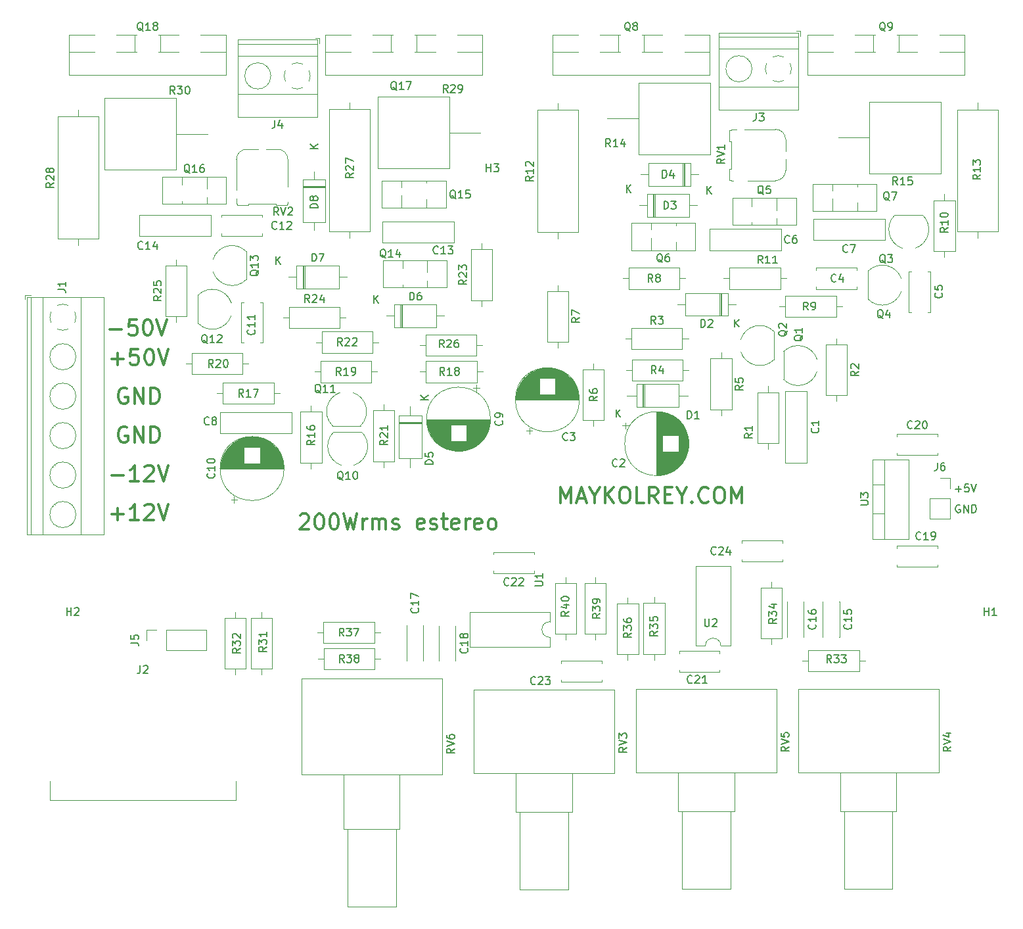
<source format=gbr>
%TF.GenerationSoftware,KiCad,Pcbnew,6.0.0-rc1-unknown-fbdb2bd91f~144~ubuntu20.04.1*%
%TF.CreationDate,2021-12-12T18:35:44-05:00*%
%TF.ProjectId,amplificador_200w_estereo,616d706c-6966-4696-9361-646f725f3230,v0.0.1*%
%TF.SameCoordinates,Original*%
%TF.FileFunction,Legend,Top*%
%TF.FilePolarity,Positive*%
%FSLAX46Y46*%
G04 Gerber Fmt 4.6, Leading zero omitted, Abs format (unit mm)*
G04 Created by KiCad (PCBNEW 6.0.0-rc1-unknown-fbdb2bd91f~144~ubuntu20.04.1) date 2021-12-12 18:35:44*
%MOMM*%
%LPD*%
G01*
G04 APERTURE LIST*
%ADD10C,0.150000*%
%ADD11C,0.300000*%
%ADD12C,0.120000*%
G04 APERTURE END LIST*
D10*
X125813095Y-72000000D02*
X125717857Y-71952380D01*
X125575000Y-71952380D01*
X125432142Y-72000000D01*
X125336904Y-72095238D01*
X125289285Y-72190476D01*
X125241666Y-72380952D01*
X125241666Y-72523809D01*
X125289285Y-72714285D01*
X125336904Y-72809523D01*
X125432142Y-72904761D01*
X125575000Y-72952380D01*
X125670238Y-72952380D01*
X125813095Y-72904761D01*
X125860714Y-72857142D01*
X125860714Y-72523809D01*
X125670238Y-72523809D01*
X126289285Y-72952380D02*
X126289285Y-71952380D01*
X126860714Y-72952380D01*
X126860714Y-71952380D01*
X127336904Y-72952380D02*
X127336904Y-71952380D01*
X127575000Y-71952380D01*
X127717857Y-72000000D01*
X127813095Y-72095238D01*
X127860714Y-72190476D01*
X127908333Y-72380952D01*
X127908333Y-72523809D01*
X127860714Y-72714285D01*
X127813095Y-72809523D01*
X127717857Y-72904761D01*
X127575000Y-72952380D01*
X127336904Y-72952380D01*
X125214285Y-69921428D02*
X125976190Y-69921428D01*
X125595238Y-70302380D02*
X125595238Y-69540476D01*
X126928571Y-69302380D02*
X126452380Y-69302380D01*
X126404761Y-69778571D01*
X126452380Y-69730952D01*
X126547619Y-69683333D01*
X126785714Y-69683333D01*
X126880952Y-69730952D01*
X126928571Y-69778571D01*
X126976190Y-69873809D01*
X126976190Y-70111904D01*
X126928571Y-70207142D01*
X126880952Y-70254761D01*
X126785714Y-70302380D01*
X126547619Y-70302380D01*
X126452380Y-70254761D01*
X126404761Y-70207142D01*
X127261904Y-69302380D02*
X127595238Y-70302380D01*
X127928571Y-69302380D01*
D11*
X16476190Y-73142857D02*
X18000000Y-73142857D01*
X17238095Y-73904761D02*
X17238095Y-72380952D01*
X20000000Y-73904761D02*
X18857142Y-73904761D01*
X19428571Y-73904761D02*
X19428571Y-71904761D01*
X19238095Y-72190476D01*
X19047619Y-72380952D01*
X18857142Y-72476190D01*
X20761904Y-72095238D02*
X20857142Y-72000000D01*
X21047619Y-71904761D01*
X21523809Y-71904761D01*
X21714285Y-72000000D01*
X21809523Y-72095238D01*
X21904761Y-72285714D01*
X21904761Y-72476190D01*
X21809523Y-72761904D01*
X20666666Y-73904761D01*
X21904761Y-73904761D01*
X22476190Y-71904761D02*
X23142857Y-73904761D01*
X23809523Y-71904761D01*
X16476190Y-68142857D02*
X18000000Y-68142857D01*
X20000000Y-68904761D02*
X18857142Y-68904761D01*
X19428571Y-68904761D02*
X19428571Y-66904761D01*
X19238095Y-67190476D01*
X19047619Y-67380952D01*
X18857142Y-67476190D01*
X20761904Y-67095238D02*
X20857142Y-67000000D01*
X21047619Y-66904761D01*
X21523809Y-66904761D01*
X21714285Y-67000000D01*
X21809523Y-67095238D01*
X21904761Y-67285714D01*
X21904761Y-67476190D01*
X21809523Y-67761904D01*
X20666666Y-68904761D01*
X21904761Y-68904761D01*
X22476190Y-66904761D02*
X23142857Y-68904761D01*
X23809523Y-66904761D01*
X18476190Y-62000000D02*
X18285714Y-61904761D01*
X18000000Y-61904761D01*
X17714285Y-62000000D01*
X17523809Y-62190476D01*
X17428571Y-62380952D01*
X17333333Y-62761904D01*
X17333333Y-63047619D01*
X17428571Y-63428571D01*
X17523809Y-63619047D01*
X17714285Y-63809523D01*
X18000000Y-63904761D01*
X18190476Y-63904761D01*
X18476190Y-63809523D01*
X18571428Y-63714285D01*
X18571428Y-63047619D01*
X18190476Y-63047619D01*
X19428571Y-63904761D02*
X19428571Y-61904761D01*
X20571428Y-63904761D01*
X20571428Y-61904761D01*
X21523809Y-63904761D02*
X21523809Y-61904761D01*
X22000000Y-61904761D01*
X22285714Y-62000000D01*
X22476190Y-62190476D01*
X22571428Y-62380952D01*
X22666666Y-62761904D01*
X22666666Y-63047619D01*
X22571428Y-63428571D01*
X22476190Y-63619047D01*
X22285714Y-63809523D01*
X22000000Y-63904761D01*
X21523809Y-63904761D01*
X18476190Y-57000000D02*
X18285714Y-56904761D01*
X18000000Y-56904761D01*
X17714285Y-57000000D01*
X17523809Y-57190476D01*
X17428571Y-57380952D01*
X17333333Y-57761904D01*
X17333333Y-58047619D01*
X17428571Y-58428571D01*
X17523809Y-58619047D01*
X17714285Y-58809523D01*
X18000000Y-58904761D01*
X18190476Y-58904761D01*
X18476190Y-58809523D01*
X18571428Y-58714285D01*
X18571428Y-58047619D01*
X18190476Y-58047619D01*
X19428571Y-58904761D02*
X19428571Y-56904761D01*
X20571428Y-58904761D01*
X20571428Y-56904761D01*
X21523809Y-58904761D02*
X21523809Y-56904761D01*
X22000000Y-56904761D01*
X22285714Y-57000000D01*
X22476190Y-57190476D01*
X22571428Y-57380952D01*
X22666666Y-57761904D01*
X22666666Y-58047619D01*
X22571428Y-58428571D01*
X22476190Y-58619047D01*
X22285714Y-58809523D01*
X22000000Y-58904761D01*
X21523809Y-58904761D01*
X16476190Y-53142857D02*
X18000000Y-53142857D01*
X17238095Y-53904761D02*
X17238095Y-52380952D01*
X19904761Y-51904761D02*
X18952380Y-51904761D01*
X18857142Y-52857142D01*
X18952380Y-52761904D01*
X19142857Y-52666666D01*
X19619047Y-52666666D01*
X19809523Y-52761904D01*
X19904761Y-52857142D01*
X20000000Y-53047619D01*
X20000000Y-53523809D01*
X19904761Y-53714285D01*
X19809523Y-53809523D01*
X19619047Y-53904761D01*
X19142857Y-53904761D01*
X18952380Y-53809523D01*
X18857142Y-53714285D01*
X21238095Y-51904761D02*
X21428571Y-51904761D01*
X21619047Y-52000000D01*
X21714285Y-52095238D01*
X21809523Y-52285714D01*
X21904761Y-52666666D01*
X21904761Y-53142857D01*
X21809523Y-53523809D01*
X21714285Y-53714285D01*
X21619047Y-53809523D01*
X21428571Y-53904761D01*
X21238095Y-53904761D01*
X21047619Y-53809523D01*
X20952380Y-53714285D01*
X20857142Y-53523809D01*
X20761904Y-53142857D01*
X20761904Y-52666666D01*
X20857142Y-52285714D01*
X20952380Y-52095238D01*
X21047619Y-52000000D01*
X21238095Y-51904761D01*
X22476190Y-51904761D02*
X23142857Y-53904761D01*
X23809523Y-51904761D01*
X16276190Y-49342857D02*
X17800000Y-49342857D01*
X19704761Y-48104761D02*
X18752380Y-48104761D01*
X18657142Y-49057142D01*
X18752380Y-48961904D01*
X18942857Y-48866666D01*
X19419047Y-48866666D01*
X19609523Y-48961904D01*
X19704761Y-49057142D01*
X19800000Y-49247619D01*
X19800000Y-49723809D01*
X19704761Y-49914285D01*
X19609523Y-50009523D01*
X19419047Y-50104761D01*
X18942857Y-50104761D01*
X18752380Y-50009523D01*
X18657142Y-49914285D01*
X21038095Y-48104761D02*
X21228571Y-48104761D01*
X21419047Y-48200000D01*
X21514285Y-48295238D01*
X21609523Y-48485714D01*
X21704761Y-48866666D01*
X21704761Y-49342857D01*
X21609523Y-49723809D01*
X21514285Y-49914285D01*
X21419047Y-50009523D01*
X21228571Y-50104761D01*
X21038095Y-50104761D01*
X20847619Y-50009523D01*
X20752380Y-49914285D01*
X20657142Y-49723809D01*
X20561904Y-49342857D01*
X20561904Y-48866666D01*
X20657142Y-48485714D01*
X20752380Y-48295238D01*
X20847619Y-48200000D01*
X21038095Y-48104761D01*
X22276190Y-48104761D02*
X22942857Y-50104761D01*
X23609523Y-48104761D01*
X40780952Y-73295238D02*
X40876190Y-73200000D01*
X41066666Y-73104761D01*
X41542857Y-73104761D01*
X41733333Y-73200000D01*
X41828571Y-73295238D01*
X41923809Y-73485714D01*
X41923809Y-73676190D01*
X41828571Y-73961904D01*
X40685714Y-75104761D01*
X41923809Y-75104761D01*
X43161904Y-73104761D02*
X43352380Y-73104761D01*
X43542857Y-73200000D01*
X43638095Y-73295238D01*
X43733333Y-73485714D01*
X43828571Y-73866666D01*
X43828571Y-74342857D01*
X43733333Y-74723809D01*
X43638095Y-74914285D01*
X43542857Y-75009523D01*
X43352380Y-75104761D01*
X43161904Y-75104761D01*
X42971428Y-75009523D01*
X42876190Y-74914285D01*
X42780952Y-74723809D01*
X42685714Y-74342857D01*
X42685714Y-73866666D01*
X42780952Y-73485714D01*
X42876190Y-73295238D01*
X42971428Y-73200000D01*
X43161904Y-73104761D01*
X45066666Y-73104761D02*
X45257142Y-73104761D01*
X45447619Y-73200000D01*
X45542857Y-73295238D01*
X45638095Y-73485714D01*
X45733333Y-73866666D01*
X45733333Y-74342857D01*
X45638095Y-74723809D01*
X45542857Y-74914285D01*
X45447619Y-75009523D01*
X45257142Y-75104761D01*
X45066666Y-75104761D01*
X44876190Y-75009523D01*
X44780952Y-74914285D01*
X44685714Y-74723809D01*
X44590476Y-74342857D01*
X44590476Y-73866666D01*
X44685714Y-73485714D01*
X44780952Y-73295238D01*
X44876190Y-73200000D01*
X45066666Y-73104761D01*
X46400000Y-73104761D02*
X46876190Y-75104761D01*
X47257142Y-73676190D01*
X47638095Y-75104761D01*
X48114285Y-73104761D01*
X48876190Y-75104761D02*
X48876190Y-73771428D01*
X48876190Y-74152380D02*
X48971428Y-73961904D01*
X49066666Y-73866666D01*
X49257142Y-73771428D01*
X49447619Y-73771428D01*
X50114285Y-75104761D02*
X50114285Y-73771428D01*
X50114285Y-73961904D02*
X50209523Y-73866666D01*
X50400000Y-73771428D01*
X50685714Y-73771428D01*
X50876190Y-73866666D01*
X50971428Y-74057142D01*
X50971428Y-75104761D01*
X50971428Y-74057142D02*
X51066666Y-73866666D01*
X51257142Y-73771428D01*
X51542857Y-73771428D01*
X51733333Y-73866666D01*
X51828571Y-74057142D01*
X51828571Y-75104761D01*
X52685714Y-75009523D02*
X52876190Y-75104761D01*
X53257142Y-75104761D01*
X53447619Y-75009523D01*
X53542857Y-74819047D01*
X53542857Y-74723809D01*
X53447619Y-74533333D01*
X53257142Y-74438095D01*
X52971428Y-74438095D01*
X52780952Y-74342857D01*
X52685714Y-74152380D01*
X52685714Y-74057142D01*
X52780952Y-73866666D01*
X52971428Y-73771428D01*
X53257142Y-73771428D01*
X53447619Y-73866666D01*
X56685714Y-75009523D02*
X56495238Y-75104761D01*
X56114285Y-75104761D01*
X55923809Y-75009523D01*
X55828571Y-74819047D01*
X55828571Y-74057142D01*
X55923809Y-73866666D01*
X56114285Y-73771428D01*
X56495238Y-73771428D01*
X56685714Y-73866666D01*
X56780952Y-74057142D01*
X56780952Y-74247619D01*
X55828571Y-74438095D01*
X57542857Y-75009523D02*
X57733333Y-75104761D01*
X58114285Y-75104761D01*
X58304761Y-75009523D01*
X58400000Y-74819047D01*
X58400000Y-74723809D01*
X58304761Y-74533333D01*
X58114285Y-74438095D01*
X57828571Y-74438095D01*
X57638095Y-74342857D01*
X57542857Y-74152380D01*
X57542857Y-74057142D01*
X57638095Y-73866666D01*
X57828571Y-73771428D01*
X58114285Y-73771428D01*
X58304761Y-73866666D01*
X58971428Y-73771428D02*
X59733333Y-73771428D01*
X59257142Y-73104761D02*
X59257142Y-74819047D01*
X59352380Y-75009523D01*
X59542857Y-75104761D01*
X59733333Y-75104761D01*
X61161904Y-75009523D02*
X60971428Y-75104761D01*
X60590476Y-75104761D01*
X60400000Y-75009523D01*
X60304761Y-74819047D01*
X60304761Y-74057142D01*
X60400000Y-73866666D01*
X60590476Y-73771428D01*
X60971428Y-73771428D01*
X61161904Y-73866666D01*
X61257142Y-74057142D01*
X61257142Y-74247619D01*
X60304761Y-74438095D01*
X62114285Y-75104761D02*
X62114285Y-73771428D01*
X62114285Y-74152380D02*
X62209523Y-73961904D01*
X62304761Y-73866666D01*
X62495238Y-73771428D01*
X62685714Y-73771428D01*
X64114285Y-75009523D02*
X63923809Y-75104761D01*
X63542857Y-75104761D01*
X63352380Y-75009523D01*
X63257142Y-74819047D01*
X63257142Y-74057142D01*
X63352380Y-73866666D01*
X63542857Y-73771428D01*
X63923809Y-73771428D01*
X64114285Y-73866666D01*
X64209523Y-74057142D01*
X64209523Y-74247619D01*
X63257142Y-74438095D01*
X65352380Y-75104761D02*
X65161904Y-75009523D01*
X65066666Y-74914285D01*
X64971428Y-74723809D01*
X64971428Y-74152380D01*
X65066666Y-73961904D01*
X65161904Y-73866666D01*
X65352380Y-73771428D01*
X65638095Y-73771428D01*
X65828571Y-73866666D01*
X65923809Y-73961904D01*
X66019047Y-74152380D01*
X66019047Y-74723809D01*
X65923809Y-74914285D01*
X65828571Y-75009523D01*
X65638095Y-75104761D01*
X65352380Y-75104761D01*
X74333333Y-71704761D02*
X74333333Y-69704761D01*
X75000000Y-71133333D01*
X75666666Y-69704761D01*
X75666666Y-71704761D01*
X76523809Y-71133333D02*
X77476190Y-71133333D01*
X76333333Y-71704761D02*
X77000000Y-69704761D01*
X77666666Y-71704761D01*
X78714285Y-70752380D02*
X78714285Y-71704761D01*
X78047619Y-69704761D02*
X78714285Y-70752380D01*
X79380952Y-69704761D01*
X80047619Y-71704761D02*
X80047619Y-69704761D01*
X81190476Y-71704761D02*
X80333333Y-70561904D01*
X81190476Y-69704761D02*
X80047619Y-70847619D01*
X82428571Y-69704761D02*
X82809523Y-69704761D01*
X83000000Y-69800000D01*
X83190476Y-69990476D01*
X83285714Y-70371428D01*
X83285714Y-71038095D01*
X83190476Y-71419047D01*
X83000000Y-71609523D01*
X82809523Y-71704761D01*
X82428571Y-71704761D01*
X82238095Y-71609523D01*
X82047619Y-71419047D01*
X81952380Y-71038095D01*
X81952380Y-70371428D01*
X82047619Y-69990476D01*
X82238095Y-69800000D01*
X82428571Y-69704761D01*
X85095238Y-71704761D02*
X84142857Y-71704761D01*
X84142857Y-69704761D01*
X86904761Y-71704761D02*
X86238095Y-70752380D01*
X85761904Y-71704761D02*
X85761904Y-69704761D01*
X86523809Y-69704761D01*
X86714285Y-69800000D01*
X86809523Y-69895238D01*
X86904761Y-70085714D01*
X86904761Y-70371428D01*
X86809523Y-70561904D01*
X86714285Y-70657142D01*
X86523809Y-70752380D01*
X85761904Y-70752380D01*
X87761904Y-70657142D02*
X88428571Y-70657142D01*
X88714285Y-71704761D02*
X87761904Y-71704761D01*
X87761904Y-69704761D01*
X88714285Y-69704761D01*
X89952380Y-70752380D02*
X89952380Y-71704761D01*
X89285714Y-69704761D02*
X89952380Y-70752380D01*
X90619047Y-69704761D01*
X91285714Y-71514285D02*
X91380952Y-71609523D01*
X91285714Y-71704761D01*
X91190476Y-71609523D01*
X91285714Y-71514285D01*
X91285714Y-71704761D01*
X93380952Y-71514285D02*
X93285714Y-71609523D01*
X93000000Y-71704761D01*
X92809523Y-71704761D01*
X92523809Y-71609523D01*
X92333333Y-71419047D01*
X92238095Y-71228571D01*
X92142857Y-70847619D01*
X92142857Y-70561904D01*
X92238095Y-70180952D01*
X92333333Y-69990476D01*
X92523809Y-69800000D01*
X92809523Y-69704761D01*
X93000000Y-69704761D01*
X93285714Y-69800000D01*
X93380952Y-69895238D01*
X94619047Y-69704761D02*
X95000000Y-69704761D01*
X95190476Y-69800000D01*
X95380952Y-69990476D01*
X95476190Y-70371428D01*
X95476190Y-71038095D01*
X95380952Y-71419047D01*
X95190476Y-71609523D01*
X95000000Y-71704761D01*
X94619047Y-71704761D01*
X94428571Y-71609523D01*
X94238095Y-71419047D01*
X94142857Y-71038095D01*
X94142857Y-70371428D01*
X94238095Y-69990476D01*
X94428571Y-69800000D01*
X94619047Y-69704761D01*
X96333333Y-71704761D02*
X96333333Y-69704761D01*
X97000000Y-71133333D01*
X97666666Y-69704761D01*
X97666666Y-71704761D01*
D10*
%TO.C,H3*%
X64778095Y-29052380D02*
X64778095Y-28052380D01*
X64778095Y-28528571D02*
X65349523Y-28528571D01*
X65349523Y-29052380D02*
X65349523Y-28052380D01*
X65730476Y-28052380D02*
X66349523Y-28052380D01*
X66016190Y-28433333D01*
X66159047Y-28433333D01*
X66254285Y-28480952D01*
X66301904Y-28528571D01*
X66349523Y-28623809D01*
X66349523Y-28861904D01*
X66301904Y-28957142D01*
X66254285Y-29004761D01*
X66159047Y-29052380D01*
X65873333Y-29052380D01*
X65778095Y-29004761D01*
X65730476Y-28957142D01*
%TO.C,H2*%
X10698095Y-86202380D02*
X10698095Y-85202380D01*
X10698095Y-85678571D02*
X11269523Y-85678571D01*
X11269523Y-86202380D02*
X11269523Y-85202380D01*
X11698095Y-85297619D02*
X11745714Y-85250000D01*
X11840952Y-85202380D01*
X12079047Y-85202380D01*
X12174285Y-85250000D01*
X12221904Y-85297619D01*
X12269523Y-85392857D01*
X12269523Y-85488095D01*
X12221904Y-85630952D01*
X11650476Y-86202380D01*
X12269523Y-86202380D01*
%TO.C,H1*%
X128938095Y-86202380D02*
X128938095Y-85202380D01*
X128938095Y-85678571D02*
X129509523Y-85678571D01*
X129509523Y-86202380D02*
X129509523Y-85202380D01*
X130509523Y-86202380D02*
X129938095Y-86202380D01*
X130223809Y-86202380D02*
X130223809Y-85202380D01*
X130128571Y-85345238D01*
X130033333Y-85440476D01*
X129938095Y-85488095D01*
%TO.C,C24*%
X94357142Y-78267142D02*
X94309523Y-78314761D01*
X94166666Y-78362380D01*
X94071428Y-78362380D01*
X93928571Y-78314761D01*
X93833333Y-78219523D01*
X93785714Y-78124285D01*
X93738095Y-77933809D01*
X93738095Y-77790952D01*
X93785714Y-77600476D01*
X93833333Y-77505238D01*
X93928571Y-77410000D01*
X94071428Y-77362380D01*
X94166666Y-77362380D01*
X94309523Y-77410000D01*
X94357142Y-77457619D01*
X94738095Y-77457619D02*
X94785714Y-77410000D01*
X94880952Y-77362380D01*
X95119047Y-77362380D01*
X95214285Y-77410000D01*
X95261904Y-77457619D01*
X95309523Y-77552857D01*
X95309523Y-77648095D01*
X95261904Y-77790952D01*
X94690476Y-78362380D01*
X95309523Y-78362380D01*
X96166666Y-77695714D02*
X96166666Y-78362380D01*
X95928571Y-77314761D02*
X95690476Y-78029047D01*
X96309523Y-78029047D01*
%TO.C,C23*%
X71097142Y-94997142D02*
X71049523Y-95044761D01*
X70906666Y-95092380D01*
X70811428Y-95092380D01*
X70668571Y-95044761D01*
X70573333Y-94949523D01*
X70525714Y-94854285D01*
X70478095Y-94663809D01*
X70478095Y-94520952D01*
X70525714Y-94330476D01*
X70573333Y-94235238D01*
X70668571Y-94140000D01*
X70811428Y-94092380D01*
X70906666Y-94092380D01*
X71049523Y-94140000D01*
X71097142Y-94187619D01*
X71478095Y-94187619D02*
X71525714Y-94140000D01*
X71620952Y-94092380D01*
X71859047Y-94092380D01*
X71954285Y-94140000D01*
X72001904Y-94187619D01*
X72049523Y-94282857D01*
X72049523Y-94378095D01*
X72001904Y-94520952D01*
X71430476Y-95092380D01*
X72049523Y-95092380D01*
X72382857Y-94092380D02*
X73001904Y-94092380D01*
X72668571Y-94473333D01*
X72811428Y-94473333D01*
X72906666Y-94520952D01*
X72954285Y-94568571D01*
X73001904Y-94663809D01*
X73001904Y-94901904D01*
X72954285Y-94997142D01*
X72906666Y-95044761D01*
X72811428Y-95092380D01*
X72525714Y-95092380D01*
X72430476Y-95044761D01*
X72382857Y-94997142D01*
%TO.C,C22*%
X67657142Y-82257142D02*
X67609523Y-82304761D01*
X67466666Y-82352380D01*
X67371428Y-82352380D01*
X67228571Y-82304761D01*
X67133333Y-82209523D01*
X67085714Y-82114285D01*
X67038095Y-81923809D01*
X67038095Y-81780952D01*
X67085714Y-81590476D01*
X67133333Y-81495238D01*
X67228571Y-81400000D01*
X67371428Y-81352380D01*
X67466666Y-81352380D01*
X67609523Y-81400000D01*
X67657142Y-81447619D01*
X68038095Y-81447619D02*
X68085714Y-81400000D01*
X68180952Y-81352380D01*
X68419047Y-81352380D01*
X68514285Y-81400000D01*
X68561904Y-81447619D01*
X68609523Y-81542857D01*
X68609523Y-81638095D01*
X68561904Y-81780952D01*
X67990476Y-82352380D01*
X68609523Y-82352380D01*
X68990476Y-81447619D02*
X69038095Y-81400000D01*
X69133333Y-81352380D01*
X69371428Y-81352380D01*
X69466666Y-81400000D01*
X69514285Y-81447619D01*
X69561904Y-81542857D01*
X69561904Y-81638095D01*
X69514285Y-81780952D01*
X68942857Y-82352380D01*
X69561904Y-82352380D01*
%TO.C,C21*%
X91297142Y-94827142D02*
X91249523Y-94874761D01*
X91106666Y-94922380D01*
X91011428Y-94922380D01*
X90868571Y-94874761D01*
X90773333Y-94779523D01*
X90725714Y-94684285D01*
X90678095Y-94493809D01*
X90678095Y-94350952D01*
X90725714Y-94160476D01*
X90773333Y-94065238D01*
X90868571Y-93970000D01*
X91011428Y-93922380D01*
X91106666Y-93922380D01*
X91249523Y-93970000D01*
X91297142Y-94017619D01*
X91678095Y-94017619D02*
X91725714Y-93970000D01*
X91820952Y-93922380D01*
X92059047Y-93922380D01*
X92154285Y-93970000D01*
X92201904Y-94017619D01*
X92249523Y-94112857D01*
X92249523Y-94208095D01*
X92201904Y-94350952D01*
X91630476Y-94922380D01*
X92249523Y-94922380D01*
X93201904Y-94922380D02*
X92630476Y-94922380D01*
X92916190Y-94922380D02*
X92916190Y-93922380D01*
X92820952Y-94065238D01*
X92725714Y-94160476D01*
X92630476Y-94208095D01*
%TO.C,RV2*%
X38004761Y-34652380D02*
X37671428Y-34176190D01*
X37433333Y-34652380D02*
X37433333Y-33652380D01*
X37814285Y-33652380D01*
X37909523Y-33700000D01*
X37957142Y-33747619D01*
X38004761Y-33842857D01*
X38004761Y-33985714D01*
X37957142Y-34080952D01*
X37909523Y-34128571D01*
X37814285Y-34176190D01*
X37433333Y-34176190D01*
X38290476Y-33652380D02*
X38623809Y-34652380D01*
X38957142Y-33652380D01*
X39242857Y-33747619D02*
X39290476Y-33700000D01*
X39385714Y-33652380D01*
X39623809Y-33652380D01*
X39719047Y-33700000D01*
X39766666Y-33747619D01*
X39814285Y-33842857D01*
X39814285Y-33938095D01*
X39766666Y-34080952D01*
X39195238Y-34652380D01*
X39814285Y-34652380D01*
%TO.C,RV1*%
X95479880Y-27395238D02*
X95003690Y-27728571D01*
X95479880Y-27966666D02*
X94479880Y-27966666D01*
X94479880Y-27585714D01*
X94527500Y-27490476D01*
X94575119Y-27442857D01*
X94670357Y-27395238D01*
X94813214Y-27395238D01*
X94908452Y-27442857D01*
X94956071Y-27490476D01*
X95003690Y-27585714D01*
X95003690Y-27966666D01*
X94479880Y-27109523D02*
X95479880Y-26776190D01*
X94479880Y-26442857D01*
X95479880Y-25585714D02*
X95479880Y-26157142D01*
X95479880Y-25871428D02*
X94479880Y-25871428D01*
X94622738Y-25966666D01*
X94717976Y-26061904D01*
X94765595Y-26157142D01*
%TO.C,C20*%
X119657142Y-62057142D02*
X119609523Y-62104761D01*
X119466666Y-62152380D01*
X119371428Y-62152380D01*
X119228571Y-62104761D01*
X119133333Y-62009523D01*
X119085714Y-61914285D01*
X119038095Y-61723809D01*
X119038095Y-61580952D01*
X119085714Y-61390476D01*
X119133333Y-61295238D01*
X119228571Y-61200000D01*
X119371428Y-61152380D01*
X119466666Y-61152380D01*
X119609523Y-61200000D01*
X119657142Y-61247619D01*
X120038095Y-61247619D02*
X120085714Y-61200000D01*
X120180952Y-61152380D01*
X120419047Y-61152380D01*
X120514285Y-61200000D01*
X120561904Y-61247619D01*
X120609523Y-61342857D01*
X120609523Y-61438095D01*
X120561904Y-61580952D01*
X119990476Y-62152380D01*
X120609523Y-62152380D01*
X121228571Y-61152380D02*
X121323809Y-61152380D01*
X121419047Y-61200000D01*
X121466666Y-61247619D01*
X121514285Y-61342857D01*
X121561904Y-61533333D01*
X121561904Y-61771428D01*
X121514285Y-61961904D01*
X121466666Y-62057142D01*
X121419047Y-62104761D01*
X121323809Y-62152380D01*
X121228571Y-62152380D01*
X121133333Y-62104761D01*
X121085714Y-62057142D01*
X121038095Y-61961904D01*
X120990476Y-61771428D01*
X120990476Y-61533333D01*
X121038095Y-61342857D01*
X121085714Y-61247619D01*
X121133333Y-61200000D01*
X121228571Y-61152380D01*
%TO.C,C19*%
X120757142Y-76357142D02*
X120709523Y-76404761D01*
X120566666Y-76452380D01*
X120471428Y-76452380D01*
X120328571Y-76404761D01*
X120233333Y-76309523D01*
X120185714Y-76214285D01*
X120138095Y-76023809D01*
X120138095Y-75880952D01*
X120185714Y-75690476D01*
X120233333Y-75595238D01*
X120328571Y-75500000D01*
X120471428Y-75452380D01*
X120566666Y-75452380D01*
X120709523Y-75500000D01*
X120757142Y-75547619D01*
X121709523Y-76452380D02*
X121138095Y-76452380D01*
X121423809Y-76452380D02*
X121423809Y-75452380D01*
X121328571Y-75595238D01*
X121233333Y-75690476D01*
X121138095Y-75738095D01*
X122185714Y-76452380D02*
X122376190Y-76452380D01*
X122471428Y-76404761D01*
X122519047Y-76357142D01*
X122614285Y-76214285D01*
X122661904Y-76023809D01*
X122661904Y-75642857D01*
X122614285Y-75547619D01*
X122566666Y-75500000D01*
X122471428Y-75452380D01*
X122280952Y-75452380D01*
X122185714Y-75500000D01*
X122138095Y-75547619D01*
X122090476Y-75642857D01*
X122090476Y-75880952D01*
X122138095Y-75976190D01*
X122185714Y-76023809D01*
X122280952Y-76071428D01*
X122471428Y-76071428D01*
X122566666Y-76023809D01*
X122614285Y-75976190D01*
X122661904Y-75880952D01*
%TO.C,J2*%
X20166666Y-92652380D02*
X20166666Y-93366666D01*
X20119047Y-93509523D01*
X20023809Y-93604761D01*
X19880952Y-93652380D01*
X19785714Y-93652380D01*
X20595238Y-92747619D02*
X20642857Y-92700000D01*
X20738095Y-92652380D01*
X20976190Y-92652380D01*
X21071428Y-92700000D01*
X21119047Y-92747619D01*
X21166666Y-92842857D01*
X21166666Y-92938095D01*
X21119047Y-93080952D01*
X20547619Y-93652380D01*
X21166666Y-93652380D01*
%TO.C,Q16*%
X26568571Y-29227619D02*
X26473333Y-29180000D01*
X26378095Y-29084761D01*
X26235238Y-28941904D01*
X26140000Y-28894285D01*
X26044761Y-28894285D01*
X26092380Y-29132380D02*
X25997142Y-29084761D01*
X25901904Y-28989523D01*
X25854285Y-28799047D01*
X25854285Y-28465714D01*
X25901904Y-28275238D01*
X25997142Y-28180000D01*
X26092380Y-28132380D01*
X26282857Y-28132380D01*
X26378095Y-28180000D01*
X26473333Y-28275238D01*
X26520952Y-28465714D01*
X26520952Y-28799047D01*
X26473333Y-28989523D01*
X26378095Y-29084761D01*
X26282857Y-29132380D01*
X26092380Y-29132380D01*
X27473333Y-29132380D02*
X26901904Y-29132380D01*
X27187619Y-29132380D02*
X27187619Y-28132380D01*
X27092380Y-28275238D01*
X26997142Y-28370476D01*
X26901904Y-28418095D01*
X28330476Y-28132380D02*
X28140000Y-28132380D01*
X28044761Y-28180000D01*
X27997142Y-28227619D01*
X27901904Y-28370476D01*
X27854285Y-28560952D01*
X27854285Y-28941904D01*
X27901904Y-29037142D01*
X27949523Y-29084761D01*
X28044761Y-29132380D01*
X28235238Y-29132380D01*
X28330476Y-29084761D01*
X28378095Y-29037142D01*
X28425714Y-28941904D01*
X28425714Y-28703809D01*
X28378095Y-28608571D01*
X28330476Y-28560952D01*
X28235238Y-28513333D01*
X28044761Y-28513333D01*
X27949523Y-28560952D01*
X27901904Y-28608571D01*
X27854285Y-28703809D01*
%TO.C,Q15*%
X60828571Y-32547619D02*
X60733333Y-32500000D01*
X60638095Y-32404761D01*
X60495238Y-32261904D01*
X60400000Y-32214285D01*
X60304761Y-32214285D01*
X60352380Y-32452380D02*
X60257142Y-32404761D01*
X60161904Y-32309523D01*
X60114285Y-32119047D01*
X60114285Y-31785714D01*
X60161904Y-31595238D01*
X60257142Y-31500000D01*
X60352380Y-31452380D01*
X60542857Y-31452380D01*
X60638095Y-31500000D01*
X60733333Y-31595238D01*
X60780952Y-31785714D01*
X60780952Y-32119047D01*
X60733333Y-32309523D01*
X60638095Y-32404761D01*
X60542857Y-32452380D01*
X60352380Y-32452380D01*
X61733333Y-32452380D02*
X61161904Y-32452380D01*
X61447619Y-32452380D02*
X61447619Y-31452380D01*
X61352380Y-31595238D01*
X61257142Y-31690476D01*
X61161904Y-31738095D01*
X62638095Y-31452380D02*
X62161904Y-31452380D01*
X62114285Y-31928571D01*
X62161904Y-31880952D01*
X62257142Y-31833333D01*
X62495238Y-31833333D01*
X62590476Y-31880952D01*
X62638095Y-31928571D01*
X62685714Y-32023809D01*
X62685714Y-32261904D01*
X62638095Y-32357142D01*
X62590476Y-32404761D01*
X62495238Y-32452380D01*
X62257142Y-32452380D01*
X62161904Y-32404761D01*
X62114285Y-32357142D01*
%TO.C,Q7*%
X116704761Y-32747619D02*
X116609523Y-32700000D01*
X116514285Y-32604761D01*
X116371428Y-32461904D01*
X116276190Y-32414285D01*
X116180952Y-32414285D01*
X116228571Y-32652380D02*
X116133333Y-32604761D01*
X116038095Y-32509523D01*
X115990476Y-32319047D01*
X115990476Y-31985714D01*
X116038095Y-31795238D01*
X116133333Y-31700000D01*
X116228571Y-31652380D01*
X116419047Y-31652380D01*
X116514285Y-31700000D01*
X116609523Y-31795238D01*
X116657142Y-31985714D01*
X116657142Y-32319047D01*
X116609523Y-32509523D01*
X116514285Y-32604761D01*
X116419047Y-32652380D01*
X116228571Y-32652380D01*
X116990476Y-31652380D02*
X117657142Y-31652380D01*
X117228571Y-32652380D01*
%TO.C,Q6*%
X87487261Y-40717619D02*
X87392023Y-40670000D01*
X87296785Y-40574761D01*
X87153928Y-40431904D01*
X87058690Y-40384285D01*
X86963452Y-40384285D01*
X87011071Y-40622380D02*
X86915833Y-40574761D01*
X86820595Y-40479523D01*
X86772976Y-40289047D01*
X86772976Y-39955714D01*
X86820595Y-39765238D01*
X86915833Y-39670000D01*
X87011071Y-39622380D01*
X87201547Y-39622380D01*
X87296785Y-39670000D01*
X87392023Y-39765238D01*
X87439642Y-39955714D01*
X87439642Y-40289047D01*
X87392023Y-40479523D01*
X87296785Y-40574761D01*
X87201547Y-40622380D01*
X87011071Y-40622380D01*
X88296785Y-39622380D02*
X88106309Y-39622380D01*
X88011071Y-39670000D01*
X87963452Y-39717619D01*
X87868214Y-39860476D01*
X87820595Y-40050952D01*
X87820595Y-40431904D01*
X87868214Y-40527142D01*
X87915833Y-40574761D01*
X88011071Y-40622380D01*
X88201547Y-40622380D01*
X88296785Y-40574761D01*
X88344404Y-40527142D01*
X88392023Y-40431904D01*
X88392023Y-40193809D01*
X88344404Y-40098571D01*
X88296785Y-40050952D01*
X88201547Y-40003333D01*
X88011071Y-40003333D01*
X87915833Y-40050952D01*
X87868214Y-40098571D01*
X87820595Y-40193809D01*
%TO.C,Q14*%
X51828571Y-40147619D02*
X51733333Y-40100000D01*
X51638095Y-40004761D01*
X51495238Y-39861904D01*
X51400000Y-39814285D01*
X51304761Y-39814285D01*
X51352380Y-40052380D02*
X51257142Y-40004761D01*
X51161904Y-39909523D01*
X51114285Y-39719047D01*
X51114285Y-39385714D01*
X51161904Y-39195238D01*
X51257142Y-39100000D01*
X51352380Y-39052380D01*
X51542857Y-39052380D01*
X51638095Y-39100000D01*
X51733333Y-39195238D01*
X51780952Y-39385714D01*
X51780952Y-39719047D01*
X51733333Y-39909523D01*
X51638095Y-40004761D01*
X51542857Y-40052380D01*
X51352380Y-40052380D01*
X52733333Y-40052380D02*
X52161904Y-40052380D01*
X52447619Y-40052380D02*
X52447619Y-39052380D01*
X52352380Y-39195238D01*
X52257142Y-39290476D01*
X52161904Y-39338095D01*
X53590476Y-39385714D02*
X53590476Y-40052380D01*
X53352380Y-39004761D02*
X53114285Y-39719047D01*
X53733333Y-39719047D01*
%TO.C,Q5*%
X100487261Y-31967619D02*
X100392023Y-31920000D01*
X100296785Y-31824761D01*
X100153928Y-31681904D01*
X100058690Y-31634285D01*
X99963452Y-31634285D01*
X100011071Y-31872380D02*
X99915833Y-31824761D01*
X99820595Y-31729523D01*
X99772976Y-31539047D01*
X99772976Y-31205714D01*
X99820595Y-31015238D01*
X99915833Y-30920000D01*
X100011071Y-30872380D01*
X100201547Y-30872380D01*
X100296785Y-30920000D01*
X100392023Y-31015238D01*
X100439642Y-31205714D01*
X100439642Y-31539047D01*
X100392023Y-31729523D01*
X100296785Y-31824761D01*
X100201547Y-31872380D01*
X100011071Y-31872380D01*
X101344404Y-30872380D02*
X100868214Y-30872380D01*
X100820595Y-31348571D01*
X100868214Y-31300952D01*
X100963452Y-31253333D01*
X101201547Y-31253333D01*
X101296785Y-31300952D01*
X101344404Y-31348571D01*
X101392023Y-31443809D01*
X101392023Y-31681904D01*
X101344404Y-31777142D01*
X101296785Y-31824761D01*
X101201547Y-31872380D01*
X100963452Y-31872380D01*
X100868214Y-31824761D01*
X100820595Y-31777142D01*
%TO.C,R29*%
X59802142Y-18844880D02*
X59468809Y-18368690D01*
X59230714Y-18844880D02*
X59230714Y-17844880D01*
X59611666Y-17844880D01*
X59706904Y-17892500D01*
X59754523Y-17940119D01*
X59802142Y-18035357D01*
X59802142Y-18178214D01*
X59754523Y-18273452D01*
X59706904Y-18321071D01*
X59611666Y-18368690D01*
X59230714Y-18368690D01*
X60183095Y-17940119D02*
X60230714Y-17892500D01*
X60325952Y-17844880D01*
X60564047Y-17844880D01*
X60659285Y-17892500D01*
X60706904Y-17940119D01*
X60754523Y-18035357D01*
X60754523Y-18130595D01*
X60706904Y-18273452D01*
X60135476Y-18844880D01*
X60754523Y-18844880D01*
X61230714Y-18844880D02*
X61421190Y-18844880D01*
X61516428Y-18797261D01*
X61564047Y-18749642D01*
X61659285Y-18606785D01*
X61706904Y-18416309D01*
X61706904Y-18035357D01*
X61659285Y-17940119D01*
X61611666Y-17892500D01*
X61516428Y-17844880D01*
X61325952Y-17844880D01*
X61230714Y-17892500D01*
X61183095Y-17940119D01*
X61135476Y-18035357D01*
X61135476Y-18273452D01*
X61183095Y-18368690D01*
X61230714Y-18416309D01*
X61325952Y-18463928D01*
X61516428Y-18463928D01*
X61611666Y-18416309D01*
X61659285Y-18368690D01*
X61706904Y-18273452D01*
%TO.C,R13*%
X128452380Y-29442857D02*
X127976190Y-29776190D01*
X128452380Y-30014285D02*
X127452380Y-30014285D01*
X127452380Y-29633333D01*
X127500000Y-29538095D01*
X127547619Y-29490476D01*
X127642857Y-29442857D01*
X127785714Y-29442857D01*
X127880952Y-29490476D01*
X127928571Y-29538095D01*
X127976190Y-29633333D01*
X127976190Y-30014285D01*
X128452380Y-28490476D02*
X128452380Y-29061904D01*
X128452380Y-28776190D02*
X127452380Y-28776190D01*
X127595238Y-28871428D01*
X127690476Y-28966666D01*
X127738095Y-29061904D01*
X127452380Y-28157142D02*
X127452380Y-27538095D01*
X127833333Y-27871428D01*
X127833333Y-27728571D01*
X127880952Y-27633333D01*
X127928571Y-27585714D01*
X128023809Y-27538095D01*
X128261904Y-27538095D01*
X128357142Y-27585714D01*
X128404761Y-27633333D01*
X128452380Y-27728571D01*
X128452380Y-28014285D01*
X128404761Y-28109523D01*
X128357142Y-28157142D01*
%TO.C,U1*%
X71052380Y-82361904D02*
X71861904Y-82361904D01*
X71957142Y-82314285D01*
X72004761Y-82266666D01*
X72052380Y-82171428D01*
X72052380Y-81980952D01*
X72004761Y-81885714D01*
X71957142Y-81838095D01*
X71861904Y-81790476D01*
X71052380Y-81790476D01*
X72052380Y-80790476D02*
X72052380Y-81361904D01*
X72052380Y-81076190D02*
X71052380Y-81076190D01*
X71195238Y-81171428D01*
X71290476Y-81266666D01*
X71338095Y-81361904D01*
%TO.C,R2*%
X112722380Y-54746666D02*
X112246190Y-55080000D01*
X112722380Y-55318095D02*
X111722380Y-55318095D01*
X111722380Y-54937142D01*
X111770000Y-54841904D01*
X111817619Y-54794285D01*
X111912857Y-54746666D01*
X112055714Y-54746666D01*
X112150952Y-54794285D01*
X112198571Y-54841904D01*
X112246190Y-54937142D01*
X112246190Y-55318095D01*
X111817619Y-54365714D02*
X111770000Y-54318095D01*
X111722380Y-54222857D01*
X111722380Y-53984761D01*
X111770000Y-53889523D01*
X111817619Y-53841904D01*
X111912857Y-53794285D01*
X112008095Y-53794285D01*
X112150952Y-53841904D01*
X112722380Y-54413333D01*
X112722380Y-53794285D01*
%TO.C,C3*%
X75233333Y-63557142D02*
X75185714Y-63604761D01*
X75042857Y-63652380D01*
X74947619Y-63652380D01*
X74804761Y-63604761D01*
X74709523Y-63509523D01*
X74661904Y-63414285D01*
X74614285Y-63223809D01*
X74614285Y-63080952D01*
X74661904Y-62890476D01*
X74709523Y-62795238D01*
X74804761Y-62700000D01*
X74947619Y-62652380D01*
X75042857Y-62652380D01*
X75185714Y-62700000D01*
X75233333Y-62747619D01*
X75566666Y-62652380D02*
X76185714Y-62652380D01*
X75852380Y-63033333D01*
X75995238Y-63033333D01*
X76090476Y-63080952D01*
X76138095Y-63128571D01*
X76185714Y-63223809D01*
X76185714Y-63461904D01*
X76138095Y-63557142D01*
X76090476Y-63604761D01*
X75995238Y-63652380D01*
X75709523Y-63652380D01*
X75614285Y-63604761D01*
X75566666Y-63557142D01*
%TO.C,Q9*%
X116187261Y-10940119D02*
X116092023Y-10892500D01*
X115996785Y-10797261D01*
X115853928Y-10654404D01*
X115758690Y-10606785D01*
X115663452Y-10606785D01*
X115711071Y-10844880D02*
X115615833Y-10797261D01*
X115520595Y-10702023D01*
X115472976Y-10511547D01*
X115472976Y-10178214D01*
X115520595Y-9987738D01*
X115615833Y-9892500D01*
X115711071Y-9844880D01*
X115901547Y-9844880D01*
X115996785Y-9892500D01*
X116092023Y-9987738D01*
X116139642Y-10178214D01*
X116139642Y-10511547D01*
X116092023Y-10702023D01*
X115996785Y-10797261D01*
X115901547Y-10844880D01*
X115711071Y-10844880D01*
X116615833Y-10844880D02*
X116806309Y-10844880D01*
X116901547Y-10797261D01*
X116949166Y-10749642D01*
X117044404Y-10606785D01*
X117092023Y-10416309D01*
X117092023Y-10035357D01*
X117044404Y-9940119D01*
X116996785Y-9892500D01*
X116901547Y-9844880D01*
X116711071Y-9844880D01*
X116615833Y-9892500D01*
X116568214Y-9940119D01*
X116520595Y-10035357D01*
X116520595Y-10273452D01*
X116568214Y-10368690D01*
X116615833Y-10416309D01*
X116711071Y-10463928D01*
X116901547Y-10463928D01*
X116996785Y-10416309D01*
X117044404Y-10368690D01*
X117092023Y-10273452D01*
%TO.C,R1*%
X99052380Y-62766666D02*
X98576190Y-63100000D01*
X99052380Y-63338095D02*
X98052380Y-63338095D01*
X98052380Y-62957142D01*
X98100000Y-62861904D01*
X98147619Y-62814285D01*
X98242857Y-62766666D01*
X98385714Y-62766666D01*
X98480952Y-62814285D01*
X98528571Y-62861904D01*
X98576190Y-62957142D01*
X98576190Y-63338095D01*
X99052380Y-61814285D02*
X99052380Y-62385714D01*
X99052380Y-62100000D02*
X98052380Y-62100000D01*
X98195238Y-62195238D01*
X98290476Y-62290476D01*
X98338095Y-62385714D01*
%TO.C,R39*%
X79442380Y-85962857D02*
X78966190Y-86296190D01*
X79442380Y-86534285D02*
X78442380Y-86534285D01*
X78442380Y-86153333D01*
X78490000Y-86058095D01*
X78537619Y-86010476D01*
X78632857Y-85962857D01*
X78775714Y-85962857D01*
X78870952Y-86010476D01*
X78918571Y-86058095D01*
X78966190Y-86153333D01*
X78966190Y-86534285D01*
X78442380Y-85629523D02*
X78442380Y-85010476D01*
X78823333Y-85343809D01*
X78823333Y-85200952D01*
X78870952Y-85105714D01*
X78918571Y-85058095D01*
X79013809Y-85010476D01*
X79251904Y-85010476D01*
X79347142Y-85058095D01*
X79394761Y-85105714D01*
X79442380Y-85200952D01*
X79442380Y-85486666D01*
X79394761Y-85581904D01*
X79347142Y-85629523D01*
X79442380Y-84534285D02*
X79442380Y-84343809D01*
X79394761Y-84248571D01*
X79347142Y-84200952D01*
X79204285Y-84105714D01*
X79013809Y-84058095D01*
X78632857Y-84058095D01*
X78537619Y-84105714D01*
X78490000Y-84153333D01*
X78442380Y-84248571D01*
X78442380Y-84439047D01*
X78490000Y-84534285D01*
X78537619Y-84581904D01*
X78632857Y-84629523D01*
X78870952Y-84629523D01*
X78966190Y-84581904D01*
X79013809Y-84534285D01*
X79061428Y-84439047D01*
X79061428Y-84248571D01*
X79013809Y-84153333D01*
X78966190Y-84105714D01*
X78870952Y-84058095D01*
%TO.C,C4*%
X109833333Y-43157142D02*
X109785714Y-43204761D01*
X109642857Y-43252380D01*
X109547619Y-43252380D01*
X109404761Y-43204761D01*
X109309523Y-43109523D01*
X109261904Y-43014285D01*
X109214285Y-42823809D01*
X109214285Y-42680952D01*
X109261904Y-42490476D01*
X109309523Y-42395238D01*
X109404761Y-42300000D01*
X109547619Y-42252380D01*
X109642857Y-42252380D01*
X109785714Y-42300000D01*
X109833333Y-42347619D01*
X110690476Y-42585714D02*
X110690476Y-43252380D01*
X110452380Y-42204761D02*
X110214285Y-42919047D01*
X110833333Y-42919047D01*
%TO.C,Q4*%
X115904761Y-47947619D02*
X115809523Y-47900000D01*
X115714285Y-47804761D01*
X115571428Y-47661904D01*
X115476190Y-47614285D01*
X115380952Y-47614285D01*
X115428571Y-47852380D02*
X115333333Y-47804761D01*
X115238095Y-47709523D01*
X115190476Y-47519047D01*
X115190476Y-47185714D01*
X115238095Y-46995238D01*
X115333333Y-46900000D01*
X115428571Y-46852380D01*
X115619047Y-46852380D01*
X115714285Y-46900000D01*
X115809523Y-46995238D01*
X115857142Y-47185714D01*
X115857142Y-47519047D01*
X115809523Y-47709523D01*
X115714285Y-47804761D01*
X115619047Y-47852380D01*
X115428571Y-47852380D01*
X116714285Y-47185714D02*
X116714285Y-47852380D01*
X116476190Y-46804761D02*
X116238095Y-47519047D01*
X116857142Y-47519047D01*
%TO.C,R33*%
X109227142Y-92292380D02*
X108893809Y-91816190D01*
X108655714Y-92292380D02*
X108655714Y-91292380D01*
X109036666Y-91292380D01*
X109131904Y-91340000D01*
X109179523Y-91387619D01*
X109227142Y-91482857D01*
X109227142Y-91625714D01*
X109179523Y-91720952D01*
X109131904Y-91768571D01*
X109036666Y-91816190D01*
X108655714Y-91816190D01*
X109560476Y-91292380D02*
X110179523Y-91292380D01*
X109846190Y-91673333D01*
X109989047Y-91673333D01*
X110084285Y-91720952D01*
X110131904Y-91768571D01*
X110179523Y-91863809D01*
X110179523Y-92101904D01*
X110131904Y-92197142D01*
X110084285Y-92244761D01*
X109989047Y-92292380D01*
X109703333Y-92292380D01*
X109608095Y-92244761D01*
X109560476Y-92197142D01*
X110512857Y-91292380D02*
X111131904Y-91292380D01*
X110798571Y-91673333D01*
X110941428Y-91673333D01*
X111036666Y-91720952D01*
X111084285Y-91768571D01*
X111131904Y-91863809D01*
X111131904Y-92101904D01*
X111084285Y-92197142D01*
X111036666Y-92244761D01*
X110941428Y-92292380D01*
X110655714Y-92292380D01*
X110560476Y-92244761D01*
X110512857Y-92197142D01*
%TO.C,R34*%
X102172380Y-86602857D02*
X101696190Y-86936190D01*
X102172380Y-87174285D02*
X101172380Y-87174285D01*
X101172380Y-86793333D01*
X101220000Y-86698095D01*
X101267619Y-86650476D01*
X101362857Y-86602857D01*
X101505714Y-86602857D01*
X101600952Y-86650476D01*
X101648571Y-86698095D01*
X101696190Y-86793333D01*
X101696190Y-87174285D01*
X101172380Y-86269523D02*
X101172380Y-85650476D01*
X101553333Y-85983809D01*
X101553333Y-85840952D01*
X101600952Y-85745714D01*
X101648571Y-85698095D01*
X101743809Y-85650476D01*
X101981904Y-85650476D01*
X102077142Y-85698095D01*
X102124761Y-85745714D01*
X102172380Y-85840952D01*
X102172380Y-86126666D01*
X102124761Y-86221904D01*
X102077142Y-86269523D01*
X101505714Y-84793333D02*
X102172380Y-84793333D01*
X101124761Y-85031428D02*
X101839047Y-85269523D01*
X101839047Y-84650476D01*
%TO.C,C18*%
X62297142Y-90442857D02*
X62344761Y-90490476D01*
X62392380Y-90633333D01*
X62392380Y-90728571D01*
X62344761Y-90871428D01*
X62249523Y-90966666D01*
X62154285Y-91014285D01*
X61963809Y-91061904D01*
X61820952Y-91061904D01*
X61630476Y-91014285D01*
X61535238Y-90966666D01*
X61440000Y-90871428D01*
X61392380Y-90728571D01*
X61392380Y-90633333D01*
X61440000Y-90490476D01*
X61487619Y-90442857D01*
X62392380Y-89490476D02*
X62392380Y-90061904D01*
X62392380Y-89776190D02*
X61392380Y-89776190D01*
X61535238Y-89871428D01*
X61630476Y-89966666D01*
X61678095Y-90061904D01*
X61820952Y-88919047D02*
X61773333Y-89014285D01*
X61725714Y-89061904D01*
X61630476Y-89109523D01*
X61582857Y-89109523D01*
X61487619Y-89061904D01*
X61440000Y-89014285D01*
X61392380Y-88919047D01*
X61392380Y-88728571D01*
X61440000Y-88633333D01*
X61487619Y-88585714D01*
X61582857Y-88538095D01*
X61630476Y-88538095D01*
X61725714Y-88585714D01*
X61773333Y-88633333D01*
X61820952Y-88728571D01*
X61820952Y-88919047D01*
X61868571Y-89014285D01*
X61916190Y-89061904D01*
X62011428Y-89109523D01*
X62201904Y-89109523D01*
X62297142Y-89061904D01*
X62344761Y-89014285D01*
X62392380Y-88919047D01*
X62392380Y-88728571D01*
X62344761Y-88633333D01*
X62297142Y-88585714D01*
X62201904Y-88538095D01*
X62011428Y-88538095D01*
X61916190Y-88585714D01*
X61868571Y-88633333D01*
X61820952Y-88728571D01*
%TO.C,Q2*%
X103547619Y-49495238D02*
X103500000Y-49590476D01*
X103404761Y-49685714D01*
X103261904Y-49828571D01*
X103214285Y-49923809D01*
X103214285Y-50019047D01*
X103452380Y-49971428D02*
X103404761Y-50066666D01*
X103309523Y-50161904D01*
X103119047Y-50209523D01*
X102785714Y-50209523D01*
X102595238Y-50161904D01*
X102500000Y-50066666D01*
X102452380Y-49971428D01*
X102452380Y-49780952D01*
X102500000Y-49685714D01*
X102595238Y-49590476D01*
X102785714Y-49542857D01*
X103119047Y-49542857D01*
X103309523Y-49590476D01*
X103404761Y-49685714D01*
X103452380Y-49780952D01*
X103452380Y-49971428D01*
X102547619Y-49161904D02*
X102500000Y-49114285D01*
X102452380Y-49019047D01*
X102452380Y-48780952D01*
X102500000Y-48685714D01*
X102547619Y-48638095D01*
X102642857Y-48590476D01*
X102738095Y-48590476D01*
X102880952Y-48638095D01*
X103452380Y-49209523D01*
X103452380Y-48590476D01*
%TO.C,D3*%
X87661904Y-33852380D02*
X87661904Y-32852380D01*
X87900000Y-32852380D01*
X88042857Y-32900000D01*
X88138095Y-32995238D01*
X88185714Y-33090476D01*
X88233333Y-33280952D01*
X88233333Y-33423809D01*
X88185714Y-33614285D01*
X88138095Y-33709523D01*
X88042857Y-33804761D01*
X87900000Y-33852380D01*
X87661904Y-33852380D01*
X88566666Y-32852380D02*
X89185714Y-32852380D01*
X88852380Y-33233333D01*
X88995238Y-33233333D01*
X89090476Y-33280952D01*
X89138095Y-33328571D01*
X89185714Y-33423809D01*
X89185714Y-33661904D01*
X89138095Y-33757142D01*
X89090476Y-33804761D01*
X88995238Y-33852380D01*
X88709523Y-33852380D01*
X88614285Y-33804761D01*
X88566666Y-33757142D01*
X82840595Y-31747380D02*
X82840595Y-30747380D01*
X83412023Y-31747380D02*
X82983452Y-31175952D01*
X83412023Y-30747380D02*
X82840595Y-31318809D01*
%TO.C,D8*%
X43052380Y-33738095D02*
X42052380Y-33738095D01*
X42052380Y-33500000D01*
X42100000Y-33357142D01*
X42195238Y-33261904D01*
X42290476Y-33214285D01*
X42480952Y-33166666D01*
X42623809Y-33166666D01*
X42814285Y-33214285D01*
X42909523Y-33261904D01*
X43004761Y-33357142D01*
X43052380Y-33500000D01*
X43052380Y-33738095D01*
X42480952Y-32595238D02*
X42433333Y-32690476D01*
X42385714Y-32738095D01*
X42290476Y-32785714D01*
X42242857Y-32785714D01*
X42147619Y-32738095D01*
X42100000Y-32690476D01*
X42052380Y-32595238D01*
X42052380Y-32404761D01*
X42100000Y-32309523D01*
X42147619Y-32261904D01*
X42242857Y-32214285D01*
X42290476Y-32214285D01*
X42385714Y-32261904D01*
X42433333Y-32309523D01*
X42480952Y-32404761D01*
X42480952Y-32595238D01*
X42528571Y-32690476D01*
X42576190Y-32738095D01*
X42671428Y-32785714D01*
X42861904Y-32785714D01*
X42957142Y-32738095D01*
X43004761Y-32690476D01*
X43052380Y-32595238D01*
X43052380Y-32404761D01*
X43004761Y-32309523D01*
X42957142Y-32261904D01*
X42861904Y-32214285D01*
X42671428Y-32214285D01*
X42576190Y-32261904D01*
X42528571Y-32309523D01*
X42480952Y-32404761D01*
X43052380Y-26061904D02*
X42052380Y-26061904D01*
X43052380Y-25490476D02*
X42480952Y-25919047D01*
X42052380Y-25490476D02*
X42623809Y-26061904D01*
%TO.C,J5*%
X18957380Y-89708333D02*
X19671666Y-89708333D01*
X19814523Y-89755952D01*
X19909761Y-89851190D01*
X19957380Y-89994047D01*
X19957380Y-90089285D01*
X18957380Y-88755952D02*
X18957380Y-89232142D01*
X19433571Y-89279761D01*
X19385952Y-89232142D01*
X19338333Y-89136904D01*
X19338333Y-88898809D01*
X19385952Y-88803571D01*
X19433571Y-88755952D01*
X19528809Y-88708333D01*
X19766904Y-88708333D01*
X19862142Y-88755952D01*
X19909761Y-88803571D01*
X19957380Y-88898809D01*
X19957380Y-89136904D01*
X19909761Y-89232142D01*
X19862142Y-89279761D01*
%TO.C,D2*%
X92414404Y-49067380D02*
X92414404Y-48067380D01*
X92652500Y-48067380D01*
X92795357Y-48115000D01*
X92890595Y-48210238D01*
X92938214Y-48305476D01*
X92985833Y-48495952D01*
X92985833Y-48638809D01*
X92938214Y-48829285D01*
X92890595Y-48924523D01*
X92795357Y-49019761D01*
X92652500Y-49067380D01*
X92414404Y-49067380D01*
X93366785Y-48162619D02*
X93414404Y-48115000D01*
X93509642Y-48067380D01*
X93747738Y-48067380D01*
X93842976Y-48115000D01*
X93890595Y-48162619D01*
X93938214Y-48257857D01*
X93938214Y-48353095D01*
X93890595Y-48495952D01*
X93319166Y-49067380D01*
X93938214Y-49067380D01*
X96738095Y-49052380D02*
X96738095Y-48052380D01*
X97309523Y-49052380D02*
X96880952Y-48480952D01*
X97309523Y-48052380D02*
X96738095Y-48623809D01*
%TO.C,C12*%
X37757142Y-36357142D02*
X37709523Y-36404761D01*
X37566666Y-36452380D01*
X37471428Y-36452380D01*
X37328571Y-36404761D01*
X37233333Y-36309523D01*
X37185714Y-36214285D01*
X37138095Y-36023809D01*
X37138095Y-35880952D01*
X37185714Y-35690476D01*
X37233333Y-35595238D01*
X37328571Y-35500000D01*
X37471428Y-35452380D01*
X37566666Y-35452380D01*
X37709523Y-35500000D01*
X37757142Y-35547619D01*
X38709523Y-36452380D02*
X38138095Y-36452380D01*
X38423809Y-36452380D02*
X38423809Y-35452380D01*
X38328571Y-35595238D01*
X38233333Y-35690476D01*
X38138095Y-35738095D01*
X39090476Y-35547619D02*
X39138095Y-35500000D01*
X39233333Y-35452380D01*
X39471428Y-35452380D01*
X39566666Y-35500000D01*
X39614285Y-35547619D01*
X39661904Y-35642857D01*
X39661904Y-35738095D01*
X39614285Y-35880952D01*
X39042857Y-36452380D01*
X39661904Y-36452380D01*
%TO.C,D5*%
X57887380Y-66738095D02*
X56887380Y-66738095D01*
X56887380Y-66500000D01*
X56935000Y-66357142D01*
X57030238Y-66261904D01*
X57125476Y-66214285D01*
X57315952Y-66166666D01*
X57458809Y-66166666D01*
X57649285Y-66214285D01*
X57744523Y-66261904D01*
X57839761Y-66357142D01*
X57887380Y-66500000D01*
X57887380Y-66738095D01*
X56887380Y-65261904D02*
X56887380Y-65738095D01*
X57363571Y-65785714D01*
X57315952Y-65738095D01*
X57268333Y-65642857D01*
X57268333Y-65404761D01*
X57315952Y-65309523D01*
X57363571Y-65261904D01*
X57458809Y-65214285D01*
X57696904Y-65214285D01*
X57792142Y-65261904D01*
X57839761Y-65309523D01*
X57887380Y-65404761D01*
X57887380Y-65642857D01*
X57839761Y-65738095D01*
X57792142Y-65785714D01*
X57317380Y-58394404D02*
X56317380Y-58394404D01*
X57317380Y-57822976D02*
X56745952Y-58251547D01*
X56317380Y-57822976D02*
X56888809Y-58394404D01*
%TO.C,R14*%
X80757142Y-25852380D02*
X80423809Y-25376190D01*
X80185714Y-25852380D02*
X80185714Y-24852380D01*
X80566666Y-24852380D01*
X80661904Y-24900000D01*
X80709523Y-24947619D01*
X80757142Y-25042857D01*
X80757142Y-25185714D01*
X80709523Y-25280952D01*
X80661904Y-25328571D01*
X80566666Y-25376190D01*
X80185714Y-25376190D01*
X81709523Y-25852380D02*
X81138095Y-25852380D01*
X81423809Y-25852380D02*
X81423809Y-24852380D01*
X81328571Y-24995238D01*
X81233333Y-25090476D01*
X81138095Y-25138095D01*
X82566666Y-25185714D02*
X82566666Y-25852380D01*
X82328571Y-24804761D02*
X82090476Y-25519047D01*
X82709523Y-25519047D01*
%TO.C,C1*%
X107534642Y-62066666D02*
X107582261Y-62114285D01*
X107629880Y-62257142D01*
X107629880Y-62352380D01*
X107582261Y-62495238D01*
X107487023Y-62590476D01*
X107391785Y-62638095D01*
X107201309Y-62685714D01*
X107058452Y-62685714D01*
X106867976Y-62638095D01*
X106772738Y-62590476D01*
X106677500Y-62495238D01*
X106629880Y-62352380D01*
X106629880Y-62257142D01*
X106677500Y-62114285D01*
X106725119Y-62066666D01*
X107629880Y-61114285D02*
X107629880Y-61685714D01*
X107629880Y-61400000D02*
X106629880Y-61400000D01*
X106772738Y-61495238D01*
X106867976Y-61590476D01*
X106915595Y-61685714D01*
%TO.C,R16*%
X42652380Y-63642857D02*
X42176190Y-63976190D01*
X42652380Y-64214285D02*
X41652380Y-64214285D01*
X41652380Y-63833333D01*
X41700000Y-63738095D01*
X41747619Y-63690476D01*
X41842857Y-63642857D01*
X41985714Y-63642857D01*
X42080952Y-63690476D01*
X42128571Y-63738095D01*
X42176190Y-63833333D01*
X42176190Y-64214285D01*
X42652380Y-62690476D02*
X42652380Y-63261904D01*
X42652380Y-62976190D02*
X41652380Y-62976190D01*
X41795238Y-63071428D01*
X41890476Y-63166666D01*
X41938095Y-63261904D01*
X41652380Y-61833333D02*
X41652380Y-62023809D01*
X41700000Y-62119047D01*
X41747619Y-62166666D01*
X41890476Y-62261904D01*
X42080952Y-62309523D01*
X42461904Y-62309523D01*
X42557142Y-62261904D01*
X42604761Y-62214285D01*
X42652380Y-62119047D01*
X42652380Y-61928571D01*
X42604761Y-61833333D01*
X42557142Y-61785714D01*
X42461904Y-61738095D01*
X42223809Y-61738095D01*
X42128571Y-61785714D01*
X42080952Y-61833333D01*
X42033333Y-61928571D01*
X42033333Y-62119047D01*
X42080952Y-62214285D01*
X42128571Y-62261904D01*
X42223809Y-62309523D01*
%TO.C,R21*%
X52052380Y-63642857D02*
X51576190Y-63976190D01*
X52052380Y-64214285D02*
X51052380Y-64214285D01*
X51052380Y-63833333D01*
X51100000Y-63738095D01*
X51147619Y-63690476D01*
X51242857Y-63642857D01*
X51385714Y-63642857D01*
X51480952Y-63690476D01*
X51528571Y-63738095D01*
X51576190Y-63833333D01*
X51576190Y-64214285D01*
X51147619Y-63261904D02*
X51100000Y-63214285D01*
X51052380Y-63119047D01*
X51052380Y-62880952D01*
X51100000Y-62785714D01*
X51147619Y-62738095D01*
X51242857Y-62690476D01*
X51338095Y-62690476D01*
X51480952Y-62738095D01*
X52052380Y-63309523D01*
X52052380Y-62690476D01*
X52052380Y-61738095D02*
X52052380Y-62309523D01*
X52052380Y-62023809D02*
X51052380Y-62023809D01*
X51195238Y-62119047D01*
X51290476Y-62214285D01*
X51338095Y-62309523D01*
%TO.C,R9*%
X106233333Y-46852380D02*
X105900000Y-46376190D01*
X105661904Y-46852380D02*
X105661904Y-45852380D01*
X106042857Y-45852380D01*
X106138095Y-45900000D01*
X106185714Y-45947619D01*
X106233333Y-46042857D01*
X106233333Y-46185714D01*
X106185714Y-46280952D01*
X106138095Y-46328571D01*
X106042857Y-46376190D01*
X105661904Y-46376190D01*
X106709523Y-46852380D02*
X106900000Y-46852380D01*
X106995238Y-46804761D01*
X107042857Y-46757142D01*
X107138095Y-46614285D01*
X107185714Y-46423809D01*
X107185714Y-46042857D01*
X107138095Y-45947619D01*
X107090476Y-45900000D01*
X106995238Y-45852380D01*
X106804761Y-45852380D01*
X106709523Y-45900000D01*
X106661904Y-45947619D01*
X106614285Y-46042857D01*
X106614285Y-46280952D01*
X106661904Y-46376190D01*
X106709523Y-46423809D01*
X106804761Y-46471428D01*
X106995238Y-46471428D01*
X107090476Y-46423809D01*
X107138095Y-46376190D01*
X107185714Y-46280952D01*
%TO.C,J1*%
X9557380Y-44233333D02*
X10271666Y-44233333D01*
X10414523Y-44280952D01*
X10509761Y-44376190D01*
X10557380Y-44519047D01*
X10557380Y-44614285D01*
X10557380Y-43233333D02*
X10557380Y-43804761D01*
X10557380Y-43519047D02*
X9557380Y-43519047D01*
X9700238Y-43614285D01*
X9795476Y-43709523D01*
X9843095Y-43804761D01*
%TO.C,R18*%
X59357142Y-55252380D02*
X59023809Y-54776190D01*
X58785714Y-55252380D02*
X58785714Y-54252380D01*
X59166666Y-54252380D01*
X59261904Y-54300000D01*
X59309523Y-54347619D01*
X59357142Y-54442857D01*
X59357142Y-54585714D01*
X59309523Y-54680952D01*
X59261904Y-54728571D01*
X59166666Y-54776190D01*
X58785714Y-54776190D01*
X60309523Y-55252380D02*
X59738095Y-55252380D01*
X60023809Y-55252380D02*
X60023809Y-54252380D01*
X59928571Y-54395238D01*
X59833333Y-54490476D01*
X59738095Y-54538095D01*
X60880952Y-54680952D02*
X60785714Y-54633333D01*
X60738095Y-54585714D01*
X60690476Y-54490476D01*
X60690476Y-54442857D01*
X60738095Y-54347619D01*
X60785714Y-54300000D01*
X60880952Y-54252380D01*
X61071428Y-54252380D01*
X61166666Y-54300000D01*
X61214285Y-54347619D01*
X61261904Y-54442857D01*
X61261904Y-54490476D01*
X61214285Y-54585714D01*
X61166666Y-54633333D01*
X61071428Y-54680952D01*
X60880952Y-54680952D01*
X60785714Y-54728571D01*
X60738095Y-54776190D01*
X60690476Y-54871428D01*
X60690476Y-55061904D01*
X60738095Y-55157142D01*
X60785714Y-55204761D01*
X60880952Y-55252380D01*
X61071428Y-55252380D01*
X61166666Y-55204761D01*
X61214285Y-55157142D01*
X61261904Y-55061904D01*
X61261904Y-54871428D01*
X61214285Y-54776190D01*
X61166666Y-54728571D01*
X61071428Y-54680952D01*
%TO.C,D7*%
X42306904Y-40594880D02*
X42306904Y-39594880D01*
X42545000Y-39594880D01*
X42687857Y-39642500D01*
X42783095Y-39737738D01*
X42830714Y-39832976D01*
X42878333Y-40023452D01*
X42878333Y-40166309D01*
X42830714Y-40356785D01*
X42783095Y-40452023D01*
X42687857Y-40547261D01*
X42545000Y-40594880D01*
X42306904Y-40594880D01*
X43211666Y-39594880D02*
X43878333Y-39594880D01*
X43449761Y-40594880D01*
X37703095Y-40964880D02*
X37703095Y-39964880D01*
X38274523Y-40964880D02*
X37845952Y-40393452D01*
X38274523Y-39964880D02*
X37703095Y-40536309D01*
%TO.C,Q12*%
X28828571Y-51147619D02*
X28733333Y-51100000D01*
X28638095Y-51004761D01*
X28495238Y-50861904D01*
X28400000Y-50814285D01*
X28304761Y-50814285D01*
X28352380Y-51052380D02*
X28257142Y-51004761D01*
X28161904Y-50909523D01*
X28114285Y-50719047D01*
X28114285Y-50385714D01*
X28161904Y-50195238D01*
X28257142Y-50100000D01*
X28352380Y-50052380D01*
X28542857Y-50052380D01*
X28638095Y-50100000D01*
X28733333Y-50195238D01*
X28780952Y-50385714D01*
X28780952Y-50719047D01*
X28733333Y-50909523D01*
X28638095Y-51004761D01*
X28542857Y-51052380D01*
X28352380Y-51052380D01*
X29733333Y-51052380D02*
X29161904Y-51052380D01*
X29447619Y-51052380D02*
X29447619Y-50052380D01*
X29352380Y-50195238D01*
X29257142Y-50290476D01*
X29161904Y-50338095D01*
X30114285Y-50147619D02*
X30161904Y-50100000D01*
X30257142Y-50052380D01*
X30495238Y-50052380D01*
X30590476Y-50100000D01*
X30638095Y-50147619D01*
X30685714Y-50242857D01*
X30685714Y-50338095D01*
X30638095Y-50480952D01*
X30066666Y-51052380D01*
X30685714Y-51052380D01*
%TO.C,R23*%
X62237380Y-42985357D02*
X61761190Y-43318690D01*
X62237380Y-43556785D02*
X61237380Y-43556785D01*
X61237380Y-43175833D01*
X61285000Y-43080595D01*
X61332619Y-43032976D01*
X61427857Y-42985357D01*
X61570714Y-42985357D01*
X61665952Y-43032976D01*
X61713571Y-43080595D01*
X61761190Y-43175833D01*
X61761190Y-43556785D01*
X61332619Y-42604404D02*
X61285000Y-42556785D01*
X61237380Y-42461547D01*
X61237380Y-42223452D01*
X61285000Y-42128214D01*
X61332619Y-42080595D01*
X61427857Y-42032976D01*
X61523095Y-42032976D01*
X61665952Y-42080595D01*
X62237380Y-42652023D01*
X62237380Y-42032976D01*
X61237380Y-41699642D02*
X61237380Y-41080595D01*
X61618333Y-41413928D01*
X61618333Y-41271071D01*
X61665952Y-41175833D01*
X61713571Y-41128214D01*
X61808809Y-41080595D01*
X62046904Y-41080595D01*
X62142142Y-41128214D01*
X62189761Y-41175833D01*
X62237380Y-41271071D01*
X62237380Y-41556785D01*
X62189761Y-41652023D01*
X62142142Y-41699642D01*
%TO.C,R38*%
X46437142Y-92252380D02*
X46103809Y-91776190D01*
X45865714Y-92252380D02*
X45865714Y-91252380D01*
X46246666Y-91252380D01*
X46341904Y-91300000D01*
X46389523Y-91347619D01*
X46437142Y-91442857D01*
X46437142Y-91585714D01*
X46389523Y-91680952D01*
X46341904Y-91728571D01*
X46246666Y-91776190D01*
X45865714Y-91776190D01*
X46770476Y-91252380D02*
X47389523Y-91252380D01*
X47056190Y-91633333D01*
X47199047Y-91633333D01*
X47294285Y-91680952D01*
X47341904Y-91728571D01*
X47389523Y-91823809D01*
X47389523Y-92061904D01*
X47341904Y-92157142D01*
X47294285Y-92204761D01*
X47199047Y-92252380D01*
X46913333Y-92252380D01*
X46818095Y-92204761D01*
X46770476Y-92157142D01*
X47960952Y-91680952D02*
X47865714Y-91633333D01*
X47818095Y-91585714D01*
X47770476Y-91490476D01*
X47770476Y-91442857D01*
X47818095Y-91347619D01*
X47865714Y-91300000D01*
X47960952Y-91252380D01*
X48151428Y-91252380D01*
X48246666Y-91300000D01*
X48294285Y-91347619D01*
X48341904Y-91442857D01*
X48341904Y-91490476D01*
X48294285Y-91585714D01*
X48246666Y-91633333D01*
X48151428Y-91680952D01*
X47960952Y-91680952D01*
X47865714Y-91728571D01*
X47818095Y-91776190D01*
X47770476Y-91871428D01*
X47770476Y-92061904D01*
X47818095Y-92157142D01*
X47865714Y-92204761D01*
X47960952Y-92252380D01*
X48151428Y-92252380D01*
X48246666Y-92204761D01*
X48294285Y-92157142D01*
X48341904Y-92061904D01*
X48341904Y-91871428D01*
X48294285Y-91776190D01*
X48246666Y-91728571D01*
X48151428Y-91680952D01*
%TO.C,Q17*%
X53228571Y-18572619D02*
X53133333Y-18525000D01*
X53038095Y-18429761D01*
X52895238Y-18286904D01*
X52800000Y-18239285D01*
X52704761Y-18239285D01*
X52752380Y-18477380D02*
X52657142Y-18429761D01*
X52561904Y-18334523D01*
X52514285Y-18144047D01*
X52514285Y-17810714D01*
X52561904Y-17620238D01*
X52657142Y-17525000D01*
X52752380Y-17477380D01*
X52942857Y-17477380D01*
X53038095Y-17525000D01*
X53133333Y-17620238D01*
X53180952Y-17810714D01*
X53180952Y-18144047D01*
X53133333Y-18334523D01*
X53038095Y-18429761D01*
X52942857Y-18477380D01*
X52752380Y-18477380D01*
X54133333Y-18477380D02*
X53561904Y-18477380D01*
X53847619Y-18477380D02*
X53847619Y-17477380D01*
X53752380Y-17620238D01*
X53657142Y-17715476D01*
X53561904Y-17763095D01*
X54466666Y-17477380D02*
X55133333Y-17477380D01*
X54704761Y-18477380D01*
%TO.C,R19*%
X46032142Y-55252380D02*
X45698809Y-54776190D01*
X45460714Y-55252380D02*
X45460714Y-54252380D01*
X45841666Y-54252380D01*
X45936904Y-54300000D01*
X45984523Y-54347619D01*
X46032142Y-54442857D01*
X46032142Y-54585714D01*
X45984523Y-54680952D01*
X45936904Y-54728571D01*
X45841666Y-54776190D01*
X45460714Y-54776190D01*
X46984523Y-55252380D02*
X46413095Y-55252380D01*
X46698809Y-55252380D02*
X46698809Y-54252380D01*
X46603571Y-54395238D01*
X46508333Y-54490476D01*
X46413095Y-54538095D01*
X47460714Y-55252380D02*
X47651190Y-55252380D01*
X47746428Y-55204761D01*
X47794047Y-55157142D01*
X47889285Y-55014285D01*
X47936904Y-54823809D01*
X47936904Y-54442857D01*
X47889285Y-54347619D01*
X47841666Y-54300000D01*
X47746428Y-54252380D01*
X47555952Y-54252380D01*
X47460714Y-54300000D01*
X47413095Y-54347619D01*
X47365476Y-54442857D01*
X47365476Y-54680952D01*
X47413095Y-54776190D01*
X47460714Y-54823809D01*
X47555952Y-54871428D01*
X47746428Y-54871428D01*
X47841666Y-54823809D01*
X47889285Y-54776190D01*
X47936904Y-54680952D01*
%TO.C,Q18*%
X20543571Y-10940119D02*
X20448333Y-10892500D01*
X20353095Y-10797261D01*
X20210238Y-10654404D01*
X20115000Y-10606785D01*
X20019761Y-10606785D01*
X20067380Y-10844880D02*
X19972142Y-10797261D01*
X19876904Y-10702023D01*
X19829285Y-10511547D01*
X19829285Y-10178214D01*
X19876904Y-9987738D01*
X19972142Y-9892500D01*
X20067380Y-9844880D01*
X20257857Y-9844880D01*
X20353095Y-9892500D01*
X20448333Y-9987738D01*
X20495952Y-10178214D01*
X20495952Y-10511547D01*
X20448333Y-10702023D01*
X20353095Y-10797261D01*
X20257857Y-10844880D01*
X20067380Y-10844880D01*
X21448333Y-10844880D02*
X20876904Y-10844880D01*
X21162619Y-10844880D02*
X21162619Y-9844880D01*
X21067380Y-9987738D01*
X20972142Y-10082976D01*
X20876904Y-10130595D01*
X22019761Y-10273452D02*
X21924523Y-10225833D01*
X21876904Y-10178214D01*
X21829285Y-10082976D01*
X21829285Y-10035357D01*
X21876904Y-9940119D01*
X21924523Y-9892500D01*
X22019761Y-9844880D01*
X22210238Y-9844880D01*
X22305476Y-9892500D01*
X22353095Y-9940119D01*
X22400714Y-10035357D01*
X22400714Y-10082976D01*
X22353095Y-10178214D01*
X22305476Y-10225833D01*
X22210238Y-10273452D01*
X22019761Y-10273452D01*
X21924523Y-10321071D01*
X21876904Y-10368690D01*
X21829285Y-10463928D01*
X21829285Y-10654404D01*
X21876904Y-10749642D01*
X21924523Y-10797261D01*
X22019761Y-10844880D01*
X22210238Y-10844880D01*
X22305476Y-10797261D01*
X22353095Y-10749642D01*
X22400714Y-10654404D01*
X22400714Y-10463928D01*
X22353095Y-10368690D01*
X22305476Y-10321071D01*
X22210238Y-10273452D01*
%TO.C,D4*%
X87461904Y-29852380D02*
X87461904Y-28852380D01*
X87700000Y-28852380D01*
X87842857Y-28900000D01*
X87938095Y-28995238D01*
X87985714Y-29090476D01*
X88033333Y-29280952D01*
X88033333Y-29423809D01*
X87985714Y-29614285D01*
X87938095Y-29709523D01*
X87842857Y-29804761D01*
X87700000Y-29852380D01*
X87461904Y-29852380D01*
X88890476Y-29185714D02*
X88890476Y-29852380D01*
X88652380Y-28804761D02*
X88414285Y-29519047D01*
X89033333Y-29519047D01*
X93200595Y-31947380D02*
X93200595Y-30947380D01*
X93772023Y-31947380D02*
X93343452Y-31375952D01*
X93772023Y-30947380D02*
X93200595Y-31518809D01*
%TO.C,R36*%
X83452380Y-88442857D02*
X82976190Y-88776190D01*
X83452380Y-89014285D02*
X82452380Y-89014285D01*
X82452380Y-88633333D01*
X82500000Y-88538095D01*
X82547619Y-88490476D01*
X82642857Y-88442857D01*
X82785714Y-88442857D01*
X82880952Y-88490476D01*
X82928571Y-88538095D01*
X82976190Y-88633333D01*
X82976190Y-89014285D01*
X82452380Y-88109523D02*
X82452380Y-87490476D01*
X82833333Y-87823809D01*
X82833333Y-87680952D01*
X82880952Y-87585714D01*
X82928571Y-87538095D01*
X83023809Y-87490476D01*
X83261904Y-87490476D01*
X83357142Y-87538095D01*
X83404761Y-87585714D01*
X83452380Y-87680952D01*
X83452380Y-87966666D01*
X83404761Y-88061904D01*
X83357142Y-88109523D01*
X82452380Y-86633333D02*
X82452380Y-86823809D01*
X82500000Y-86919047D01*
X82547619Y-86966666D01*
X82690476Y-87061904D01*
X82880952Y-87109523D01*
X83261904Y-87109523D01*
X83357142Y-87061904D01*
X83404761Y-87014285D01*
X83452380Y-86919047D01*
X83452380Y-86728571D01*
X83404761Y-86633333D01*
X83357142Y-86585714D01*
X83261904Y-86538095D01*
X83023809Y-86538095D01*
X82928571Y-86585714D01*
X82880952Y-86633333D01*
X82833333Y-86728571D01*
X82833333Y-86919047D01*
X82880952Y-87014285D01*
X82928571Y-87061904D01*
X83023809Y-87109523D01*
%TO.C,R17*%
X33459642Y-58052380D02*
X33126309Y-57576190D01*
X32888214Y-58052380D02*
X32888214Y-57052380D01*
X33269166Y-57052380D01*
X33364404Y-57100000D01*
X33412023Y-57147619D01*
X33459642Y-57242857D01*
X33459642Y-57385714D01*
X33412023Y-57480952D01*
X33364404Y-57528571D01*
X33269166Y-57576190D01*
X32888214Y-57576190D01*
X34412023Y-58052380D02*
X33840595Y-58052380D01*
X34126309Y-58052380D02*
X34126309Y-57052380D01*
X34031071Y-57195238D01*
X33935833Y-57290476D01*
X33840595Y-57338095D01*
X34745357Y-57052380D02*
X35412023Y-57052380D01*
X34983452Y-58052380D01*
%TO.C,C6*%
X103833333Y-38157142D02*
X103785714Y-38204761D01*
X103642857Y-38252380D01*
X103547619Y-38252380D01*
X103404761Y-38204761D01*
X103309523Y-38109523D01*
X103261904Y-38014285D01*
X103214285Y-37823809D01*
X103214285Y-37680952D01*
X103261904Y-37490476D01*
X103309523Y-37395238D01*
X103404761Y-37300000D01*
X103547619Y-37252380D01*
X103642857Y-37252380D01*
X103785714Y-37300000D01*
X103833333Y-37347619D01*
X104690476Y-37252380D02*
X104500000Y-37252380D01*
X104404761Y-37300000D01*
X104357142Y-37347619D01*
X104261904Y-37490476D01*
X104214285Y-37680952D01*
X104214285Y-38061904D01*
X104261904Y-38157142D01*
X104309523Y-38204761D01*
X104404761Y-38252380D01*
X104595238Y-38252380D01*
X104690476Y-38204761D01*
X104738095Y-38157142D01*
X104785714Y-38061904D01*
X104785714Y-37823809D01*
X104738095Y-37728571D01*
X104690476Y-37680952D01*
X104595238Y-37633333D01*
X104404761Y-37633333D01*
X104309523Y-37680952D01*
X104261904Y-37728571D01*
X104214285Y-37823809D01*
%TO.C,J6*%
X122891666Y-66532380D02*
X122891666Y-67246666D01*
X122844047Y-67389523D01*
X122748809Y-67484761D01*
X122605952Y-67532380D01*
X122510714Y-67532380D01*
X123796428Y-66532380D02*
X123605952Y-66532380D01*
X123510714Y-66580000D01*
X123463095Y-66627619D01*
X123367857Y-66770476D01*
X123320238Y-66960952D01*
X123320238Y-67341904D01*
X123367857Y-67437142D01*
X123415476Y-67484761D01*
X123510714Y-67532380D01*
X123701190Y-67532380D01*
X123796428Y-67484761D01*
X123844047Y-67437142D01*
X123891666Y-67341904D01*
X123891666Y-67103809D01*
X123844047Y-67008571D01*
X123796428Y-66960952D01*
X123701190Y-66913333D01*
X123510714Y-66913333D01*
X123415476Y-66960952D01*
X123367857Y-67008571D01*
X123320238Y-67103809D01*
%TO.C,U3*%
X112982380Y-71974404D02*
X113791904Y-71974404D01*
X113887142Y-71926785D01*
X113934761Y-71879166D01*
X113982380Y-71783928D01*
X113982380Y-71593452D01*
X113934761Y-71498214D01*
X113887142Y-71450595D01*
X113791904Y-71402976D01*
X112982380Y-71402976D01*
X112982380Y-71022023D02*
X112982380Y-70402976D01*
X113363333Y-70736309D01*
X113363333Y-70593452D01*
X113410952Y-70498214D01*
X113458571Y-70450595D01*
X113553809Y-70402976D01*
X113791904Y-70402976D01*
X113887142Y-70450595D01*
X113934761Y-70498214D01*
X113982380Y-70593452D01*
X113982380Y-70879166D01*
X113934761Y-70974404D01*
X113887142Y-71022023D01*
%TO.C,J4*%
X37526666Y-22429880D02*
X37526666Y-23144166D01*
X37479047Y-23287023D01*
X37383809Y-23382261D01*
X37240952Y-23429880D01*
X37145714Y-23429880D01*
X38431428Y-22763214D02*
X38431428Y-23429880D01*
X38193333Y-22382261D02*
X37955238Y-23096547D01*
X38574285Y-23096547D01*
%TO.C,RV3*%
X82852380Y-103195238D02*
X82376190Y-103528571D01*
X82852380Y-103766666D02*
X81852380Y-103766666D01*
X81852380Y-103385714D01*
X81900000Y-103290476D01*
X81947619Y-103242857D01*
X82042857Y-103195238D01*
X82185714Y-103195238D01*
X82280952Y-103242857D01*
X82328571Y-103290476D01*
X82376190Y-103385714D01*
X82376190Y-103766666D01*
X81852380Y-102909523D02*
X82852380Y-102576190D01*
X81852380Y-102242857D01*
X81852380Y-102004761D02*
X81852380Y-101385714D01*
X82233333Y-101719047D01*
X82233333Y-101576190D01*
X82280952Y-101480952D01*
X82328571Y-101433333D01*
X82423809Y-101385714D01*
X82661904Y-101385714D01*
X82757142Y-101433333D01*
X82804761Y-101480952D01*
X82852380Y-101576190D01*
X82852380Y-101861904D01*
X82804761Y-101957142D01*
X82757142Y-102004761D01*
%TO.C,D6*%
X54896904Y-45594880D02*
X54896904Y-44594880D01*
X55135000Y-44594880D01*
X55277857Y-44642500D01*
X55373095Y-44737738D01*
X55420714Y-44832976D01*
X55468333Y-45023452D01*
X55468333Y-45166309D01*
X55420714Y-45356785D01*
X55373095Y-45452023D01*
X55277857Y-45547261D01*
X55135000Y-45594880D01*
X54896904Y-45594880D01*
X56325476Y-44594880D02*
X56135000Y-44594880D01*
X56039761Y-44642500D01*
X55992142Y-44690119D01*
X55896904Y-44832976D01*
X55849285Y-45023452D01*
X55849285Y-45404404D01*
X55896904Y-45499642D01*
X55944523Y-45547261D01*
X56039761Y-45594880D01*
X56230238Y-45594880D01*
X56325476Y-45547261D01*
X56373095Y-45499642D01*
X56420714Y-45404404D01*
X56420714Y-45166309D01*
X56373095Y-45071071D01*
X56325476Y-45023452D01*
X56230238Y-44975833D01*
X56039761Y-44975833D01*
X55944523Y-45023452D01*
X55896904Y-45071071D01*
X55849285Y-45166309D01*
X50293095Y-45964880D02*
X50293095Y-44964880D01*
X50864523Y-45964880D02*
X50435952Y-45393452D01*
X50864523Y-44964880D02*
X50293095Y-45536309D01*
%TO.C,R35*%
X86852380Y-88242857D02*
X86376190Y-88576190D01*
X86852380Y-88814285D02*
X85852380Y-88814285D01*
X85852380Y-88433333D01*
X85900000Y-88338095D01*
X85947619Y-88290476D01*
X86042857Y-88242857D01*
X86185714Y-88242857D01*
X86280952Y-88290476D01*
X86328571Y-88338095D01*
X86376190Y-88433333D01*
X86376190Y-88814285D01*
X85852380Y-87909523D02*
X85852380Y-87290476D01*
X86233333Y-87623809D01*
X86233333Y-87480952D01*
X86280952Y-87385714D01*
X86328571Y-87338095D01*
X86423809Y-87290476D01*
X86661904Y-87290476D01*
X86757142Y-87338095D01*
X86804761Y-87385714D01*
X86852380Y-87480952D01*
X86852380Y-87766666D01*
X86804761Y-87861904D01*
X86757142Y-87909523D01*
X85852380Y-86385714D02*
X85852380Y-86861904D01*
X86328571Y-86909523D01*
X86280952Y-86861904D01*
X86233333Y-86766666D01*
X86233333Y-86528571D01*
X86280952Y-86433333D01*
X86328571Y-86385714D01*
X86423809Y-86338095D01*
X86661904Y-86338095D01*
X86757142Y-86385714D01*
X86804761Y-86433333D01*
X86852380Y-86528571D01*
X86852380Y-86766666D01*
X86804761Y-86861904D01*
X86757142Y-86909523D01*
%TO.C,D1*%
X90661904Y-60852380D02*
X90661904Y-59852380D01*
X90900000Y-59852380D01*
X91042857Y-59900000D01*
X91138095Y-59995238D01*
X91185714Y-60090476D01*
X91233333Y-60280952D01*
X91233333Y-60423809D01*
X91185714Y-60614285D01*
X91138095Y-60709523D01*
X91042857Y-60804761D01*
X90900000Y-60852380D01*
X90661904Y-60852380D01*
X92185714Y-60852380D02*
X91614285Y-60852380D01*
X91900000Y-60852380D02*
X91900000Y-59852380D01*
X91804761Y-59995238D01*
X91709523Y-60090476D01*
X91614285Y-60138095D01*
X81490595Y-60652380D02*
X81490595Y-59652380D01*
X82062023Y-60652380D02*
X81633452Y-60080952D01*
X82062023Y-59652380D02*
X81490595Y-60223809D01*
%TO.C,R30*%
X24637142Y-19032380D02*
X24303809Y-18556190D01*
X24065714Y-19032380D02*
X24065714Y-18032380D01*
X24446666Y-18032380D01*
X24541904Y-18080000D01*
X24589523Y-18127619D01*
X24637142Y-18222857D01*
X24637142Y-18365714D01*
X24589523Y-18460952D01*
X24541904Y-18508571D01*
X24446666Y-18556190D01*
X24065714Y-18556190D01*
X24970476Y-18032380D02*
X25589523Y-18032380D01*
X25256190Y-18413333D01*
X25399047Y-18413333D01*
X25494285Y-18460952D01*
X25541904Y-18508571D01*
X25589523Y-18603809D01*
X25589523Y-18841904D01*
X25541904Y-18937142D01*
X25494285Y-18984761D01*
X25399047Y-19032380D01*
X25113333Y-19032380D01*
X25018095Y-18984761D01*
X24970476Y-18937142D01*
X26208571Y-18032380D02*
X26303809Y-18032380D01*
X26399047Y-18080000D01*
X26446666Y-18127619D01*
X26494285Y-18222857D01*
X26541904Y-18413333D01*
X26541904Y-18651428D01*
X26494285Y-18841904D01*
X26446666Y-18937142D01*
X26399047Y-18984761D01*
X26303809Y-19032380D01*
X26208571Y-19032380D01*
X26113333Y-18984761D01*
X26065714Y-18937142D01*
X26018095Y-18841904D01*
X25970476Y-18651428D01*
X25970476Y-18413333D01*
X26018095Y-18222857D01*
X26065714Y-18127619D01*
X26113333Y-18080000D01*
X26208571Y-18032380D01*
%TO.C,R27*%
X47652380Y-29242857D02*
X47176190Y-29576190D01*
X47652380Y-29814285D02*
X46652380Y-29814285D01*
X46652380Y-29433333D01*
X46700000Y-29338095D01*
X46747619Y-29290476D01*
X46842857Y-29242857D01*
X46985714Y-29242857D01*
X47080952Y-29290476D01*
X47128571Y-29338095D01*
X47176190Y-29433333D01*
X47176190Y-29814285D01*
X46747619Y-28861904D02*
X46700000Y-28814285D01*
X46652380Y-28719047D01*
X46652380Y-28480952D01*
X46700000Y-28385714D01*
X46747619Y-28338095D01*
X46842857Y-28290476D01*
X46938095Y-28290476D01*
X47080952Y-28338095D01*
X47652380Y-28909523D01*
X47652380Y-28290476D01*
X46652380Y-27957142D02*
X46652380Y-27290476D01*
X47652380Y-27719047D01*
%TO.C,Q8*%
X83337261Y-10940119D02*
X83242023Y-10892500D01*
X83146785Y-10797261D01*
X83003928Y-10654404D01*
X82908690Y-10606785D01*
X82813452Y-10606785D01*
X82861071Y-10844880D02*
X82765833Y-10797261D01*
X82670595Y-10702023D01*
X82622976Y-10511547D01*
X82622976Y-10178214D01*
X82670595Y-9987738D01*
X82765833Y-9892500D01*
X82861071Y-9844880D01*
X83051547Y-9844880D01*
X83146785Y-9892500D01*
X83242023Y-9987738D01*
X83289642Y-10178214D01*
X83289642Y-10511547D01*
X83242023Y-10702023D01*
X83146785Y-10797261D01*
X83051547Y-10844880D01*
X82861071Y-10844880D01*
X83861071Y-10273452D02*
X83765833Y-10225833D01*
X83718214Y-10178214D01*
X83670595Y-10082976D01*
X83670595Y-10035357D01*
X83718214Y-9940119D01*
X83765833Y-9892500D01*
X83861071Y-9844880D01*
X84051547Y-9844880D01*
X84146785Y-9892500D01*
X84194404Y-9940119D01*
X84242023Y-10035357D01*
X84242023Y-10082976D01*
X84194404Y-10178214D01*
X84146785Y-10225833D01*
X84051547Y-10273452D01*
X83861071Y-10273452D01*
X83765833Y-10321071D01*
X83718214Y-10368690D01*
X83670595Y-10463928D01*
X83670595Y-10654404D01*
X83718214Y-10749642D01*
X83765833Y-10797261D01*
X83861071Y-10844880D01*
X84051547Y-10844880D01*
X84146785Y-10797261D01*
X84194404Y-10749642D01*
X84242023Y-10654404D01*
X84242023Y-10463928D01*
X84194404Y-10368690D01*
X84146785Y-10321071D01*
X84051547Y-10273452D01*
%TO.C,R6*%
X79052380Y-57966666D02*
X78576190Y-58300000D01*
X79052380Y-58538095D02*
X78052380Y-58538095D01*
X78052380Y-58157142D01*
X78100000Y-58061904D01*
X78147619Y-58014285D01*
X78242857Y-57966666D01*
X78385714Y-57966666D01*
X78480952Y-58014285D01*
X78528571Y-58061904D01*
X78576190Y-58157142D01*
X78576190Y-58538095D01*
X78052380Y-57109523D02*
X78052380Y-57300000D01*
X78100000Y-57395238D01*
X78147619Y-57442857D01*
X78290476Y-57538095D01*
X78480952Y-57585714D01*
X78861904Y-57585714D01*
X78957142Y-57538095D01*
X79004761Y-57490476D01*
X79052380Y-57395238D01*
X79052380Y-57204761D01*
X79004761Y-57109523D01*
X78957142Y-57061904D01*
X78861904Y-57014285D01*
X78623809Y-57014285D01*
X78528571Y-57061904D01*
X78480952Y-57109523D01*
X78433333Y-57204761D01*
X78433333Y-57395238D01*
X78480952Y-57490476D01*
X78528571Y-57538095D01*
X78623809Y-57585714D01*
%TO.C,R22*%
X46192142Y-51452380D02*
X45858809Y-50976190D01*
X45620714Y-51452380D02*
X45620714Y-50452380D01*
X46001666Y-50452380D01*
X46096904Y-50500000D01*
X46144523Y-50547619D01*
X46192142Y-50642857D01*
X46192142Y-50785714D01*
X46144523Y-50880952D01*
X46096904Y-50928571D01*
X46001666Y-50976190D01*
X45620714Y-50976190D01*
X46573095Y-50547619D02*
X46620714Y-50500000D01*
X46715952Y-50452380D01*
X46954047Y-50452380D01*
X47049285Y-50500000D01*
X47096904Y-50547619D01*
X47144523Y-50642857D01*
X47144523Y-50738095D01*
X47096904Y-50880952D01*
X46525476Y-51452380D01*
X47144523Y-51452380D01*
X47525476Y-50547619D02*
X47573095Y-50500000D01*
X47668333Y-50452380D01*
X47906428Y-50452380D01*
X48001666Y-50500000D01*
X48049285Y-50547619D01*
X48096904Y-50642857D01*
X48096904Y-50738095D01*
X48049285Y-50880952D01*
X47477857Y-51452380D01*
X48096904Y-51452380D01*
%TO.C,U2*%
X92918095Y-86612380D02*
X92918095Y-87421904D01*
X92965714Y-87517142D01*
X93013333Y-87564761D01*
X93108571Y-87612380D01*
X93299047Y-87612380D01*
X93394285Y-87564761D01*
X93441904Y-87517142D01*
X93489523Y-87421904D01*
X93489523Y-86612380D01*
X93918095Y-86707619D02*
X93965714Y-86660000D01*
X94060952Y-86612380D01*
X94299047Y-86612380D01*
X94394285Y-86660000D01*
X94441904Y-86707619D01*
X94489523Y-86802857D01*
X94489523Y-86898095D01*
X94441904Y-87040952D01*
X93870476Y-87612380D01*
X94489523Y-87612380D01*
%TO.C,R40*%
X75422380Y-85682857D02*
X74946190Y-86016190D01*
X75422380Y-86254285D02*
X74422380Y-86254285D01*
X74422380Y-85873333D01*
X74470000Y-85778095D01*
X74517619Y-85730476D01*
X74612857Y-85682857D01*
X74755714Y-85682857D01*
X74850952Y-85730476D01*
X74898571Y-85778095D01*
X74946190Y-85873333D01*
X74946190Y-86254285D01*
X74755714Y-84825714D02*
X75422380Y-84825714D01*
X74374761Y-85063809D02*
X75089047Y-85301904D01*
X75089047Y-84682857D01*
X74422380Y-84111428D02*
X74422380Y-84016190D01*
X74470000Y-83920952D01*
X74517619Y-83873333D01*
X74612857Y-83825714D01*
X74803333Y-83778095D01*
X75041428Y-83778095D01*
X75231904Y-83825714D01*
X75327142Y-83873333D01*
X75374761Y-83920952D01*
X75422380Y-84016190D01*
X75422380Y-84111428D01*
X75374761Y-84206666D01*
X75327142Y-84254285D01*
X75231904Y-84301904D01*
X75041428Y-84349523D01*
X74803333Y-84349523D01*
X74612857Y-84301904D01*
X74517619Y-84254285D01*
X74470000Y-84206666D01*
X74422380Y-84111428D01*
%TO.C,R26*%
X59307142Y-51682380D02*
X58973809Y-51206190D01*
X58735714Y-51682380D02*
X58735714Y-50682380D01*
X59116666Y-50682380D01*
X59211904Y-50730000D01*
X59259523Y-50777619D01*
X59307142Y-50872857D01*
X59307142Y-51015714D01*
X59259523Y-51110952D01*
X59211904Y-51158571D01*
X59116666Y-51206190D01*
X58735714Y-51206190D01*
X59688095Y-50777619D02*
X59735714Y-50730000D01*
X59830952Y-50682380D01*
X60069047Y-50682380D01*
X60164285Y-50730000D01*
X60211904Y-50777619D01*
X60259523Y-50872857D01*
X60259523Y-50968095D01*
X60211904Y-51110952D01*
X59640476Y-51682380D01*
X60259523Y-51682380D01*
X61116666Y-50682380D02*
X60926190Y-50682380D01*
X60830952Y-50730000D01*
X60783333Y-50777619D01*
X60688095Y-50920476D01*
X60640476Y-51110952D01*
X60640476Y-51491904D01*
X60688095Y-51587142D01*
X60735714Y-51634761D01*
X60830952Y-51682380D01*
X61021428Y-51682380D01*
X61116666Y-51634761D01*
X61164285Y-51587142D01*
X61211904Y-51491904D01*
X61211904Y-51253809D01*
X61164285Y-51158571D01*
X61116666Y-51110952D01*
X61021428Y-51063333D01*
X60830952Y-51063333D01*
X60735714Y-51110952D01*
X60688095Y-51158571D01*
X60640476Y-51253809D01*
%TO.C,Q10*%
X46323571Y-68760119D02*
X46228333Y-68712500D01*
X46133095Y-68617261D01*
X45990238Y-68474404D01*
X45895000Y-68426785D01*
X45799761Y-68426785D01*
X45847380Y-68664880D02*
X45752142Y-68617261D01*
X45656904Y-68522023D01*
X45609285Y-68331547D01*
X45609285Y-67998214D01*
X45656904Y-67807738D01*
X45752142Y-67712500D01*
X45847380Y-67664880D01*
X46037857Y-67664880D01*
X46133095Y-67712500D01*
X46228333Y-67807738D01*
X46275952Y-67998214D01*
X46275952Y-68331547D01*
X46228333Y-68522023D01*
X46133095Y-68617261D01*
X46037857Y-68664880D01*
X45847380Y-68664880D01*
X47228333Y-68664880D02*
X46656904Y-68664880D01*
X46942619Y-68664880D02*
X46942619Y-67664880D01*
X46847380Y-67807738D01*
X46752142Y-67902976D01*
X46656904Y-67950595D01*
X47847380Y-67664880D02*
X47942619Y-67664880D01*
X48037857Y-67712500D01*
X48085476Y-67760119D01*
X48133095Y-67855357D01*
X48180714Y-68045833D01*
X48180714Y-68283928D01*
X48133095Y-68474404D01*
X48085476Y-68569642D01*
X48037857Y-68617261D01*
X47942619Y-68664880D01*
X47847380Y-68664880D01*
X47752142Y-68617261D01*
X47704523Y-68569642D01*
X47656904Y-68474404D01*
X47609285Y-68283928D01*
X47609285Y-68045833D01*
X47656904Y-67855357D01*
X47704523Y-67760119D01*
X47752142Y-67712500D01*
X47847380Y-67664880D01*
%TO.C,R28*%
X9032380Y-30482857D02*
X8556190Y-30816190D01*
X9032380Y-31054285D02*
X8032380Y-31054285D01*
X8032380Y-30673333D01*
X8080000Y-30578095D01*
X8127619Y-30530476D01*
X8222857Y-30482857D01*
X8365714Y-30482857D01*
X8460952Y-30530476D01*
X8508571Y-30578095D01*
X8556190Y-30673333D01*
X8556190Y-31054285D01*
X8127619Y-30101904D02*
X8080000Y-30054285D01*
X8032380Y-29959047D01*
X8032380Y-29720952D01*
X8080000Y-29625714D01*
X8127619Y-29578095D01*
X8222857Y-29530476D01*
X8318095Y-29530476D01*
X8460952Y-29578095D01*
X9032380Y-30149523D01*
X9032380Y-29530476D01*
X8460952Y-28959047D02*
X8413333Y-29054285D01*
X8365714Y-29101904D01*
X8270476Y-29149523D01*
X8222857Y-29149523D01*
X8127619Y-29101904D01*
X8080000Y-29054285D01*
X8032380Y-28959047D01*
X8032380Y-28768571D01*
X8080000Y-28673333D01*
X8127619Y-28625714D01*
X8222857Y-28578095D01*
X8270476Y-28578095D01*
X8365714Y-28625714D01*
X8413333Y-28673333D01*
X8460952Y-28768571D01*
X8460952Y-28959047D01*
X8508571Y-29054285D01*
X8556190Y-29101904D01*
X8651428Y-29149523D01*
X8841904Y-29149523D01*
X8937142Y-29101904D01*
X8984761Y-29054285D01*
X9032380Y-28959047D01*
X9032380Y-28768571D01*
X8984761Y-28673333D01*
X8937142Y-28625714D01*
X8841904Y-28578095D01*
X8651428Y-28578095D01*
X8556190Y-28625714D01*
X8508571Y-28673333D01*
X8460952Y-28768571D01*
%TO.C,Q13*%
X35445119Y-41726428D02*
X35397500Y-41821666D01*
X35302261Y-41916904D01*
X35159404Y-42059761D01*
X35111785Y-42155000D01*
X35111785Y-42250238D01*
X35349880Y-42202619D02*
X35302261Y-42297857D01*
X35207023Y-42393095D01*
X35016547Y-42440714D01*
X34683214Y-42440714D01*
X34492738Y-42393095D01*
X34397500Y-42297857D01*
X34349880Y-42202619D01*
X34349880Y-42012142D01*
X34397500Y-41916904D01*
X34492738Y-41821666D01*
X34683214Y-41774047D01*
X35016547Y-41774047D01*
X35207023Y-41821666D01*
X35302261Y-41916904D01*
X35349880Y-42012142D01*
X35349880Y-42202619D01*
X35349880Y-40821666D02*
X35349880Y-41393095D01*
X35349880Y-41107380D02*
X34349880Y-41107380D01*
X34492738Y-41202619D01*
X34587976Y-41297857D01*
X34635595Y-41393095D01*
X34349880Y-40488333D02*
X34349880Y-39869285D01*
X34730833Y-40202619D01*
X34730833Y-40059761D01*
X34778452Y-39964523D01*
X34826071Y-39916904D01*
X34921309Y-39869285D01*
X35159404Y-39869285D01*
X35254642Y-39916904D01*
X35302261Y-39964523D01*
X35349880Y-40059761D01*
X35349880Y-40345476D01*
X35302261Y-40440714D01*
X35254642Y-40488333D01*
%TO.C,C11*%
X34877142Y-49410357D02*
X34924761Y-49457976D01*
X34972380Y-49600833D01*
X34972380Y-49696071D01*
X34924761Y-49838928D01*
X34829523Y-49934166D01*
X34734285Y-49981785D01*
X34543809Y-50029404D01*
X34400952Y-50029404D01*
X34210476Y-49981785D01*
X34115238Y-49934166D01*
X34020000Y-49838928D01*
X33972380Y-49696071D01*
X33972380Y-49600833D01*
X34020000Y-49457976D01*
X34067619Y-49410357D01*
X34972380Y-48457976D02*
X34972380Y-49029404D01*
X34972380Y-48743690D02*
X33972380Y-48743690D01*
X34115238Y-48838928D01*
X34210476Y-48934166D01*
X34258095Y-49029404D01*
X34972380Y-47505595D02*
X34972380Y-48077023D01*
X34972380Y-47791309D02*
X33972380Y-47791309D01*
X34115238Y-47886547D01*
X34210476Y-47981785D01*
X34258095Y-48077023D01*
%TO.C,RV6*%
X60652380Y-103345238D02*
X60176190Y-103678571D01*
X60652380Y-103916666D02*
X59652380Y-103916666D01*
X59652380Y-103535714D01*
X59700000Y-103440476D01*
X59747619Y-103392857D01*
X59842857Y-103345238D01*
X59985714Y-103345238D01*
X60080952Y-103392857D01*
X60128571Y-103440476D01*
X60176190Y-103535714D01*
X60176190Y-103916666D01*
X59652380Y-103059523D02*
X60652380Y-102726190D01*
X59652380Y-102392857D01*
X59652380Y-101630952D02*
X59652380Y-101821428D01*
X59700000Y-101916666D01*
X59747619Y-101964285D01*
X59890476Y-102059523D01*
X60080952Y-102107142D01*
X60461904Y-102107142D01*
X60557142Y-102059523D01*
X60604761Y-102011904D01*
X60652380Y-101916666D01*
X60652380Y-101726190D01*
X60604761Y-101630952D01*
X60557142Y-101583333D01*
X60461904Y-101535714D01*
X60223809Y-101535714D01*
X60128571Y-101583333D01*
X60080952Y-101630952D01*
X60033333Y-101726190D01*
X60033333Y-101916666D01*
X60080952Y-102011904D01*
X60128571Y-102059523D01*
X60223809Y-102107142D01*
%TO.C,R11*%
X100357142Y-40852380D02*
X100023809Y-40376190D01*
X99785714Y-40852380D02*
X99785714Y-39852380D01*
X100166666Y-39852380D01*
X100261904Y-39900000D01*
X100309523Y-39947619D01*
X100357142Y-40042857D01*
X100357142Y-40185714D01*
X100309523Y-40280952D01*
X100261904Y-40328571D01*
X100166666Y-40376190D01*
X99785714Y-40376190D01*
X101309523Y-40852380D02*
X100738095Y-40852380D01*
X101023809Y-40852380D02*
X101023809Y-39852380D01*
X100928571Y-39995238D01*
X100833333Y-40090476D01*
X100738095Y-40138095D01*
X102261904Y-40852380D02*
X101690476Y-40852380D01*
X101976190Y-40852380D02*
X101976190Y-39852380D01*
X101880952Y-39995238D01*
X101785714Y-40090476D01*
X101690476Y-40138095D01*
%TO.C,C17*%
X55957142Y-85242857D02*
X56004761Y-85290476D01*
X56052380Y-85433333D01*
X56052380Y-85528571D01*
X56004761Y-85671428D01*
X55909523Y-85766666D01*
X55814285Y-85814285D01*
X55623809Y-85861904D01*
X55480952Y-85861904D01*
X55290476Y-85814285D01*
X55195238Y-85766666D01*
X55100000Y-85671428D01*
X55052380Y-85528571D01*
X55052380Y-85433333D01*
X55100000Y-85290476D01*
X55147619Y-85242857D01*
X56052380Y-84290476D02*
X56052380Y-84861904D01*
X56052380Y-84576190D02*
X55052380Y-84576190D01*
X55195238Y-84671428D01*
X55290476Y-84766666D01*
X55338095Y-84861904D01*
X55052380Y-83957142D02*
X55052380Y-83290476D01*
X56052380Y-83719047D01*
%TO.C,C8*%
X29033333Y-61557142D02*
X28985714Y-61604761D01*
X28842857Y-61652380D01*
X28747619Y-61652380D01*
X28604761Y-61604761D01*
X28509523Y-61509523D01*
X28461904Y-61414285D01*
X28414285Y-61223809D01*
X28414285Y-61080952D01*
X28461904Y-60890476D01*
X28509523Y-60795238D01*
X28604761Y-60700000D01*
X28747619Y-60652380D01*
X28842857Y-60652380D01*
X28985714Y-60700000D01*
X29033333Y-60747619D01*
X29604761Y-61080952D02*
X29509523Y-61033333D01*
X29461904Y-60985714D01*
X29414285Y-60890476D01*
X29414285Y-60842857D01*
X29461904Y-60747619D01*
X29509523Y-60700000D01*
X29604761Y-60652380D01*
X29795238Y-60652380D01*
X29890476Y-60700000D01*
X29938095Y-60747619D01*
X29985714Y-60842857D01*
X29985714Y-60890476D01*
X29938095Y-60985714D01*
X29890476Y-61033333D01*
X29795238Y-61080952D01*
X29604761Y-61080952D01*
X29509523Y-61128571D01*
X29461904Y-61176190D01*
X29414285Y-61271428D01*
X29414285Y-61461904D01*
X29461904Y-61557142D01*
X29509523Y-61604761D01*
X29604761Y-61652380D01*
X29795238Y-61652380D01*
X29890476Y-61604761D01*
X29938095Y-61557142D01*
X29985714Y-61461904D01*
X29985714Y-61271428D01*
X29938095Y-61176190D01*
X29890476Y-61128571D01*
X29795238Y-61080952D01*
%TO.C,Q1*%
X105547619Y-50095238D02*
X105500000Y-50190476D01*
X105404761Y-50285714D01*
X105261904Y-50428571D01*
X105214285Y-50523809D01*
X105214285Y-50619047D01*
X105452380Y-50571428D02*
X105404761Y-50666666D01*
X105309523Y-50761904D01*
X105119047Y-50809523D01*
X104785714Y-50809523D01*
X104595238Y-50761904D01*
X104500000Y-50666666D01*
X104452380Y-50571428D01*
X104452380Y-50380952D01*
X104500000Y-50285714D01*
X104595238Y-50190476D01*
X104785714Y-50142857D01*
X105119047Y-50142857D01*
X105309523Y-50190476D01*
X105404761Y-50285714D01*
X105452380Y-50380952D01*
X105452380Y-50571428D01*
X105452380Y-49190476D02*
X105452380Y-49761904D01*
X105452380Y-49476190D02*
X104452380Y-49476190D01*
X104595238Y-49571428D01*
X104690476Y-49666666D01*
X104738095Y-49761904D01*
%TO.C,Q11*%
X43428571Y-57547619D02*
X43333333Y-57500000D01*
X43238095Y-57404761D01*
X43095238Y-57261904D01*
X43000000Y-57214285D01*
X42904761Y-57214285D01*
X42952380Y-57452380D02*
X42857142Y-57404761D01*
X42761904Y-57309523D01*
X42714285Y-57119047D01*
X42714285Y-56785714D01*
X42761904Y-56595238D01*
X42857142Y-56500000D01*
X42952380Y-56452380D01*
X43142857Y-56452380D01*
X43238095Y-56500000D01*
X43333333Y-56595238D01*
X43380952Y-56785714D01*
X43380952Y-57119047D01*
X43333333Y-57309523D01*
X43238095Y-57404761D01*
X43142857Y-57452380D01*
X42952380Y-57452380D01*
X44333333Y-57452380D02*
X43761904Y-57452380D01*
X44047619Y-57452380D02*
X44047619Y-56452380D01*
X43952380Y-56595238D01*
X43857142Y-56690476D01*
X43761904Y-56738095D01*
X45285714Y-57452380D02*
X44714285Y-57452380D01*
X45000000Y-57452380D02*
X45000000Y-56452380D01*
X44904761Y-56595238D01*
X44809523Y-56690476D01*
X44714285Y-56738095D01*
%TO.C,R7*%
X76779880Y-47861666D02*
X76303690Y-48195000D01*
X76779880Y-48433095D02*
X75779880Y-48433095D01*
X75779880Y-48052142D01*
X75827500Y-47956904D01*
X75875119Y-47909285D01*
X75970357Y-47861666D01*
X76113214Y-47861666D01*
X76208452Y-47909285D01*
X76256071Y-47956904D01*
X76303690Y-48052142D01*
X76303690Y-48433095D01*
X75779880Y-47528333D02*
X75779880Y-46861666D01*
X76779880Y-47290238D01*
%TO.C,C13*%
X58557142Y-39557142D02*
X58509523Y-39604761D01*
X58366666Y-39652380D01*
X58271428Y-39652380D01*
X58128571Y-39604761D01*
X58033333Y-39509523D01*
X57985714Y-39414285D01*
X57938095Y-39223809D01*
X57938095Y-39080952D01*
X57985714Y-38890476D01*
X58033333Y-38795238D01*
X58128571Y-38700000D01*
X58271428Y-38652380D01*
X58366666Y-38652380D01*
X58509523Y-38700000D01*
X58557142Y-38747619D01*
X59509523Y-39652380D02*
X58938095Y-39652380D01*
X59223809Y-39652380D02*
X59223809Y-38652380D01*
X59128571Y-38795238D01*
X59033333Y-38890476D01*
X58938095Y-38938095D01*
X59842857Y-38652380D02*
X60461904Y-38652380D01*
X60128571Y-39033333D01*
X60271428Y-39033333D01*
X60366666Y-39080952D01*
X60414285Y-39128571D01*
X60461904Y-39223809D01*
X60461904Y-39461904D01*
X60414285Y-39557142D01*
X60366666Y-39604761D01*
X60271428Y-39652380D01*
X59985714Y-39652380D01*
X59890476Y-39604761D01*
X59842857Y-39557142D01*
%TO.C,R24*%
X41992142Y-45899880D02*
X41658809Y-45423690D01*
X41420714Y-45899880D02*
X41420714Y-44899880D01*
X41801666Y-44899880D01*
X41896904Y-44947500D01*
X41944523Y-44995119D01*
X41992142Y-45090357D01*
X41992142Y-45233214D01*
X41944523Y-45328452D01*
X41896904Y-45376071D01*
X41801666Y-45423690D01*
X41420714Y-45423690D01*
X42373095Y-44995119D02*
X42420714Y-44947500D01*
X42515952Y-44899880D01*
X42754047Y-44899880D01*
X42849285Y-44947500D01*
X42896904Y-44995119D01*
X42944523Y-45090357D01*
X42944523Y-45185595D01*
X42896904Y-45328452D01*
X42325476Y-45899880D01*
X42944523Y-45899880D01*
X43801666Y-45233214D02*
X43801666Y-45899880D01*
X43563571Y-44852261D02*
X43325476Y-45566547D01*
X43944523Y-45566547D01*
%TO.C,R12*%
X70814880Y-29637857D02*
X70338690Y-29971190D01*
X70814880Y-30209285D02*
X69814880Y-30209285D01*
X69814880Y-29828333D01*
X69862500Y-29733095D01*
X69910119Y-29685476D01*
X70005357Y-29637857D01*
X70148214Y-29637857D01*
X70243452Y-29685476D01*
X70291071Y-29733095D01*
X70338690Y-29828333D01*
X70338690Y-30209285D01*
X70814880Y-28685476D02*
X70814880Y-29256904D01*
X70814880Y-28971190D02*
X69814880Y-28971190D01*
X69957738Y-29066428D01*
X70052976Y-29161666D01*
X70100595Y-29256904D01*
X69910119Y-28304523D02*
X69862500Y-28256904D01*
X69814880Y-28161666D01*
X69814880Y-27923571D01*
X69862500Y-27828333D01*
X69910119Y-27780714D01*
X70005357Y-27733095D01*
X70100595Y-27733095D01*
X70243452Y-27780714D01*
X70814880Y-28352142D01*
X70814880Y-27733095D01*
%TO.C,R31*%
X36452380Y-90242857D02*
X35976190Y-90576190D01*
X36452380Y-90814285D02*
X35452380Y-90814285D01*
X35452380Y-90433333D01*
X35500000Y-90338095D01*
X35547619Y-90290476D01*
X35642857Y-90242857D01*
X35785714Y-90242857D01*
X35880952Y-90290476D01*
X35928571Y-90338095D01*
X35976190Y-90433333D01*
X35976190Y-90814285D01*
X35452380Y-89909523D02*
X35452380Y-89290476D01*
X35833333Y-89623809D01*
X35833333Y-89480952D01*
X35880952Y-89385714D01*
X35928571Y-89338095D01*
X36023809Y-89290476D01*
X36261904Y-89290476D01*
X36357142Y-89338095D01*
X36404761Y-89385714D01*
X36452380Y-89480952D01*
X36452380Y-89766666D01*
X36404761Y-89861904D01*
X36357142Y-89909523D01*
X36452380Y-88338095D02*
X36452380Y-88909523D01*
X36452380Y-88623809D02*
X35452380Y-88623809D01*
X35595238Y-88719047D01*
X35690476Y-88814285D01*
X35738095Y-88909523D01*
%TO.C,R5*%
X97849880Y-56566666D02*
X97373690Y-56900000D01*
X97849880Y-57138095D02*
X96849880Y-57138095D01*
X96849880Y-56757142D01*
X96897500Y-56661904D01*
X96945119Y-56614285D01*
X97040357Y-56566666D01*
X97183214Y-56566666D01*
X97278452Y-56614285D01*
X97326071Y-56661904D01*
X97373690Y-56757142D01*
X97373690Y-57138095D01*
X96849880Y-55661904D02*
X96849880Y-56138095D01*
X97326071Y-56185714D01*
X97278452Y-56138095D01*
X97230833Y-56042857D01*
X97230833Y-55804761D01*
X97278452Y-55709523D01*
X97326071Y-55661904D01*
X97421309Y-55614285D01*
X97659404Y-55614285D01*
X97754642Y-55661904D01*
X97802261Y-55709523D01*
X97849880Y-55804761D01*
X97849880Y-56042857D01*
X97802261Y-56138095D01*
X97754642Y-56185714D01*
%TO.C,RV5*%
X103752380Y-103095238D02*
X103276190Y-103428571D01*
X103752380Y-103666666D02*
X102752380Y-103666666D01*
X102752380Y-103285714D01*
X102800000Y-103190476D01*
X102847619Y-103142857D01*
X102942857Y-103095238D01*
X103085714Y-103095238D01*
X103180952Y-103142857D01*
X103228571Y-103190476D01*
X103276190Y-103285714D01*
X103276190Y-103666666D01*
X102752380Y-102809523D02*
X103752380Y-102476190D01*
X102752380Y-102142857D01*
X102752380Y-101333333D02*
X102752380Y-101809523D01*
X103228571Y-101857142D01*
X103180952Y-101809523D01*
X103133333Y-101714285D01*
X103133333Y-101476190D01*
X103180952Y-101380952D01*
X103228571Y-101333333D01*
X103323809Y-101285714D01*
X103561904Y-101285714D01*
X103657142Y-101333333D01*
X103704761Y-101380952D01*
X103752380Y-101476190D01*
X103752380Y-101714285D01*
X103704761Y-101809523D01*
X103657142Y-101857142D01*
%TO.C,RV4*%
X124652380Y-103095238D02*
X124176190Y-103428571D01*
X124652380Y-103666666D02*
X123652380Y-103666666D01*
X123652380Y-103285714D01*
X123700000Y-103190476D01*
X123747619Y-103142857D01*
X123842857Y-103095238D01*
X123985714Y-103095238D01*
X124080952Y-103142857D01*
X124128571Y-103190476D01*
X124176190Y-103285714D01*
X124176190Y-103666666D01*
X123652380Y-102809523D02*
X124652380Y-102476190D01*
X123652380Y-102142857D01*
X123985714Y-101380952D02*
X124652380Y-101380952D01*
X123604761Y-101619047D02*
X124319047Y-101857142D01*
X124319047Y-101238095D01*
%TO.C,R4*%
X86640833Y-55052380D02*
X86307500Y-54576190D01*
X86069404Y-55052380D02*
X86069404Y-54052380D01*
X86450357Y-54052380D01*
X86545595Y-54100000D01*
X86593214Y-54147619D01*
X86640833Y-54242857D01*
X86640833Y-54385714D01*
X86593214Y-54480952D01*
X86545595Y-54528571D01*
X86450357Y-54576190D01*
X86069404Y-54576190D01*
X87497976Y-54385714D02*
X87497976Y-55052380D01*
X87259880Y-54004761D02*
X87021785Y-54719047D01*
X87640833Y-54719047D01*
%TO.C,C10*%
X29689642Y-67920508D02*
X29737261Y-67968127D01*
X29784880Y-68110984D01*
X29784880Y-68206222D01*
X29737261Y-68349079D01*
X29642023Y-68444317D01*
X29546785Y-68491936D01*
X29356309Y-68539555D01*
X29213452Y-68539555D01*
X29022976Y-68491936D01*
X28927738Y-68444317D01*
X28832500Y-68349079D01*
X28784880Y-68206222D01*
X28784880Y-68110984D01*
X28832500Y-67968127D01*
X28880119Y-67920508D01*
X29784880Y-66968127D02*
X29784880Y-67539555D01*
X29784880Y-67253841D02*
X28784880Y-67253841D01*
X28927738Y-67349079D01*
X29022976Y-67444317D01*
X29070595Y-67539555D01*
X28784880Y-66349079D02*
X28784880Y-66253841D01*
X28832500Y-66158603D01*
X28880119Y-66110984D01*
X28975357Y-66063365D01*
X29165833Y-66015746D01*
X29403928Y-66015746D01*
X29594404Y-66063365D01*
X29689642Y-66110984D01*
X29737261Y-66158603D01*
X29784880Y-66253841D01*
X29784880Y-66349079D01*
X29737261Y-66444317D01*
X29689642Y-66491936D01*
X29594404Y-66539555D01*
X29403928Y-66587174D01*
X29165833Y-66587174D01*
X28975357Y-66539555D01*
X28880119Y-66491936D01*
X28832500Y-66444317D01*
X28784880Y-66349079D01*
%TO.C,C16*%
X107157142Y-87342857D02*
X107204761Y-87390476D01*
X107252380Y-87533333D01*
X107252380Y-87628571D01*
X107204761Y-87771428D01*
X107109523Y-87866666D01*
X107014285Y-87914285D01*
X106823809Y-87961904D01*
X106680952Y-87961904D01*
X106490476Y-87914285D01*
X106395238Y-87866666D01*
X106300000Y-87771428D01*
X106252380Y-87628571D01*
X106252380Y-87533333D01*
X106300000Y-87390476D01*
X106347619Y-87342857D01*
X107252380Y-86390476D02*
X107252380Y-86961904D01*
X107252380Y-86676190D02*
X106252380Y-86676190D01*
X106395238Y-86771428D01*
X106490476Y-86866666D01*
X106538095Y-86961904D01*
X106252380Y-85533333D02*
X106252380Y-85723809D01*
X106300000Y-85819047D01*
X106347619Y-85866666D01*
X106490476Y-85961904D01*
X106680952Y-86009523D01*
X107061904Y-86009523D01*
X107157142Y-85961904D01*
X107204761Y-85914285D01*
X107252380Y-85819047D01*
X107252380Y-85628571D01*
X107204761Y-85533333D01*
X107157142Y-85485714D01*
X107061904Y-85438095D01*
X106823809Y-85438095D01*
X106728571Y-85485714D01*
X106680952Y-85533333D01*
X106633333Y-85628571D01*
X106633333Y-85819047D01*
X106680952Y-85914285D01*
X106728571Y-85961904D01*
X106823809Y-86009523D01*
%TO.C,R37*%
X46407142Y-88852380D02*
X46073809Y-88376190D01*
X45835714Y-88852380D02*
X45835714Y-87852380D01*
X46216666Y-87852380D01*
X46311904Y-87900000D01*
X46359523Y-87947619D01*
X46407142Y-88042857D01*
X46407142Y-88185714D01*
X46359523Y-88280952D01*
X46311904Y-88328571D01*
X46216666Y-88376190D01*
X45835714Y-88376190D01*
X46740476Y-87852380D02*
X47359523Y-87852380D01*
X47026190Y-88233333D01*
X47169047Y-88233333D01*
X47264285Y-88280952D01*
X47311904Y-88328571D01*
X47359523Y-88423809D01*
X47359523Y-88661904D01*
X47311904Y-88757142D01*
X47264285Y-88804761D01*
X47169047Y-88852380D01*
X46883333Y-88852380D01*
X46788095Y-88804761D01*
X46740476Y-88757142D01*
X47692857Y-87852380D02*
X48359523Y-87852380D01*
X47930952Y-88852380D01*
%TO.C,C7*%
X111333333Y-39357142D02*
X111285714Y-39404761D01*
X111142857Y-39452380D01*
X111047619Y-39452380D01*
X110904761Y-39404761D01*
X110809523Y-39309523D01*
X110761904Y-39214285D01*
X110714285Y-39023809D01*
X110714285Y-38880952D01*
X110761904Y-38690476D01*
X110809523Y-38595238D01*
X110904761Y-38500000D01*
X111047619Y-38452380D01*
X111142857Y-38452380D01*
X111285714Y-38500000D01*
X111333333Y-38547619D01*
X111666666Y-38452380D02*
X112333333Y-38452380D01*
X111904761Y-39452380D01*
%TO.C,R20*%
X29557142Y-54252380D02*
X29223809Y-53776190D01*
X28985714Y-54252380D02*
X28985714Y-53252380D01*
X29366666Y-53252380D01*
X29461904Y-53300000D01*
X29509523Y-53347619D01*
X29557142Y-53442857D01*
X29557142Y-53585714D01*
X29509523Y-53680952D01*
X29461904Y-53728571D01*
X29366666Y-53776190D01*
X28985714Y-53776190D01*
X29938095Y-53347619D02*
X29985714Y-53300000D01*
X30080952Y-53252380D01*
X30319047Y-53252380D01*
X30414285Y-53300000D01*
X30461904Y-53347619D01*
X30509523Y-53442857D01*
X30509523Y-53538095D01*
X30461904Y-53680952D01*
X29890476Y-54252380D01*
X30509523Y-54252380D01*
X31128571Y-53252380D02*
X31223809Y-53252380D01*
X31319047Y-53300000D01*
X31366666Y-53347619D01*
X31414285Y-53442857D01*
X31461904Y-53633333D01*
X31461904Y-53871428D01*
X31414285Y-54061904D01*
X31366666Y-54157142D01*
X31319047Y-54204761D01*
X31223809Y-54252380D01*
X31128571Y-54252380D01*
X31033333Y-54204761D01*
X30985714Y-54157142D01*
X30938095Y-54061904D01*
X30890476Y-53871428D01*
X30890476Y-53633333D01*
X30938095Y-53442857D01*
X30985714Y-53347619D01*
X31033333Y-53300000D01*
X31128571Y-53252380D01*
%TO.C,R15*%
X117757142Y-30747380D02*
X117423809Y-30271190D01*
X117185714Y-30747380D02*
X117185714Y-29747380D01*
X117566666Y-29747380D01*
X117661904Y-29795000D01*
X117709523Y-29842619D01*
X117757142Y-29937857D01*
X117757142Y-30080714D01*
X117709523Y-30175952D01*
X117661904Y-30223571D01*
X117566666Y-30271190D01*
X117185714Y-30271190D01*
X118709523Y-30747380D02*
X118138095Y-30747380D01*
X118423809Y-30747380D02*
X118423809Y-29747380D01*
X118328571Y-29890238D01*
X118233333Y-29985476D01*
X118138095Y-30033095D01*
X119614285Y-29747380D02*
X119138095Y-29747380D01*
X119090476Y-30223571D01*
X119138095Y-30175952D01*
X119233333Y-30128333D01*
X119471428Y-30128333D01*
X119566666Y-30175952D01*
X119614285Y-30223571D01*
X119661904Y-30318809D01*
X119661904Y-30556904D01*
X119614285Y-30652142D01*
X119566666Y-30699761D01*
X119471428Y-30747380D01*
X119233333Y-30747380D01*
X119138095Y-30699761D01*
X119090476Y-30652142D01*
%TO.C,R8*%
X86215833Y-43252380D02*
X85882500Y-42776190D01*
X85644404Y-43252380D02*
X85644404Y-42252380D01*
X86025357Y-42252380D01*
X86120595Y-42300000D01*
X86168214Y-42347619D01*
X86215833Y-42442857D01*
X86215833Y-42585714D01*
X86168214Y-42680952D01*
X86120595Y-42728571D01*
X86025357Y-42776190D01*
X85644404Y-42776190D01*
X86787261Y-42680952D02*
X86692023Y-42633333D01*
X86644404Y-42585714D01*
X86596785Y-42490476D01*
X86596785Y-42442857D01*
X86644404Y-42347619D01*
X86692023Y-42300000D01*
X86787261Y-42252380D01*
X86977738Y-42252380D01*
X87072976Y-42300000D01*
X87120595Y-42347619D01*
X87168214Y-42442857D01*
X87168214Y-42490476D01*
X87120595Y-42585714D01*
X87072976Y-42633333D01*
X86977738Y-42680952D01*
X86787261Y-42680952D01*
X86692023Y-42728571D01*
X86644404Y-42776190D01*
X86596785Y-42871428D01*
X86596785Y-43061904D01*
X86644404Y-43157142D01*
X86692023Y-43204761D01*
X86787261Y-43252380D01*
X86977738Y-43252380D01*
X87072976Y-43204761D01*
X87120595Y-43157142D01*
X87168214Y-43061904D01*
X87168214Y-42871428D01*
X87120595Y-42776190D01*
X87072976Y-42728571D01*
X86977738Y-42680952D01*
%TO.C,R25*%
X22882380Y-45042857D02*
X22406190Y-45376190D01*
X22882380Y-45614285D02*
X21882380Y-45614285D01*
X21882380Y-45233333D01*
X21930000Y-45138095D01*
X21977619Y-45090476D01*
X22072857Y-45042857D01*
X22215714Y-45042857D01*
X22310952Y-45090476D01*
X22358571Y-45138095D01*
X22406190Y-45233333D01*
X22406190Y-45614285D01*
X21977619Y-44661904D02*
X21930000Y-44614285D01*
X21882380Y-44519047D01*
X21882380Y-44280952D01*
X21930000Y-44185714D01*
X21977619Y-44138095D01*
X22072857Y-44090476D01*
X22168095Y-44090476D01*
X22310952Y-44138095D01*
X22882380Y-44709523D01*
X22882380Y-44090476D01*
X21882380Y-43185714D02*
X21882380Y-43661904D01*
X22358571Y-43709523D01*
X22310952Y-43661904D01*
X22263333Y-43566666D01*
X22263333Y-43328571D01*
X22310952Y-43233333D01*
X22358571Y-43185714D01*
X22453809Y-43138095D01*
X22691904Y-43138095D01*
X22787142Y-43185714D01*
X22834761Y-43233333D01*
X22882380Y-43328571D01*
X22882380Y-43566666D01*
X22834761Y-43661904D01*
X22787142Y-43709523D01*
%TO.C,Q3*%
X116212261Y-40842619D02*
X116117023Y-40795000D01*
X116021785Y-40699761D01*
X115878928Y-40556904D01*
X115783690Y-40509285D01*
X115688452Y-40509285D01*
X115736071Y-40747380D02*
X115640833Y-40699761D01*
X115545595Y-40604523D01*
X115497976Y-40414047D01*
X115497976Y-40080714D01*
X115545595Y-39890238D01*
X115640833Y-39795000D01*
X115736071Y-39747380D01*
X115926547Y-39747380D01*
X116021785Y-39795000D01*
X116117023Y-39890238D01*
X116164642Y-40080714D01*
X116164642Y-40414047D01*
X116117023Y-40604523D01*
X116021785Y-40699761D01*
X115926547Y-40747380D01*
X115736071Y-40747380D01*
X116497976Y-39747380D02*
X117117023Y-39747380D01*
X116783690Y-40128333D01*
X116926547Y-40128333D01*
X117021785Y-40175952D01*
X117069404Y-40223571D01*
X117117023Y-40318809D01*
X117117023Y-40556904D01*
X117069404Y-40652142D01*
X117021785Y-40699761D01*
X116926547Y-40747380D01*
X116640833Y-40747380D01*
X116545595Y-40699761D01*
X116497976Y-40652142D01*
%TO.C,C5*%
X123457142Y-44666666D02*
X123504761Y-44714285D01*
X123552380Y-44857142D01*
X123552380Y-44952380D01*
X123504761Y-45095238D01*
X123409523Y-45190476D01*
X123314285Y-45238095D01*
X123123809Y-45285714D01*
X122980952Y-45285714D01*
X122790476Y-45238095D01*
X122695238Y-45190476D01*
X122600000Y-45095238D01*
X122552380Y-44952380D01*
X122552380Y-44857142D01*
X122600000Y-44714285D01*
X122647619Y-44666666D01*
X122552380Y-43761904D02*
X122552380Y-44238095D01*
X123028571Y-44285714D01*
X122980952Y-44238095D01*
X122933333Y-44142857D01*
X122933333Y-43904761D01*
X122980952Y-43809523D01*
X123028571Y-43761904D01*
X123123809Y-43714285D01*
X123361904Y-43714285D01*
X123457142Y-43761904D01*
X123504761Y-43809523D01*
X123552380Y-43904761D01*
X123552380Y-44142857D01*
X123504761Y-44238095D01*
X123457142Y-44285714D01*
%TO.C,C9*%
X66789642Y-61091666D02*
X66837261Y-61139285D01*
X66884880Y-61282142D01*
X66884880Y-61377380D01*
X66837261Y-61520238D01*
X66742023Y-61615476D01*
X66646785Y-61663095D01*
X66456309Y-61710714D01*
X66313452Y-61710714D01*
X66122976Y-61663095D01*
X66027738Y-61615476D01*
X65932500Y-61520238D01*
X65884880Y-61377380D01*
X65884880Y-61282142D01*
X65932500Y-61139285D01*
X65980119Y-61091666D01*
X66884880Y-60615476D02*
X66884880Y-60425000D01*
X66837261Y-60329761D01*
X66789642Y-60282142D01*
X66646785Y-60186904D01*
X66456309Y-60139285D01*
X66075357Y-60139285D01*
X65980119Y-60186904D01*
X65932500Y-60234523D01*
X65884880Y-60329761D01*
X65884880Y-60520238D01*
X65932500Y-60615476D01*
X65980119Y-60663095D01*
X66075357Y-60710714D01*
X66313452Y-60710714D01*
X66408690Y-60663095D01*
X66456309Y-60615476D01*
X66503928Y-60520238D01*
X66503928Y-60329761D01*
X66456309Y-60234523D01*
X66408690Y-60186904D01*
X66313452Y-60139285D01*
%TO.C,C14*%
X20492142Y-38944642D02*
X20444523Y-38992261D01*
X20301666Y-39039880D01*
X20206428Y-39039880D01*
X20063571Y-38992261D01*
X19968333Y-38897023D01*
X19920714Y-38801785D01*
X19873095Y-38611309D01*
X19873095Y-38468452D01*
X19920714Y-38277976D01*
X19968333Y-38182738D01*
X20063571Y-38087500D01*
X20206428Y-38039880D01*
X20301666Y-38039880D01*
X20444523Y-38087500D01*
X20492142Y-38135119D01*
X21444523Y-39039880D02*
X20873095Y-39039880D01*
X21158809Y-39039880D02*
X21158809Y-38039880D01*
X21063571Y-38182738D01*
X20968333Y-38277976D01*
X20873095Y-38325595D01*
X22301666Y-38373214D02*
X22301666Y-39039880D01*
X22063571Y-37992261D02*
X21825476Y-38706547D01*
X22444523Y-38706547D01*
%TO.C,R3*%
X86590833Y-48657380D02*
X86257500Y-48181190D01*
X86019404Y-48657380D02*
X86019404Y-47657380D01*
X86400357Y-47657380D01*
X86495595Y-47705000D01*
X86543214Y-47752619D01*
X86590833Y-47847857D01*
X86590833Y-47990714D01*
X86543214Y-48085952D01*
X86495595Y-48133571D01*
X86400357Y-48181190D01*
X86019404Y-48181190D01*
X86924166Y-47657380D02*
X87543214Y-47657380D01*
X87209880Y-48038333D01*
X87352738Y-48038333D01*
X87447976Y-48085952D01*
X87495595Y-48133571D01*
X87543214Y-48228809D01*
X87543214Y-48466904D01*
X87495595Y-48562142D01*
X87447976Y-48609761D01*
X87352738Y-48657380D01*
X87067023Y-48657380D01*
X86971785Y-48609761D01*
X86924166Y-48562142D01*
%TO.C,C15*%
X111757142Y-87342857D02*
X111804761Y-87390476D01*
X111852380Y-87533333D01*
X111852380Y-87628571D01*
X111804761Y-87771428D01*
X111709523Y-87866666D01*
X111614285Y-87914285D01*
X111423809Y-87961904D01*
X111280952Y-87961904D01*
X111090476Y-87914285D01*
X110995238Y-87866666D01*
X110900000Y-87771428D01*
X110852380Y-87628571D01*
X110852380Y-87533333D01*
X110900000Y-87390476D01*
X110947619Y-87342857D01*
X111852380Y-86390476D02*
X111852380Y-86961904D01*
X111852380Y-86676190D02*
X110852380Y-86676190D01*
X110995238Y-86771428D01*
X111090476Y-86866666D01*
X111138095Y-86961904D01*
X110852380Y-85485714D02*
X110852380Y-85961904D01*
X111328571Y-86009523D01*
X111280952Y-85961904D01*
X111233333Y-85866666D01*
X111233333Y-85628571D01*
X111280952Y-85533333D01*
X111328571Y-85485714D01*
X111423809Y-85438095D01*
X111661904Y-85438095D01*
X111757142Y-85485714D01*
X111804761Y-85533333D01*
X111852380Y-85628571D01*
X111852380Y-85866666D01*
X111804761Y-85961904D01*
X111757142Y-86009523D01*
%TO.C,R10*%
X124252380Y-36242857D02*
X123776190Y-36576190D01*
X124252380Y-36814285D02*
X123252380Y-36814285D01*
X123252380Y-36433333D01*
X123300000Y-36338095D01*
X123347619Y-36290476D01*
X123442857Y-36242857D01*
X123585714Y-36242857D01*
X123680952Y-36290476D01*
X123728571Y-36338095D01*
X123776190Y-36433333D01*
X123776190Y-36814285D01*
X124252380Y-35290476D02*
X124252380Y-35861904D01*
X124252380Y-35576190D02*
X123252380Y-35576190D01*
X123395238Y-35671428D01*
X123490476Y-35766666D01*
X123538095Y-35861904D01*
X123252380Y-34671428D02*
X123252380Y-34576190D01*
X123300000Y-34480952D01*
X123347619Y-34433333D01*
X123442857Y-34385714D01*
X123633333Y-34338095D01*
X123871428Y-34338095D01*
X124061904Y-34385714D01*
X124157142Y-34433333D01*
X124204761Y-34480952D01*
X124252380Y-34576190D01*
X124252380Y-34671428D01*
X124204761Y-34766666D01*
X124157142Y-34814285D01*
X124061904Y-34861904D01*
X123871428Y-34909523D01*
X123633333Y-34909523D01*
X123442857Y-34861904D01*
X123347619Y-34814285D01*
X123300000Y-34766666D01*
X123252380Y-34671428D01*
%TO.C,J3*%
X99526666Y-21512380D02*
X99526666Y-22226666D01*
X99479047Y-22369523D01*
X99383809Y-22464761D01*
X99240952Y-22512380D01*
X99145714Y-22512380D01*
X99907619Y-21512380D02*
X100526666Y-21512380D01*
X100193333Y-21893333D01*
X100336190Y-21893333D01*
X100431428Y-21940952D01*
X100479047Y-21988571D01*
X100526666Y-22083809D01*
X100526666Y-22321904D01*
X100479047Y-22417142D01*
X100431428Y-22464761D01*
X100336190Y-22512380D01*
X100050476Y-22512380D01*
X99955238Y-22464761D01*
X99907619Y-22417142D01*
%TO.C,R32*%
X33052380Y-90432857D02*
X32576190Y-90766190D01*
X33052380Y-91004285D02*
X32052380Y-91004285D01*
X32052380Y-90623333D01*
X32100000Y-90528095D01*
X32147619Y-90480476D01*
X32242857Y-90432857D01*
X32385714Y-90432857D01*
X32480952Y-90480476D01*
X32528571Y-90528095D01*
X32576190Y-90623333D01*
X32576190Y-91004285D01*
X32052380Y-90099523D02*
X32052380Y-89480476D01*
X32433333Y-89813809D01*
X32433333Y-89670952D01*
X32480952Y-89575714D01*
X32528571Y-89528095D01*
X32623809Y-89480476D01*
X32861904Y-89480476D01*
X32957142Y-89528095D01*
X33004761Y-89575714D01*
X33052380Y-89670952D01*
X33052380Y-89956666D01*
X33004761Y-90051904D01*
X32957142Y-90099523D01*
X32147619Y-89099523D02*
X32100000Y-89051904D01*
X32052380Y-88956666D01*
X32052380Y-88718571D01*
X32100000Y-88623333D01*
X32147619Y-88575714D01*
X32242857Y-88528095D01*
X32338095Y-88528095D01*
X32480952Y-88575714D01*
X33052380Y-89147142D01*
X33052380Y-88528095D01*
%TO.C,C2*%
X81633333Y-66957142D02*
X81585714Y-67004761D01*
X81442857Y-67052380D01*
X81347619Y-67052380D01*
X81204761Y-67004761D01*
X81109523Y-66909523D01*
X81061904Y-66814285D01*
X81014285Y-66623809D01*
X81014285Y-66480952D01*
X81061904Y-66290476D01*
X81109523Y-66195238D01*
X81204761Y-66100000D01*
X81347619Y-66052380D01*
X81442857Y-66052380D01*
X81585714Y-66100000D01*
X81633333Y-66147619D01*
X82014285Y-66147619D02*
X82061904Y-66100000D01*
X82157142Y-66052380D01*
X82395238Y-66052380D01*
X82490476Y-66100000D01*
X82538095Y-66147619D01*
X82585714Y-66242857D01*
X82585714Y-66338095D01*
X82538095Y-66480952D01*
X81966666Y-67052380D01*
X82585714Y-67052380D01*
D12*
%TO.C,C24*%
X102920000Y-79290000D02*
X97680000Y-79290000D01*
X102920000Y-76550000D02*
X97680000Y-76550000D01*
X102920000Y-79290000D02*
X102920000Y-78975000D01*
X102920000Y-76865000D02*
X102920000Y-76550000D01*
X97680000Y-79290000D02*
X97680000Y-78975000D01*
X97680000Y-76865000D02*
X97680000Y-76550000D01*
%TO.C,C23*%
X79620000Y-94455000D02*
X79620000Y-94770000D01*
X79620000Y-92030000D02*
X79620000Y-92345000D01*
X74380000Y-94455000D02*
X74380000Y-94770000D01*
X74380000Y-92030000D02*
X74380000Y-92345000D01*
X74380000Y-94770000D02*
X79620000Y-94770000D01*
X74380000Y-92030000D02*
X79620000Y-92030000D01*
%TO.C,C22*%
X70920000Y-80770000D02*
X65680000Y-80770000D01*
X70920000Y-78030000D02*
X65680000Y-78030000D01*
X70920000Y-80770000D02*
X70920000Y-80455000D01*
X70920000Y-78345000D02*
X70920000Y-78030000D01*
X65680000Y-80770000D02*
X65680000Y-80455000D01*
X65680000Y-78345000D02*
X65680000Y-78030000D01*
%TO.C,C21*%
X89610000Y-90760000D02*
X94850000Y-90760000D01*
X89610000Y-93500000D02*
X94850000Y-93500000D01*
X89610000Y-90760000D02*
X89610000Y-91075000D01*
X89610000Y-93185000D02*
X89610000Y-93500000D01*
X94850000Y-90760000D02*
X94850000Y-91075000D01*
X94850000Y-93185000D02*
X94850000Y-93500000D01*
%TO.C,RV2*%
X33882500Y-26165000D02*
G75*
G03*
X32572500Y-27475000I0J-1310000D01*
G01*
X39192500Y-27475000D02*
G75*
G03*
X37882500Y-26165000I-1310000J0D01*
G01*
X32572500Y-33185000D02*
X32572500Y-32495000D01*
X37672500Y-33185000D02*
X34092500Y-33185000D01*
X34092500Y-33385000D02*
X32672500Y-33385000D01*
X32672500Y-33385000D02*
X32672500Y-33185000D01*
X39092500Y-33385000D02*
X37672500Y-33385000D01*
X37672500Y-33185000D02*
X37672500Y-33385000D01*
X32572500Y-31455000D02*
X32572500Y-27475000D01*
X32672500Y-33185000D02*
X32572500Y-33185000D01*
X34092500Y-33185000D02*
X34092500Y-33385000D01*
X39092500Y-33185000D02*
X39192500Y-33185000D01*
X33882500Y-26165000D02*
X35372500Y-26165000D01*
X39092500Y-33385000D02*
X39092500Y-33185000D01*
X36392500Y-26165000D02*
X37882500Y-26165000D01*
X39192500Y-33185000D02*
X39192500Y-32935000D01*
X39192500Y-27475000D02*
X39192500Y-31015000D01*
%TO.C,RV1*%
X103337500Y-24900000D02*
G75*
G03*
X102027500Y-23590000I-1310000J0D01*
G01*
X102027500Y-30210000D02*
G75*
G03*
X103337500Y-28900000I0J1310000D01*
G01*
X96317500Y-23590000D02*
X97007500Y-23590000D01*
X96317500Y-28690000D02*
X96317500Y-25110000D01*
X96117500Y-25110000D02*
X96117500Y-23690000D01*
X96117500Y-23690000D02*
X96317500Y-23690000D01*
X96117500Y-30110000D02*
X96117500Y-28690000D01*
X96317500Y-28690000D02*
X96117500Y-28690000D01*
X98047500Y-23590000D02*
X102027500Y-23590000D01*
X96317500Y-23690000D02*
X96317500Y-23590000D01*
X96317500Y-25110000D02*
X96117500Y-25110000D01*
X96317500Y-30110000D02*
X96317500Y-30210000D01*
X103337500Y-24900000D02*
X103337500Y-26390000D01*
X96117500Y-30110000D02*
X96317500Y-30110000D01*
X103337500Y-27410000D02*
X103337500Y-28900000D01*
X96317500Y-30210000D02*
X96567500Y-30210000D01*
X102027500Y-30210000D02*
X98487500Y-30210000D01*
%TO.C,C20*%
X117680000Y-62830000D02*
X122920000Y-62830000D01*
X117680000Y-65570000D02*
X122920000Y-65570000D01*
X117680000Y-62830000D02*
X117680000Y-63145000D01*
X117680000Y-65255000D02*
X117680000Y-65570000D01*
X122920000Y-62830000D02*
X122920000Y-63145000D01*
X122920000Y-65255000D02*
X122920000Y-65570000D01*
%TO.C,C19*%
X117680000Y-77230000D02*
X122920000Y-77230000D01*
X117680000Y-79970000D02*
X122920000Y-79970000D01*
X117680000Y-77230000D02*
X117680000Y-77545000D01*
X117680000Y-79655000D02*
X117680000Y-79970000D01*
X122920000Y-77230000D02*
X122920000Y-77545000D01*
X122920000Y-79655000D02*
X122920000Y-79970000D01*
%TO.C,J2*%
X32500000Y-110000000D02*
X32500000Y-107500000D01*
X8500000Y-110000000D02*
X8500000Y-107500000D01*
X32500000Y-110000000D02*
X8500000Y-110000000D01*
%TO.C,Q16*%
X23020000Y-29680000D02*
X31260000Y-29680000D01*
X23020000Y-33170000D02*
X31260000Y-33170000D01*
X23020000Y-29680000D02*
X23020000Y-33170000D01*
X31260000Y-29680000D02*
X31260000Y-33170000D01*
X25540000Y-29680000D02*
X25540000Y-30750000D01*
X25540000Y-32850000D02*
X25540000Y-33170000D01*
X28741000Y-29680000D02*
X28741000Y-31260000D01*
X28741000Y-32340000D02*
X28741000Y-33170000D01*
%TO.C,Q15*%
X59562500Y-33695000D02*
X51322500Y-33695000D01*
X59562500Y-30205000D02*
X51322500Y-30205000D01*
X59562500Y-33695000D02*
X59562500Y-30205000D01*
X51322500Y-33695000D02*
X51322500Y-30205000D01*
X57042500Y-33695000D02*
X57042500Y-32625000D01*
X57042500Y-30525000D02*
X57042500Y-30205000D01*
X53841500Y-33695000D02*
X53841500Y-32115000D01*
X53841500Y-31035000D02*
X53841500Y-30205000D01*
%TO.C,Q7*%
X115080000Y-34120000D02*
X106840000Y-34120000D01*
X115080000Y-30630000D02*
X106840000Y-30630000D01*
X115080000Y-34120000D02*
X115080000Y-30630000D01*
X106840000Y-34120000D02*
X106840000Y-30630000D01*
X112560000Y-34120000D02*
X112560000Y-33050000D01*
X112560000Y-30950000D02*
X112560000Y-30630000D01*
X109359000Y-34120000D02*
X109359000Y-32540000D01*
X109359000Y-31460000D02*
X109359000Y-30630000D01*
%TO.C,Q6*%
X91702500Y-39170000D02*
X83462500Y-39170000D01*
X91702500Y-35680000D02*
X83462500Y-35680000D01*
X91702500Y-39170000D02*
X91702500Y-35680000D01*
X83462500Y-39170000D02*
X83462500Y-35680000D01*
X89182500Y-39170000D02*
X89182500Y-38100000D01*
X89182500Y-36000000D02*
X89182500Y-35680000D01*
X85981500Y-39170000D02*
X85981500Y-37590000D01*
X85981500Y-36510000D02*
X85981500Y-35680000D01*
%TO.C,Q14*%
X51445000Y-40437500D02*
X59685000Y-40437500D01*
X51445000Y-43927500D02*
X59685000Y-43927500D01*
X51445000Y-40437500D02*
X51445000Y-43927500D01*
X59685000Y-40437500D02*
X59685000Y-43927500D01*
X53965000Y-40437500D02*
X53965000Y-41507500D01*
X53965000Y-43607500D02*
X53965000Y-43927500D01*
X57166000Y-40437500D02*
X57166000Y-42017500D01*
X57166000Y-43097500D02*
X57166000Y-43927500D01*
%TO.C,Q5*%
X96462500Y-32420000D02*
X104702500Y-32420000D01*
X96462500Y-35910000D02*
X104702500Y-35910000D01*
X96462500Y-32420000D02*
X96462500Y-35910000D01*
X104702500Y-32420000D02*
X104702500Y-35910000D01*
X98982500Y-32420000D02*
X98982500Y-33490000D01*
X98982500Y-35590000D02*
X98982500Y-35910000D01*
X102183500Y-32420000D02*
X102183500Y-34000000D01*
X102183500Y-35080000D02*
X102183500Y-35910000D01*
%TO.C,R29*%
X59985000Y-24012500D02*
X64025000Y-24012500D01*
X59985000Y-28632500D02*
X59985000Y-19392500D01*
X59985000Y-19392500D02*
X50745000Y-19392500D01*
X50745000Y-28632500D02*
X59985000Y-28632500D01*
X50745000Y-19392500D02*
X50745000Y-28632500D01*
%TO.C,R13*%
X128087500Y-20195000D02*
X128087500Y-21045000D01*
X130707500Y-21045000D02*
X125467500Y-21045000D01*
X125467500Y-36785000D02*
X130707500Y-36785000D01*
X130707500Y-36785000D02*
X130707500Y-21045000D01*
X128087500Y-37635000D02*
X128087500Y-36785000D01*
X125467500Y-21045000D02*
X125467500Y-36785000D01*
%TO.C,U1*%
X72930000Y-90260000D02*
X72930000Y-89010000D01*
X72930000Y-85760000D02*
X62650000Y-85760000D01*
X72930000Y-87010000D02*
X72930000Y-85760000D01*
X62650000Y-90260000D02*
X72930000Y-90260000D01*
X62650000Y-85760000D02*
X62650000Y-90260000D01*
X72930000Y-87010000D02*
G75*
G03*
X72930000Y-89010000I0J-1000000D01*
G01*
%TO.C,R2*%
X109900000Y-58620000D02*
X109900000Y-57850000D01*
X111270000Y-57850000D02*
X111270000Y-51310000D01*
X109900000Y-50540000D02*
X109900000Y-51310000D01*
X111270000Y-51310000D02*
X108530000Y-51310000D01*
X108530000Y-51310000D02*
X108530000Y-57850000D01*
X108530000Y-57850000D02*
X111270000Y-57850000D01*
%TO.C,C3*%
X76757500Y-58425000D02*
G75*
G03*
X76757500Y-58425000I-4120000J0D01*
G01*
X73677500Y-57624000D02*
X76639500Y-57624000D01*
X70747500Y-54784000D02*
X74527500Y-54784000D01*
X68560500Y-58265000D02*
X76714500Y-58265000D01*
X73677500Y-56544000D02*
X76264500Y-56544000D01*
X73677500Y-56184000D02*
X76055500Y-56184000D01*
X68690500Y-57384000D02*
X71597500Y-57384000D01*
X73677500Y-56424000D02*
X76199500Y-56424000D01*
X69922500Y-62434698D02*
X70722500Y-62434698D01*
X70322500Y-62834698D02*
X70322500Y-62034698D01*
X73677500Y-57104000D02*
X76500500Y-57104000D01*
X68563500Y-58185000D02*
X76711500Y-58185000D01*
X69853500Y-55424000D02*
X75421500Y-55424000D01*
X68557500Y-58385000D02*
X76717500Y-58385000D01*
X70081500Y-55224000D02*
X75193500Y-55224000D01*
X68576500Y-58025000D02*
X76698500Y-58025000D01*
X69010500Y-56544000D02*
X71597500Y-56544000D01*
X73677500Y-56104000D02*
X76002500Y-56104000D01*
X68951500Y-56664000D02*
X71597500Y-56664000D01*
X68566500Y-58145000D02*
X76708500Y-58145000D01*
X70906500Y-54704000D02*
X74368500Y-54704000D01*
X68802500Y-57024000D02*
X71597500Y-57024000D01*
X68670500Y-57464000D02*
X71597500Y-57464000D01*
X69053500Y-56464000D02*
X71597500Y-56464000D01*
X71869500Y-54384000D02*
X73405500Y-54384000D01*
X73677500Y-57504000D02*
X76613500Y-57504000D01*
X73677500Y-56264000D02*
X76106500Y-56264000D01*
X68613500Y-57745000D02*
X76661500Y-57745000D01*
X70033500Y-55264000D02*
X75241500Y-55264000D01*
X73677500Y-57584000D02*
X76631500Y-57584000D01*
X73677500Y-55704000D02*
X75692500Y-55704000D01*
X68580500Y-57985000D02*
X76694500Y-57985000D01*
X70292500Y-55064000D02*
X74982500Y-55064000D01*
X68701500Y-57344000D02*
X71597500Y-57344000D01*
X73677500Y-56304000D02*
X76130500Y-56304000D01*
X73677500Y-57064000D02*
X76487500Y-57064000D01*
X68661500Y-57504000D02*
X71597500Y-57504000D01*
X69245500Y-56144000D02*
X71597500Y-56144000D01*
X68627500Y-57664000D02*
X71597500Y-57664000D01*
X69582500Y-55704000D02*
X71597500Y-55704000D01*
X68558500Y-58305000D02*
X76716500Y-58305000D01*
X69513500Y-55784000D02*
X71597500Y-55784000D01*
X68787500Y-57064000D02*
X71597500Y-57064000D01*
X68760500Y-57144000D02*
X71597500Y-57144000D01*
X71085500Y-54624000D02*
X74189500Y-54624000D01*
X73677500Y-55784000D02*
X75761500Y-55784000D01*
X68643500Y-57584000D02*
X71597500Y-57584000D01*
X69144500Y-56304000D02*
X71597500Y-56304000D01*
X73677500Y-56784000D02*
X76377500Y-56784000D01*
X73677500Y-56224000D02*
X76081500Y-56224000D01*
X68600500Y-57825000D02*
X76674500Y-57825000D01*
X73677500Y-57024000D02*
X76472500Y-57024000D01*
X73677500Y-57424000D02*
X76594500Y-57424000D01*
X70132500Y-55184000D02*
X75142500Y-55184000D01*
X73677500Y-55824000D02*
X75793500Y-55824000D01*
X71408500Y-54504000D02*
X73866500Y-54504000D01*
X70350500Y-55024000D02*
X74924500Y-55024000D01*
X71539500Y-54464000D02*
X73735500Y-54464000D01*
X68589500Y-57905000D02*
X76685500Y-57905000D01*
X69654500Y-55624000D02*
X75620500Y-55624000D01*
X73677500Y-56744000D02*
X76359500Y-56744000D01*
X68816500Y-56984000D02*
X71597500Y-56984000D01*
X68595500Y-57865000D02*
X76679500Y-57865000D01*
X68585500Y-57945000D02*
X76689500Y-57945000D01*
X68897500Y-56784000D02*
X71597500Y-56784000D01*
X73677500Y-56624000D02*
X76303500Y-56624000D01*
X69387500Y-55944000D02*
X71597500Y-55944000D01*
X73677500Y-57544000D02*
X76622500Y-57544000D01*
X73677500Y-55744000D02*
X75727500Y-55744000D01*
X73677500Y-57304000D02*
X76562500Y-57304000D01*
X68561500Y-58225000D02*
X76713500Y-58225000D01*
X73677500Y-55664000D02*
X75656500Y-55664000D01*
X69692500Y-55584000D02*
X75582500Y-55584000D01*
X70824500Y-54744000D02*
X74450500Y-54744000D01*
X68863500Y-56864000D02*
X71597500Y-56864000D01*
X68652500Y-57544000D02*
X71597500Y-57544000D01*
X68933500Y-56704000D02*
X71597500Y-56704000D01*
X70992500Y-54664000D02*
X74282500Y-54664000D01*
X73677500Y-55984000D02*
X75917500Y-55984000D01*
X73677500Y-56344000D02*
X76154500Y-56344000D01*
X73677500Y-57144000D02*
X76514500Y-57144000D01*
X71291500Y-54544000D02*
X73983500Y-54544000D01*
X68712500Y-57304000D02*
X71597500Y-57304000D01*
X68735500Y-57224000D02*
X71597500Y-57224000D01*
X68847500Y-56904000D02*
X71597500Y-56904000D01*
X73677500Y-56464000D02*
X76221500Y-56464000D01*
X73677500Y-57224000D02*
X76539500Y-57224000D01*
X73677500Y-56584000D02*
X76284500Y-56584000D01*
X69547500Y-55744000D02*
X71597500Y-55744000D01*
X73677500Y-56864000D02*
X76411500Y-56864000D01*
X70603500Y-54864000D02*
X74671500Y-54864000D01*
X73677500Y-57464000D02*
X76604500Y-57464000D01*
X69730500Y-55544000D02*
X75544500Y-55544000D01*
X68569500Y-58105000D02*
X76705500Y-58105000D01*
X73677500Y-56704000D02*
X76341500Y-56704000D01*
X69272500Y-56104000D02*
X71597500Y-56104000D01*
X68971500Y-56624000D02*
X71597500Y-56624000D01*
X69299500Y-56064000D02*
X71597500Y-56064000D01*
X69481500Y-55824000D02*
X71597500Y-55824000D01*
X73677500Y-55864000D02*
X75826500Y-55864000D01*
X68832500Y-56944000D02*
X71597500Y-56944000D01*
X73677500Y-56664000D02*
X76323500Y-56664000D01*
X70237500Y-55104000D02*
X75037500Y-55104000D01*
X68915500Y-56744000D02*
X71597500Y-56744000D01*
X73677500Y-56504000D02*
X76243500Y-56504000D01*
X69357500Y-55984000D02*
X71597500Y-55984000D01*
X73677500Y-57664000D02*
X76647500Y-57664000D01*
X71184500Y-54584000D02*
X74090500Y-54584000D01*
X69097500Y-56384000D02*
X71597500Y-56384000D01*
X69120500Y-56344000D02*
X71597500Y-56344000D01*
X73677500Y-56824000D02*
X76394500Y-56824000D01*
X68723500Y-57264000D02*
X71597500Y-57264000D01*
X69448500Y-55864000D02*
X71597500Y-55864000D01*
X68557500Y-58345000D02*
X76717500Y-58345000D01*
X73677500Y-56144000D02*
X76029500Y-56144000D01*
X68607500Y-57785000D02*
X76667500Y-57785000D01*
X73677500Y-56904000D02*
X76427500Y-56904000D01*
X68748500Y-57184000D02*
X71597500Y-57184000D01*
X69075500Y-56424000D02*
X71597500Y-56424000D01*
X69168500Y-56264000D02*
X71597500Y-56264000D01*
X73677500Y-57384000D02*
X76584500Y-57384000D01*
X71689500Y-54424000D02*
X73585500Y-54424000D01*
X73677500Y-56984000D02*
X76458500Y-56984000D01*
X73677500Y-56384000D02*
X76177500Y-56384000D01*
X69417500Y-55904000D02*
X71597500Y-55904000D01*
X68990500Y-56584000D02*
X71597500Y-56584000D01*
X68572500Y-58065000D02*
X76702500Y-58065000D01*
X69618500Y-55664000D02*
X71597500Y-55664000D01*
X70673500Y-54824000D02*
X74601500Y-54824000D01*
X73677500Y-56944000D02*
X76442500Y-56944000D01*
X72104500Y-54344000D02*
X73170500Y-54344000D01*
X69328500Y-56024000D02*
X71597500Y-56024000D01*
X73677500Y-55904000D02*
X75857500Y-55904000D01*
X70183500Y-55144000D02*
X75091500Y-55144000D01*
X69770500Y-55504000D02*
X75504500Y-55504000D01*
X69940500Y-55344000D02*
X75334500Y-55344000D01*
X73677500Y-57264000D02*
X76551500Y-57264000D01*
X69986500Y-55304000D02*
X75288500Y-55304000D01*
X73677500Y-55944000D02*
X75887500Y-55944000D01*
X68880500Y-56824000D02*
X71597500Y-56824000D01*
X68774500Y-57104000D02*
X71597500Y-57104000D01*
X69193500Y-56224000D02*
X71597500Y-56224000D01*
X69219500Y-56184000D02*
X71597500Y-56184000D01*
X68635500Y-57624000D02*
X71597500Y-57624000D01*
X70409500Y-54984000D02*
X74865500Y-54984000D01*
X73677500Y-57344000D02*
X76573500Y-57344000D01*
X70535500Y-54904000D02*
X74739500Y-54904000D01*
X73677500Y-57184000D02*
X76526500Y-57184000D01*
X70471500Y-54944000D02*
X74803500Y-54944000D01*
X69031500Y-56504000D02*
X71597500Y-56504000D01*
X73677500Y-56064000D02*
X75975500Y-56064000D01*
X68620500Y-57704000D02*
X71597500Y-57704000D01*
X73677500Y-57704000D02*
X76654500Y-57704000D01*
X69811500Y-55464000D02*
X75463500Y-55464000D01*
X69896500Y-55384000D02*
X75378500Y-55384000D01*
X68680500Y-57424000D02*
X71597500Y-57424000D01*
X68557500Y-58425000D02*
X76717500Y-58425000D01*
X73677500Y-56024000D02*
X75946500Y-56024000D01*
%TO.C,Q9*%
X106162500Y-11391500D02*
X106162500Y-16632500D01*
X117682500Y-13632500D02*
X120332500Y-13632500D01*
X112232500Y-11391500D02*
X114883500Y-11391500D01*
X112232500Y-13632500D02*
X114883500Y-13632500D01*
X123132500Y-13632500D02*
X126402500Y-13632500D01*
X106162500Y-16632500D02*
X126402500Y-16632500D01*
X106162500Y-13632500D02*
X109432500Y-13632500D01*
X126402500Y-11391500D02*
X126402500Y-16632500D01*
X106162500Y-11391500D02*
X109432500Y-11391500D01*
X117932500Y-11391500D02*
X117932500Y-13632500D01*
X123132500Y-11391500D02*
X126402500Y-11391500D01*
X114632500Y-11391500D02*
X114632500Y-13632500D01*
X117682500Y-11391500D02*
X120332500Y-11391500D01*
%TO.C,R1*%
X101052500Y-64765000D02*
X101052500Y-63995000D01*
X99682500Y-57455000D02*
X99682500Y-63995000D01*
X101052500Y-56685000D02*
X101052500Y-57455000D01*
X102422500Y-63995000D02*
X102422500Y-57455000D01*
X99682500Y-63995000D02*
X102422500Y-63995000D01*
X102422500Y-57455000D02*
X99682500Y-57455000D01*
%TO.C,R39*%
X80170000Y-88590000D02*
X80170000Y-82050000D01*
X80170000Y-82050000D02*
X77430000Y-82050000D01*
X78800000Y-81280000D02*
X78800000Y-82050000D01*
X78800000Y-89360000D02*
X78800000Y-88590000D01*
X77430000Y-82050000D02*
X77430000Y-88590000D01*
X77430000Y-88590000D02*
X80170000Y-88590000D01*
%TO.C,C4*%
X107280000Y-41430000D02*
X112520000Y-41430000D01*
X112520000Y-43855000D02*
X112520000Y-44170000D01*
X112520000Y-41430000D02*
X112520000Y-41745000D01*
X107280000Y-41430000D02*
X107280000Y-41745000D01*
X107280000Y-43855000D02*
X107280000Y-44170000D01*
X107280000Y-44170000D02*
X112520000Y-44170000D01*
%TO.C,Q4*%
X118250000Y-42850000D02*
G75*
G03*
X113957844Y-41858547I-2450000J-819999D01*
G01*
X113972317Y-45478444D02*
G75*
G03*
X118250000Y-44450000I1827683J1808445D01*
G01*
X113950000Y-41870000D02*
X113950000Y-45470000D01*
%TO.C,R33*%
X112820000Y-90670000D02*
X106280000Y-90670000D01*
X112820000Y-93410000D02*
X112820000Y-90670000D01*
X106280000Y-93410000D02*
X112820000Y-93410000D01*
X106280000Y-90670000D02*
X106280000Y-93410000D01*
X113590000Y-92040000D02*
X112820000Y-92040000D01*
X105510000Y-92040000D02*
X106280000Y-92040000D01*
%TO.C,R34*%
X100150000Y-82610000D02*
X100150000Y-89150000D01*
X102890000Y-89150000D02*
X102890000Y-82610000D01*
X100150000Y-89150000D02*
X102890000Y-89150000D01*
X101520000Y-89920000D02*
X101520000Y-89150000D01*
X102890000Y-82610000D02*
X100150000Y-82610000D01*
X101520000Y-81840000D02*
X101520000Y-82610000D01*
%TO.C,C18*%
X60810000Y-92070000D02*
X60795000Y-92070000D01*
X58670000Y-87530000D02*
X58670000Y-92070000D01*
X60810000Y-87530000D02*
X60795000Y-87530000D01*
X58685000Y-92070000D02*
X58670000Y-92070000D01*
X60810000Y-87530000D02*
X60810000Y-92070000D01*
X58685000Y-87530000D02*
X58670000Y-87530000D01*
%TO.C,Q2*%
X101835183Y-49626556D02*
G75*
G03*
X97557500Y-50655000I-1827683J-1808445D01*
G01*
X97557500Y-52255000D02*
G75*
G03*
X101849656Y-53246453I2450000J819999D01*
G01*
X101857500Y-53235000D02*
X101857500Y-49635000D01*
%TO.C,D3*%
X90902500Y-34865000D02*
X90902500Y-31925000D01*
X85462500Y-31925000D02*
X85462500Y-34865000D01*
X84442500Y-33395000D02*
X85462500Y-33395000D01*
X85462500Y-34865000D02*
X90902500Y-34865000D01*
X86482500Y-31925000D02*
X86482500Y-34865000D01*
X86242500Y-31925000D02*
X86242500Y-34865000D01*
X91922500Y-33395000D02*
X90902500Y-33395000D01*
X90902500Y-31925000D02*
X85462500Y-31925000D01*
X86362500Y-31925000D02*
X86362500Y-34865000D01*
%TO.C,D8*%
X44035000Y-30872500D02*
X41095000Y-30872500D01*
X41095000Y-35532500D02*
X44035000Y-35532500D01*
X44035000Y-30992500D02*
X41095000Y-30992500D01*
X44035000Y-35532500D02*
X44035000Y-30092500D01*
X41095000Y-30092500D02*
X41095000Y-35532500D01*
X42565000Y-36552500D02*
X42565000Y-35532500D01*
X42565000Y-29072500D02*
X42565000Y-30092500D01*
X44035000Y-30092500D02*
X41095000Y-30092500D01*
X44035000Y-31112500D02*
X41095000Y-31112500D01*
%TO.C,J5*%
X20945000Y-88045000D02*
X22275000Y-88045000D01*
X23545000Y-88045000D02*
X28685000Y-88045000D01*
X20945000Y-89375000D02*
X20945000Y-88045000D01*
X28685000Y-90705000D02*
X28685000Y-88045000D01*
X23545000Y-90705000D02*
X28685000Y-90705000D01*
X23545000Y-90705000D02*
X23545000Y-88045000D01*
%TO.C,D2*%
X90432500Y-44675000D02*
X90432500Y-47615000D01*
X94852500Y-47615000D02*
X94852500Y-44675000D01*
X95872500Y-44675000D02*
X90432500Y-44675000D01*
X89412500Y-46145000D02*
X90432500Y-46145000D01*
X96892500Y-46145000D02*
X95872500Y-46145000D01*
X90432500Y-47615000D02*
X95872500Y-47615000D01*
X94972500Y-47615000D02*
X94972500Y-44675000D01*
X95872500Y-47615000D02*
X95872500Y-44675000D01*
X95092500Y-47615000D02*
X95092500Y-44675000D01*
%TO.C,C12*%
X35902500Y-34605000D02*
X35902500Y-34920000D01*
X35902500Y-37030000D02*
X35902500Y-37345000D01*
X30662500Y-34605000D02*
X35902500Y-34605000D01*
X30662500Y-37030000D02*
X30662500Y-37345000D01*
X30662500Y-34605000D02*
X30662500Y-34920000D01*
X30662500Y-37345000D02*
X35902500Y-37345000D01*
%TO.C,D5*%
X56435000Y-61392500D02*
X53495000Y-61392500D01*
X54965000Y-59272500D02*
X54965000Y-60492500D01*
X56435000Y-65932500D02*
X56435000Y-60492500D01*
X54965000Y-67152500D02*
X54965000Y-65932500D01*
X53495000Y-65932500D02*
X56435000Y-65932500D01*
X56435000Y-61512500D02*
X53495000Y-61512500D01*
X53495000Y-60492500D02*
X53495000Y-65932500D01*
X56435000Y-61272500D02*
X53495000Y-61272500D01*
X56435000Y-60492500D02*
X53495000Y-60492500D01*
%TO.C,R14*%
X84362500Y-22195000D02*
X80322500Y-22195000D01*
X84362500Y-26815000D02*
X93602500Y-26815000D01*
X93602500Y-17575000D02*
X84362500Y-17575000D01*
X93602500Y-26815000D02*
X93602500Y-17575000D01*
X84362500Y-17575000D02*
X84362500Y-26815000D01*
%TO.C,C1*%
X106047500Y-57280000D02*
X106047500Y-66520000D01*
X106047500Y-66520000D02*
X103307500Y-66520000D01*
X103307500Y-57280000D02*
X103307500Y-66520000D01*
X106047500Y-57280000D02*
X103307500Y-57280000D01*
%TO.C,R16*%
X42182500Y-67295000D02*
X42182500Y-66525000D01*
X43552500Y-66525000D02*
X43552500Y-59985000D01*
X43552500Y-59985000D02*
X40812500Y-59985000D01*
X40812500Y-59985000D02*
X40812500Y-66525000D01*
X40812500Y-66525000D02*
X43552500Y-66525000D01*
X42182500Y-59215000D02*
X42182500Y-59985000D01*
%TO.C,R21*%
X51565000Y-67122500D02*
X51565000Y-66352500D01*
X52935000Y-66352500D02*
X52935000Y-59812500D01*
X51565000Y-59042500D02*
X51565000Y-59812500D01*
X50195000Y-66352500D02*
X52935000Y-66352500D01*
X50195000Y-59812500D02*
X50195000Y-66352500D01*
X52935000Y-59812500D02*
X50195000Y-59812500D01*
%TO.C,R9*%
X109852500Y-45025000D02*
X103312500Y-45025000D01*
X103312500Y-47765000D02*
X109852500Y-47765000D01*
X103312500Y-45025000D02*
X103312500Y-47765000D01*
X102542500Y-46395000D02*
X103312500Y-46395000D01*
X110622500Y-46395000D02*
X109852500Y-46395000D01*
X109852500Y-47765000D02*
X109852500Y-45025000D01*
%TO.C,J1*%
X15461000Y-45200000D02*
X5540000Y-45200000D01*
X5540000Y-45200000D02*
X5540000Y-75800000D01*
X9177000Y-56733000D02*
X9131000Y-56686000D01*
X11269000Y-74475000D02*
X11223000Y-74428000D01*
X11269000Y-69395000D02*
X11223000Y-69348000D01*
X5300000Y-44960000D02*
X5300000Y-45460000D01*
X7600000Y-45200000D02*
X7600000Y-75800000D01*
X11475000Y-74270000D02*
X11439000Y-74235000D01*
X12501000Y-45200000D02*
X12501000Y-75800000D01*
X11475000Y-59030000D02*
X11439000Y-58995000D01*
X15461000Y-75800000D02*
X5540000Y-75800000D01*
X11269000Y-59235000D02*
X11223000Y-59188000D01*
X9177000Y-51653000D02*
X9131000Y-51606000D01*
X8961000Y-67086000D02*
X8926000Y-67051000D01*
X11475000Y-69190000D02*
X11439000Y-69155000D01*
X15461000Y-45200000D02*
X15461000Y-75800000D01*
X11475000Y-53950000D02*
X11439000Y-53915000D01*
X6100000Y-45200000D02*
X6100000Y-75800000D01*
X6040000Y-44960000D02*
X5300000Y-44960000D01*
X8961000Y-62006000D02*
X8926000Y-61971000D01*
X8961000Y-51846000D02*
X8926000Y-51811000D01*
X11475000Y-64110000D02*
X11439000Y-64075000D01*
X9177000Y-61813000D02*
X9131000Y-61766000D01*
X8961000Y-72166000D02*
X8926000Y-72131000D01*
X8961000Y-56926000D02*
X8926000Y-56891000D01*
X9177000Y-71973000D02*
X9131000Y-71926000D01*
X9177000Y-66893000D02*
X9131000Y-66846000D01*
X11269000Y-64315000D02*
X11223000Y-64268000D01*
X11269000Y-54155000D02*
X11223000Y-54108000D01*
X11735000Y-48484000D02*
G75*
G03*
X11735427Y-47116958I-1534993J684001D01*
G01*
X8665000Y-47116000D02*
G75*
G03*
X8519747Y-47828805I1535001J-683999D01*
G01*
X10884000Y-46265000D02*
G75*
G03*
X9516958Y-46264573I-684001J-1534993D01*
G01*
X8520000Y-47800000D02*
G75*
G03*
X8665244Y-48483318I1679992J-1D01*
G01*
X9516000Y-49335000D02*
G75*
G03*
X10883042Y-49335427I684001J1534993D01*
G01*
X11880000Y-73200000D02*
G75*
G03*
X11880000Y-73200000I-1680000J0D01*
G01*
X11880000Y-68120000D02*
G75*
G03*
X11880000Y-68120000I-1680000J0D01*
G01*
X11880000Y-63040000D02*
G75*
G03*
X11880000Y-63040000I-1680000J0D01*
G01*
X11880000Y-52880000D02*
G75*
G03*
X11880000Y-52880000I-1680000J0D01*
G01*
X11880000Y-57960000D02*
G75*
G03*
X11880000Y-57960000I-1680000J0D01*
G01*
%TO.C,R18*%
X64315000Y-54812500D02*
X63545000Y-54812500D01*
X57005000Y-53442500D02*
X57005000Y-56182500D01*
X57005000Y-56182500D02*
X63545000Y-56182500D01*
X56235000Y-54812500D02*
X57005000Y-54812500D01*
X63545000Y-53442500D02*
X57005000Y-53442500D01*
X63545000Y-56182500D02*
X63545000Y-53442500D01*
%TO.C,D7*%
X40325000Y-44082500D02*
X45765000Y-44082500D01*
X39305000Y-42612500D02*
X40325000Y-42612500D01*
X41225000Y-41142500D02*
X41225000Y-44082500D01*
X46785000Y-42612500D02*
X45765000Y-42612500D01*
X40325000Y-41142500D02*
X40325000Y-44082500D01*
X41345000Y-41142500D02*
X41345000Y-44082500D01*
X45765000Y-41142500D02*
X40325000Y-41142500D01*
X41105000Y-41142500D02*
X41105000Y-44082500D01*
X45765000Y-44082500D02*
X45765000Y-41142500D01*
%TO.C,Q12*%
X31912500Y-45955000D02*
G75*
G03*
X27620344Y-44963547I-2450000J-819999D01*
G01*
X27634817Y-48583444D02*
G75*
G03*
X31912500Y-47555000I1827683J1808445D01*
G01*
X27612500Y-44975000D02*
X27612500Y-48575000D01*
%TO.C,R23*%
X65525000Y-45612500D02*
X65525000Y-39072500D01*
X64155000Y-46382500D02*
X64155000Y-45612500D01*
X62785000Y-39072500D02*
X62785000Y-45612500D01*
X62785000Y-45612500D02*
X65525000Y-45612500D01*
X65525000Y-39072500D02*
X62785000Y-39072500D01*
X64155000Y-38302500D02*
X64155000Y-39072500D01*
%TO.C,R38*%
X43810000Y-93170000D02*
X50350000Y-93170000D01*
X51120000Y-91800000D02*
X50350000Y-91800000D01*
X50350000Y-93170000D02*
X50350000Y-90430000D01*
X50350000Y-90430000D02*
X43810000Y-90430000D01*
X43040000Y-91800000D02*
X43810000Y-91800000D01*
X43810000Y-90430000D02*
X43810000Y-93170000D01*
%TO.C,Q17*%
X55815000Y-11391500D02*
X55815000Y-13632500D01*
X50115000Y-13632500D02*
X52766000Y-13632500D01*
X55565000Y-11391500D02*
X58215000Y-11391500D01*
X64285000Y-11391500D02*
X64285000Y-16632500D01*
X44045000Y-11391500D02*
X47315000Y-11391500D01*
X50115000Y-11391500D02*
X52766000Y-11391500D01*
X55565000Y-13632500D02*
X58215000Y-13632500D01*
X44045000Y-16632500D02*
X64285000Y-16632500D01*
X52515000Y-11391500D02*
X52515000Y-13632500D01*
X44045000Y-13632500D02*
X47315000Y-13632500D01*
X61015000Y-13632500D02*
X64285000Y-13632500D01*
X61015000Y-11391500D02*
X64285000Y-11391500D01*
X44045000Y-11391500D02*
X44045000Y-16632500D01*
%TO.C,R19*%
X50715000Y-54812500D02*
X49945000Y-54812500D01*
X49945000Y-53442500D02*
X43405000Y-53442500D01*
X43405000Y-53442500D02*
X43405000Y-56182500D01*
X43405000Y-56182500D02*
X49945000Y-56182500D01*
X42635000Y-54812500D02*
X43405000Y-54812500D01*
X49945000Y-56182500D02*
X49945000Y-53442500D01*
%TO.C,Q18*%
X27965000Y-11391500D02*
X31235000Y-11391500D01*
X22765000Y-11391500D02*
X22765000Y-13632500D01*
X31235000Y-11391500D02*
X31235000Y-16632500D01*
X10995000Y-16632500D02*
X31235000Y-16632500D01*
X17065000Y-11391500D02*
X19716000Y-11391500D01*
X10995000Y-11391500D02*
X14265000Y-11391500D01*
X10995000Y-13632500D02*
X14265000Y-13632500D01*
X27965000Y-13632500D02*
X31235000Y-13632500D01*
X10995000Y-11391500D02*
X10995000Y-16632500D01*
X22515000Y-13632500D02*
X25165000Y-13632500D01*
X17065000Y-13632500D02*
X19716000Y-13632500D01*
X19465000Y-11391500D02*
X19465000Y-13632500D01*
X22515000Y-11391500D02*
X25165000Y-11391500D01*
%TO.C,D4*%
X84642500Y-29395000D02*
X85662500Y-29395000D01*
X85662500Y-27925000D02*
X85662500Y-30865000D01*
X85662500Y-30865000D02*
X91102500Y-30865000D01*
X92122500Y-29395000D02*
X91102500Y-29395000D01*
X91102500Y-30865000D02*
X91102500Y-27925000D01*
X90082500Y-30865000D02*
X90082500Y-27925000D01*
X90202500Y-30865000D02*
X90202500Y-27925000D01*
X90322500Y-30865000D02*
X90322500Y-27925000D01*
X91102500Y-27925000D02*
X85662500Y-27925000D01*
%TO.C,R36*%
X81630000Y-84650000D02*
X81630000Y-91190000D01*
X84370000Y-91190000D02*
X84370000Y-84650000D01*
X84370000Y-84650000D02*
X81630000Y-84650000D01*
X83000000Y-91960000D02*
X83000000Y-91190000D01*
X81630000Y-91190000D02*
X84370000Y-91190000D01*
X83000000Y-83880000D02*
X83000000Y-84650000D01*
%TO.C,R17*%
X30062500Y-57575000D02*
X30832500Y-57575000D01*
X37372500Y-56205000D02*
X30832500Y-56205000D01*
X38142500Y-57575000D02*
X37372500Y-57575000D01*
X30832500Y-58945000D02*
X37372500Y-58945000D01*
X37372500Y-58945000D02*
X37372500Y-56205000D01*
X30832500Y-56205000D02*
X30832500Y-58945000D01*
%TO.C,C6*%
X102802500Y-36425000D02*
X93562500Y-36425000D01*
X102802500Y-39165000D02*
X93562500Y-39165000D01*
X102802500Y-39165000D02*
X102802500Y-36425000D01*
X93562500Y-39165000D02*
X93562500Y-36425000D01*
%TO.C,J6*%
X121895000Y-71120000D02*
X121895000Y-73720000D01*
X123225000Y-68520000D02*
X124555000Y-68520000D01*
X121895000Y-71120000D02*
X124555000Y-71120000D01*
X121895000Y-73720000D02*
X124555000Y-73720000D01*
X124555000Y-71120000D02*
X124555000Y-73720000D01*
X124555000Y-68520000D02*
X124555000Y-69850000D01*
%TO.C,U3*%
X114530000Y-76332500D02*
X119171000Y-76332500D01*
X116040000Y-76332500D02*
X116040000Y-66092500D01*
X114530000Y-76332500D02*
X114530000Y-66092500D01*
X114530000Y-73062500D02*
X116040000Y-73062500D01*
X114530000Y-66092500D02*
X119171000Y-66092500D01*
X119171000Y-76332500D02*
X119171000Y-66092500D01*
X114530000Y-69361500D02*
X116040000Y-69361500D01*
%TO.C,J4*%
X37000000Y-16717500D02*
G75*
G03*
X37000000Y-16717500I-1680000J0D01*
G01*
X39716000Y-18252500D02*
G75*
G03*
X41083042Y-18252927I684001J1534993D01*
G01*
X40400000Y-15037500D02*
G75*
G03*
X39716682Y-15182744I-1J-1679992D01*
G01*
X41935000Y-17401500D02*
G75*
G03*
X41935427Y-16034458I-1534993J684001D01*
G01*
X41084000Y-15182500D02*
G75*
G03*
X40371195Y-15037247I-683999J-1535001D01*
G01*
X38865000Y-16033500D02*
G75*
G03*
X38864573Y-17400542I1534993J-684001D01*
G01*
X43000000Y-21978500D02*
X43000000Y-12057500D01*
X34250000Y-17992500D02*
X34285000Y-17956500D01*
X43000000Y-21978500D02*
X32720000Y-21978500D01*
X43000000Y-19018500D02*
X32720000Y-19018500D01*
X36354000Y-15478500D02*
X36389000Y-15443500D01*
X43000000Y-12057500D02*
X32720000Y-12057500D01*
X36547000Y-15694500D02*
X36594000Y-15648500D01*
X43000000Y-14117500D02*
X32720000Y-14117500D01*
X43240000Y-11817500D02*
X42740000Y-11817500D01*
X43240000Y-12557500D02*
X43240000Y-11817500D01*
X34045000Y-17786500D02*
X34092000Y-17740500D01*
X32720000Y-21978500D02*
X32720000Y-12057500D01*
X43000000Y-12617500D02*
X32720000Y-12617500D01*
%TO.C,RV3*%
X69079000Y-111520000D02*
X69079000Y-121520000D01*
X81270000Y-95780000D02*
X63130000Y-95780000D01*
X75820000Y-111520000D02*
X68580000Y-111520000D01*
X68580000Y-106520000D02*
X68580000Y-111520000D01*
X75320000Y-111520000D02*
X69079000Y-111520000D01*
X75320000Y-111520000D02*
X75320000Y-121520000D01*
X81270000Y-106520000D02*
X63130000Y-106520000D01*
X75820000Y-106520000D02*
X75820000Y-111520000D01*
X63130000Y-95780000D02*
X63130000Y-106520000D01*
X81270000Y-95780000D02*
X81270000Y-106520000D01*
X75320000Y-121520000D02*
X69079000Y-121520000D01*
X75820000Y-106520000D02*
X68580000Y-106520000D01*
%TO.C,D6*%
X53935000Y-46142500D02*
X53935000Y-49082500D01*
X52915000Y-49082500D02*
X58355000Y-49082500D01*
X59375000Y-47612500D02*
X58355000Y-47612500D01*
X53815000Y-46142500D02*
X53815000Y-49082500D01*
X52915000Y-46142500D02*
X52915000Y-49082500D01*
X58355000Y-46142500D02*
X52915000Y-46142500D01*
X53695000Y-46142500D02*
X53695000Y-49082500D01*
X51895000Y-47612500D02*
X52915000Y-47612500D01*
X58355000Y-49082500D02*
X58355000Y-46142500D01*
%TO.C,R35*%
X85030000Y-91150000D02*
X87770000Y-91150000D01*
X86400000Y-91920000D02*
X86400000Y-91150000D01*
X87770000Y-91150000D02*
X87770000Y-84610000D01*
X85030000Y-84610000D02*
X85030000Y-91150000D01*
X87770000Y-84610000D02*
X85030000Y-84610000D01*
X86400000Y-83840000D02*
X86400000Y-84610000D01*
%TO.C,D1*%
X90772500Y-57875000D02*
X89552500Y-57875000D01*
X84112500Y-56405000D02*
X84112500Y-59345000D01*
X84892500Y-56405000D02*
X84892500Y-59345000D01*
X82892500Y-57875000D02*
X84112500Y-57875000D01*
X84112500Y-59345000D02*
X89552500Y-59345000D01*
X85012500Y-56405000D02*
X85012500Y-59345000D01*
X89552500Y-59345000D02*
X89552500Y-56405000D01*
X85132500Y-56405000D02*
X85132500Y-59345000D01*
X89552500Y-56405000D02*
X84112500Y-56405000D01*
%TO.C,R30*%
X15580000Y-19580000D02*
X15580000Y-28820000D01*
X24820000Y-19580000D02*
X15580000Y-19580000D01*
X24820000Y-28820000D02*
X24820000Y-19580000D01*
X24820000Y-24200000D02*
X28860000Y-24200000D01*
X15580000Y-28820000D02*
X24820000Y-28820000D01*
%TO.C,R27*%
X47165000Y-20132500D02*
X47165000Y-20982500D01*
X49785000Y-36722500D02*
X49785000Y-20982500D01*
X44545000Y-20982500D02*
X44545000Y-36722500D01*
X44545000Y-36722500D02*
X49785000Y-36722500D01*
X47165000Y-37572500D02*
X47165000Y-36722500D01*
X49785000Y-20982500D02*
X44545000Y-20982500D01*
%TO.C,Q8*%
X79382500Y-13632500D02*
X82033500Y-13632500D01*
X84832500Y-11391500D02*
X87482500Y-11391500D01*
X84832500Y-13632500D02*
X87482500Y-13632500D01*
X90282500Y-11391500D02*
X93552500Y-11391500D01*
X73312500Y-11391500D02*
X73312500Y-16632500D01*
X73312500Y-16632500D02*
X93552500Y-16632500D01*
X85082500Y-11391500D02*
X85082500Y-13632500D01*
X79382500Y-11391500D02*
X82033500Y-11391500D01*
X73312500Y-11391500D02*
X76582500Y-11391500D01*
X90282500Y-13632500D02*
X93552500Y-13632500D01*
X73312500Y-13632500D02*
X76582500Y-13632500D01*
X93552500Y-11391500D02*
X93552500Y-16632500D01*
X81782500Y-11391500D02*
X81782500Y-13632500D01*
%TO.C,R6*%
X77182500Y-54530000D02*
X77182500Y-61070000D01*
X78552500Y-61840000D02*
X78552500Y-61070000D01*
X77182500Y-61070000D02*
X79922500Y-61070000D01*
X79922500Y-54530000D02*
X77182500Y-54530000D01*
X78552500Y-53760000D02*
X78552500Y-54530000D01*
X79922500Y-61070000D02*
X79922500Y-54530000D01*
%TO.C,R22*%
X50105000Y-52387500D02*
X50105000Y-49647500D01*
X50105000Y-49647500D02*
X43565000Y-49647500D01*
X43565000Y-52387500D02*
X50105000Y-52387500D01*
X50875000Y-51017500D02*
X50105000Y-51017500D01*
X43565000Y-49647500D02*
X43565000Y-52387500D01*
X42795000Y-51017500D02*
X43565000Y-51017500D01*
%TO.C,U2*%
X96240000Y-90130000D02*
X96240000Y-79850000D01*
X91740000Y-90130000D02*
X92990000Y-90130000D01*
X96240000Y-79850000D02*
X91740000Y-79850000D01*
X91740000Y-79850000D02*
X91740000Y-90130000D01*
X94990000Y-90130000D02*
X96240000Y-90130000D01*
X94990000Y-90130000D02*
G75*
G03*
X92990000Y-90130000I-1000000J0D01*
G01*
%TO.C,R40*%
X73630000Y-82050000D02*
X73630000Y-88590000D01*
X76370000Y-88590000D02*
X76370000Y-82050000D01*
X75000000Y-89360000D02*
X75000000Y-88590000D01*
X73630000Y-88590000D02*
X76370000Y-88590000D01*
X75000000Y-81280000D02*
X75000000Y-82050000D01*
X76370000Y-82050000D02*
X73630000Y-82050000D01*
%TO.C,R26*%
X56965000Y-50042500D02*
X56965000Y-52782500D01*
X64275000Y-51412500D02*
X63505000Y-51412500D01*
X63505000Y-52782500D02*
X63505000Y-50042500D01*
X56965000Y-52782500D02*
X63505000Y-52782500D01*
X63505000Y-50042500D02*
X56965000Y-50042500D01*
X56195000Y-51412500D02*
X56965000Y-51412500D01*
%TO.C,Q10*%
X47715000Y-66862500D02*
G75*
G03*
X48706453Y-62570344I-819999J2450000D01*
G01*
X45086556Y-62584817D02*
G75*
G03*
X46115000Y-66862500I1808445J-1827683D01*
G01*
X48695000Y-62562500D02*
X45095000Y-62562500D01*
%TO.C,R28*%
X12200000Y-38560000D02*
X12200000Y-37710000D01*
X14820000Y-37710000D02*
X14820000Y-21970000D01*
X9580000Y-21970000D02*
X9580000Y-37710000D01*
X9580000Y-37710000D02*
X14820000Y-37710000D01*
X12200000Y-21120000D02*
X12200000Y-21970000D01*
X14820000Y-21970000D02*
X9580000Y-21970000D01*
%TO.C,Q13*%
X33850000Y-42930000D02*
X33850000Y-39330000D01*
X29550000Y-41950000D02*
G75*
G03*
X33842156Y-42941453I2450000J819999D01*
G01*
X33827683Y-39321556D02*
G75*
G03*
X29550000Y-40350000I-1827683J-1808445D01*
G01*
%TO.C,C11*%
X33212500Y-51095000D02*
X33527500Y-51095000D01*
X33212500Y-45855000D02*
X33527500Y-45855000D01*
X35637500Y-45855000D02*
X35952500Y-45855000D01*
X35952500Y-51095000D02*
X35952500Y-45855000D01*
X35637500Y-51095000D02*
X35952500Y-51095000D01*
X33212500Y-51095000D02*
X33212500Y-45855000D01*
%TO.C,RV6*%
X59070000Y-106670000D02*
X40930000Y-106670000D01*
X53620000Y-113670000D02*
X46380000Y-113670000D01*
X53120000Y-123670000D02*
X46879000Y-123670000D01*
X53120000Y-113670000D02*
X53120000Y-123670000D01*
X53620000Y-106670000D02*
X53620000Y-113670000D01*
X59070000Y-94330000D02*
X59070000Y-106670000D01*
X40930000Y-94330000D02*
X40930000Y-106670000D01*
X46380000Y-106670000D02*
X46380000Y-113670000D01*
X53620000Y-106670000D02*
X46380000Y-106670000D01*
X59070000Y-94330000D02*
X40930000Y-94330000D01*
X53120000Y-113670000D02*
X46879000Y-113670000D01*
X46879000Y-113670000D02*
X46879000Y-123670000D01*
%TO.C,R11*%
X96112500Y-41425000D02*
X96112500Y-44165000D01*
X103422500Y-42795000D02*
X102652500Y-42795000D01*
X96112500Y-44165000D02*
X102652500Y-44165000D01*
X102652500Y-44165000D02*
X102652500Y-41425000D01*
X95342500Y-42795000D02*
X96112500Y-42795000D01*
X102652500Y-41425000D02*
X96112500Y-41425000D01*
%TO.C,C17*%
X54480000Y-92030000D02*
X54495000Y-92030000D01*
X54480000Y-87490000D02*
X54495000Y-87490000D01*
X56605000Y-92030000D02*
X56620000Y-92030000D01*
X56620000Y-92030000D02*
X56620000Y-87490000D01*
X54480000Y-92030000D02*
X54480000Y-87490000D01*
X56605000Y-87490000D02*
X56620000Y-87490000D01*
%TO.C,C8*%
X30462500Y-62745000D02*
X30462500Y-60005000D01*
X39702500Y-62745000D02*
X39702500Y-60005000D01*
X39702500Y-62745000D02*
X30462500Y-62745000D01*
X39702500Y-60005000D02*
X30462500Y-60005000D01*
%TO.C,Q1*%
X107382500Y-53205000D02*
G75*
G03*
X103090344Y-52213547I-2450000J-819999D01*
G01*
X103104817Y-55833444D02*
G75*
G03*
X107382500Y-54805000I1827683J1808445D01*
G01*
X103082500Y-52225000D02*
X103082500Y-55825000D01*
%TO.C,Q11*%
X45945000Y-57482500D02*
G75*
G03*
X44953547Y-61774656I819999J-2450000D01*
G01*
X48573444Y-61760183D02*
G75*
G03*
X47545000Y-57482500I-1808445J1827683D01*
G01*
X44965000Y-61782500D02*
X48565000Y-61782500D01*
%TO.C,R7*%
X72587500Y-50965000D02*
X75327500Y-50965000D01*
X75327500Y-50965000D02*
X75327500Y-44425000D01*
X72587500Y-44425000D02*
X72587500Y-50965000D01*
X75327500Y-44425000D02*
X72587500Y-44425000D01*
X73957500Y-43655000D02*
X73957500Y-44425000D01*
X73957500Y-51735000D02*
X73957500Y-50965000D01*
%TO.C,C13*%
X60585000Y-35442500D02*
X60585000Y-38182500D01*
X51345000Y-35442500D02*
X51345000Y-38182500D01*
X51345000Y-35442500D02*
X60585000Y-35442500D01*
X51345000Y-38182500D02*
X60585000Y-38182500D01*
%TO.C,R24*%
X39365000Y-46447500D02*
X39365000Y-49187500D01*
X46675000Y-47817500D02*
X45905000Y-47817500D01*
X45905000Y-49187500D02*
X45905000Y-46447500D01*
X38595000Y-47817500D02*
X39365000Y-47817500D01*
X45905000Y-46447500D02*
X39365000Y-46447500D01*
X39365000Y-49187500D02*
X45905000Y-49187500D01*
%TO.C,R12*%
X71362500Y-21125000D02*
X71362500Y-36865000D01*
X71362500Y-36865000D02*
X76602500Y-36865000D01*
X76602500Y-21125000D02*
X71362500Y-21125000D01*
X73982500Y-20275000D02*
X73982500Y-21125000D01*
X73982500Y-37715000D02*
X73982500Y-36865000D01*
X76602500Y-36865000D02*
X76602500Y-21125000D01*
%TO.C,R31*%
X35800000Y-85760000D02*
X35800000Y-86530000D01*
X37170000Y-86530000D02*
X34430000Y-86530000D01*
X37170000Y-93070000D02*
X37170000Y-86530000D01*
X34430000Y-93070000D02*
X37170000Y-93070000D01*
X34430000Y-86530000D02*
X34430000Y-93070000D01*
X35800000Y-93840000D02*
X35800000Y-93070000D01*
%TO.C,R5*%
X93657500Y-59670000D02*
X96397500Y-59670000D01*
X96397500Y-59670000D02*
X96397500Y-53130000D01*
X93657500Y-53130000D02*
X93657500Y-59670000D01*
X95027500Y-52360000D02*
X95027500Y-53130000D01*
X95027500Y-60440000D02*
X95027500Y-59670000D01*
X96397500Y-53130000D02*
X93657500Y-53130000D01*
%TO.C,RV5*%
X84030000Y-95680000D02*
X84030000Y-106420000D01*
X102170000Y-106420000D02*
X84030000Y-106420000D01*
X96220000Y-111420000D02*
X89979000Y-111420000D01*
X102170000Y-95680000D02*
X84030000Y-95680000D01*
X96220000Y-111420000D02*
X96220000Y-121420000D01*
X96720000Y-106420000D02*
X89480000Y-106420000D01*
X96720000Y-106420000D02*
X96720000Y-111420000D01*
X96720000Y-111420000D02*
X89480000Y-111420000D01*
X89480000Y-106420000D02*
X89480000Y-111420000D01*
X102170000Y-95680000D02*
X102170000Y-106420000D01*
X96220000Y-121420000D02*
X89979000Y-121420000D01*
X89979000Y-111420000D02*
X89979000Y-121420000D01*
%TO.C,RV4*%
X117120000Y-121420000D02*
X110879000Y-121420000D01*
X117620000Y-111420000D02*
X110380000Y-111420000D01*
X123070000Y-106420000D02*
X104930000Y-106420000D01*
X117620000Y-106420000D02*
X110380000Y-106420000D01*
X110879000Y-111420000D02*
X110879000Y-121420000D01*
X117120000Y-111420000D02*
X117120000Y-121420000D01*
X123070000Y-95680000D02*
X104930000Y-95680000D01*
X117620000Y-106420000D02*
X117620000Y-111420000D01*
X123070000Y-95680000D02*
X123070000Y-106420000D01*
X117120000Y-111420000D02*
X110879000Y-111420000D01*
X104930000Y-95680000D02*
X104930000Y-106420000D01*
X110380000Y-106420000D02*
X110380000Y-111420000D01*
%TO.C,R4*%
X83537500Y-55970000D02*
X90077500Y-55970000D01*
X90077500Y-53230000D02*
X83537500Y-53230000D01*
X90847500Y-54600000D02*
X90077500Y-54600000D01*
X90077500Y-55970000D02*
X90077500Y-53230000D01*
X83537500Y-53230000D02*
X83537500Y-55970000D01*
X82767500Y-54600000D02*
X83537500Y-54600000D01*
%TO.C,C10*%
X38702500Y-67277651D02*
G75*
G03*
X38702500Y-67277651I-4120000J0D01*
G01*
X31138500Y-65076651D02*
X33542500Y-65076651D01*
X32769500Y-63596651D02*
X36395500Y-63596651D01*
X30719500Y-65956651D02*
X33542500Y-65956651D01*
X35622500Y-65876651D02*
X38417500Y-65876651D01*
X35622500Y-65276651D02*
X38144500Y-65276651D01*
X32295500Y-63876651D02*
X36869500Y-63876651D01*
X35622500Y-64716651D02*
X37771500Y-64716651D01*
X30534500Y-66757651D02*
X38630500Y-66757651D01*
X30777500Y-65796651D02*
X33542500Y-65796651D01*
X30842500Y-65636651D02*
X33542500Y-65636651D01*
X35622500Y-64756651D02*
X37802500Y-64756651D01*
X31042500Y-65236651D02*
X33542500Y-65236651D01*
X31715500Y-64356651D02*
X37449500Y-64356651D01*
X30808500Y-65716651D02*
X33542500Y-65716651D01*
X30521500Y-66877651D02*
X38643500Y-66877651D01*
X30732500Y-65916651D02*
X33542500Y-65916651D01*
X30552500Y-66637651D02*
X38612500Y-66637651D01*
X30761500Y-65836651D02*
X33542500Y-65836651D01*
X35622500Y-66276651D02*
X38539500Y-66276651D01*
X31675500Y-64396651D02*
X37489500Y-64396651D01*
X35622500Y-65956651D02*
X38445500Y-65956651D01*
X32354500Y-63836651D02*
X36810500Y-63836651D01*
X33814500Y-63236651D02*
X35350500Y-63236651D01*
X31113500Y-65116651D02*
X33542500Y-65116651D01*
X30955500Y-65396651D02*
X33542500Y-65396651D01*
X31217500Y-64956651D02*
X33542500Y-64956651D01*
X33236500Y-63396651D02*
X35928500Y-63396651D01*
X30565500Y-66556651D02*
X33542500Y-66556651D01*
X35622500Y-64516651D02*
X37601500Y-64516651D01*
X35622500Y-64556651D02*
X37637500Y-64556651D01*
X31089500Y-65156651D02*
X33542500Y-65156651D01*
X35622500Y-65916651D02*
X38432500Y-65916651D01*
X35622500Y-64796651D02*
X37832500Y-64796651D01*
X30635500Y-66236651D02*
X33542500Y-66236651D01*
X30606500Y-66356651D02*
X33542500Y-66356651D01*
X30517500Y-66917651D02*
X38647500Y-66917651D01*
X35622500Y-64996651D02*
X37974500Y-64996651D01*
X30747500Y-65876651D02*
X33542500Y-65876651D01*
X30657500Y-66156651D02*
X33542500Y-66156651D01*
X35622500Y-65356651D02*
X38188500Y-65356651D01*
X35622500Y-65196651D02*
X38099500Y-65196651D01*
X30916500Y-65476651D02*
X33542500Y-65476651D01*
X35622500Y-64836651D02*
X37862500Y-64836651D01*
X33353500Y-63356651D02*
X35811500Y-63356651D01*
X30502500Y-67197651D02*
X38662500Y-67197651D01*
X31273500Y-64876651D02*
X33542500Y-64876651D01*
X30668500Y-66116651D02*
X33542500Y-66116651D01*
X30705500Y-65996651D02*
X33542500Y-65996651D01*
X31426500Y-64676651D02*
X33542500Y-64676651D01*
X35622500Y-66396651D02*
X38567500Y-66396651D01*
X30558500Y-66597651D02*
X38606500Y-66597651D01*
X35622500Y-66196651D02*
X38518500Y-66196651D01*
X33634500Y-63276651D02*
X35530500Y-63276651D01*
X31332500Y-64796651D02*
X33542500Y-64796651D01*
X31798500Y-64276651D02*
X37366500Y-64276651D01*
X31867500Y-71287349D02*
X32667500Y-71287349D01*
X31244500Y-64916651D02*
X33542500Y-64916651D01*
X31931500Y-64156651D02*
X37233500Y-64156651D01*
X32416500Y-63796651D02*
X36748500Y-63796651D01*
X30545500Y-66677651D02*
X38619500Y-66677651D01*
X31302500Y-64836651D02*
X33542500Y-64836651D01*
X30502500Y-67277651D02*
X38662500Y-67277651D01*
X32026500Y-64076651D02*
X37138500Y-64076651D01*
X32851500Y-63556651D02*
X36313500Y-63556651D01*
X35622500Y-65636651D02*
X38322500Y-65636651D01*
X35622500Y-66156651D02*
X38507500Y-66156651D01*
X35622500Y-66076651D02*
X38484500Y-66076651D01*
X30935500Y-65436651D02*
X33542500Y-65436651D01*
X35622500Y-65716651D02*
X38356500Y-65716651D01*
X31164500Y-65036651D02*
X33542500Y-65036651D01*
X35622500Y-65156651D02*
X38075500Y-65156651D01*
X35622500Y-64876651D02*
X37891500Y-64876651D01*
X30625500Y-66276651D02*
X33542500Y-66276651D01*
X30680500Y-66076651D02*
X33542500Y-66076651D01*
X30597500Y-66396651D02*
X33542500Y-66396651D01*
X35622500Y-64956651D02*
X37947500Y-64956651D01*
X30540500Y-66717651D02*
X38624500Y-66717651D01*
X30792500Y-65756651D02*
X33542500Y-65756651D01*
X30860500Y-65596651D02*
X33542500Y-65596651D01*
X35622500Y-65236651D02*
X38122500Y-65236651D01*
X35622500Y-65836651D02*
X38403500Y-65836651D01*
X32692500Y-63636651D02*
X36472500Y-63636651D01*
X33129500Y-63436651D02*
X36035500Y-63436651D01*
X30502500Y-67237651D02*
X38662500Y-67237651D01*
X30511500Y-66997651D02*
X38653500Y-66997651D01*
X34049500Y-63196651D02*
X35115500Y-63196651D01*
X35622500Y-66556651D02*
X38599500Y-66556651D01*
X30693500Y-66036651D02*
X33542500Y-66036651D01*
X30998500Y-65316651D02*
X33542500Y-65316651D01*
X30572500Y-66516651D02*
X33542500Y-66516651D01*
X35622500Y-66116651D02*
X38496500Y-66116651D01*
X35622500Y-65756651D02*
X38372500Y-65756651D01*
X35622500Y-65676651D02*
X38339500Y-65676651D01*
X30825500Y-65676651D02*
X33542500Y-65676651D01*
X35622500Y-65996651D02*
X38459500Y-65996651D01*
X30508500Y-67037651D02*
X38656500Y-67037651D01*
X30506500Y-67077651D02*
X38658500Y-67077651D01*
X35622500Y-66436651D02*
X38576500Y-66436651D01*
X35622500Y-65036651D02*
X38000500Y-65036651D01*
X31885500Y-64196651D02*
X37279500Y-64196651D01*
X31362500Y-64756651D02*
X33542500Y-64756651D01*
X31637500Y-64436651D02*
X37527500Y-64436651D01*
X33484500Y-63316651D02*
X35680500Y-63316651D01*
X30646500Y-66196651D02*
X33542500Y-66196651D01*
X31563500Y-64516651D02*
X33542500Y-64516651D01*
X30530500Y-66797651D02*
X38634500Y-66797651D01*
X31190500Y-64996651D02*
X33542500Y-64996651D01*
X35622500Y-65316651D02*
X38166500Y-65316651D01*
X35622500Y-66516651D02*
X38592500Y-66516651D01*
X31756500Y-64316651D02*
X37408500Y-64316651D01*
X35622500Y-66036651D02*
X38471500Y-66036651D01*
X31065500Y-65196651D02*
X33542500Y-65196651D01*
X35622500Y-65556651D02*
X38286500Y-65556651D01*
X30588500Y-66436651D02*
X33542500Y-66436651D01*
X30525500Y-66837651D02*
X38639500Y-66837651D01*
X32237500Y-63916651D02*
X36927500Y-63916651D01*
X35622500Y-65796651D02*
X38387500Y-65796651D01*
X35622500Y-66316651D02*
X38549500Y-66316651D01*
X32480500Y-63756651D02*
X36684500Y-63756651D01*
X35622500Y-66356651D02*
X38558500Y-66356651D01*
X31393500Y-64716651D02*
X33542500Y-64716651D01*
X31527500Y-64556651D02*
X33542500Y-64556651D01*
X31978500Y-64116651D02*
X37186500Y-64116651D01*
X30514500Y-66957651D02*
X38650500Y-66957651D01*
X35622500Y-64916651D02*
X37920500Y-64916651D01*
X35622500Y-65596651D02*
X38304500Y-65596651D01*
X32128500Y-63996651D02*
X37036500Y-63996651D01*
X32077500Y-64036651D02*
X37087500Y-64036651D01*
X30878500Y-65556651D02*
X33542500Y-65556651D01*
X35622500Y-64676651D02*
X37738500Y-64676651D01*
X33030500Y-63476651D02*
X36134500Y-63476651D01*
X32937500Y-63516651D02*
X36227500Y-63516651D01*
X30580500Y-66476651D02*
X33542500Y-66476651D01*
X35622500Y-66476651D02*
X38584500Y-66476651D01*
X30896500Y-65516651D02*
X33542500Y-65516651D01*
X35622500Y-65076651D02*
X38026500Y-65076651D01*
X30505500Y-67117651D02*
X38659500Y-67117651D01*
X31458500Y-64636651D02*
X33542500Y-64636651D01*
X35622500Y-65396651D02*
X38209500Y-65396651D01*
X35622500Y-65116651D02*
X38051500Y-65116651D01*
X35622500Y-66236651D02*
X38529500Y-66236651D01*
X32267500Y-71687349D02*
X32267500Y-70887349D01*
X31020500Y-65276651D02*
X33542500Y-65276651D01*
X32182500Y-63956651D02*
X36982500Y-63956651D01*
X30615500Y-66316651D02*
X33542500Y-66316651D01*
X31599500Y-64476651D02*
X37565500Y-64476651D01*
X30976500Y-65356651D02*
X33542500Y-65356651D01*
X35622500Y-65516651D02*
X38268500Y-65516651D01*
X31492500Y-64596651D02*
X33542500Y-64596651D01*
X32548500Y-63716651D02*
X36616500Y-63716651D01*
X35622500Y-64636651D02*
X37706500Y-64636651D01*
X35622500Y-65476651D02*
X38248500Y-65476651D01*
X35622500Y-64596651D02*
X37672500Y-64596651D01*
X30503500Y-67157651D02*
X38661500Y-67157651D01*
X31841500Y-64236651D02*
X37323500Y-64236651D01*
X35622500Y-65436651D02*
X38229500Y-65436651D01*
X32618500Y-63676651D02*
X36546500Y-63676651D01*
%TO.C,C16*%
X103530000Y-88970000D02*
X103530000Y-84430000D01*
X103530000Y-88970000D02*
X103545000Y-88970000D01*
X105655000Y-88970000D02*
X105670000Y-88970000D01*
X105670000Y-88970000D02*
X105670000Y-84430000D01*
X103530000Y-84430000D02*
X103545000Y-84430000D01*
X105655000Y-84430000D02*
X105670000Y-84430000D01*
%TO.C,R37*%
X50320000Y-89780000D02*
X50320000Y-87040000D01*
X50320000Y-87040000D02*
X43780000Y-87040000D01*
X43780000Y-87040000D02*
X43780000Y-89780000D01*
X43780000Y-89780000D02*
X50320000Y-89780000D01*
X51090000Y-88410000D02*
X50320000Y-88410000D01*
X43010000Y-88410000D02*
X43780000Y-88410000D01*
%TO.C,C7*%
X106880000Y-37870000D02*
X106880000Y-35130000D01*
X116120000Y-37870000D02*
X106880000Y-37870000D01*
X116120000Y-37870000D02*
X116120000Y-35130000D01*
X116120000Y-35130000D02*
X106880000Y-35130000D01*
%TO.C,R20*%
X26832500Y-55145000D02*
X33372500Y-55145000D01*
X33372500Y-52405000D02*
X26832500Y-52405000D01*
X26832500Y-52405000D02*
X26832500Y-55145000D01*
X34142500Y-53775000D02*
X33372500Y-53775000D01*
X33372500Y-55145000D02*
X33372500Y-52405000D01*
X26062500Y-53775000D02*
X26832500Y-53775000D01*
%TO.C,R15*%
X123382500Y-29295000D02*
X123382500Y-20055000D01*
X123382500Y-20055000D02*
X114142500Y-20055000D01*
X114142500Y-29295000D02*
X123382500Y-29295000D01*
X114142500Y-24675000D02*
X110102500Y-24675000D01*
X114142500Y-20055000D02*
X114142500Y-29295000D01*
%TO.C,R8*%
X89652500Y-41425000D02*
X83112500Y-41425000D01*
X83112500Y-44165000D02*
X89652500Y-44165000D01*
X89652500Y-44165000D02*
X89652500Y-41425000D01*
X90422500Y-42795000D02*
X89652500Y-42795000D01*
X83112500Y-41425000D02*
X83112500Y-44165000D01*
X82342500Y-42795000D02*
X83112500Y-42795000D01*
%TO.C,R25*%
X26170000Y-47670000D02*
X26170000Y-41130000D01*
X23430000Y-47670000D02*
X26170000Y-47670000D01*
X23430000Y-41130000D02*
X23430000Y-47670000D01*
X26170000Y-41130000D02*
X23430000Y-41130000D01*
X24800000Y-48440000D02*
X24800000Y-47670000D01*
X24800000Y-40360000D02*
X24800000Y-41130000D01*
%TO.C,Q3*%
X117391556Y-34652317D02*
G75*
G03*
X118420000Y-38930000I1808445J-1827683D01*
G01*
X120020000Y-38930000D02*
G75*
G03*
X121011453Y-34637844I-819999J2450000D01*
G01*
X121000000Y-34630000D02*
X117400000Y-34630000D01*
%TO.C,C5*%
X119230000Y-41880000D02*
X119230000Y-47120000D01*
X119545000Y-41880000D02*
X119230000Y-41880000D01*
X121970000Y-41880000D02*
X121970000Y-47120000D01*
X121970000Y-41880000D02*
X121655000Y-41880000D01*
X119545000Y-47120000D02*
X119230000Y-47120000D01*
X121970000Y-47120000D02*
X121655000Y-47120000D01*
%TO.C,C9*%
X65302500Y-60925000D02*
G75*
G03*
X65302500Y-60925000I-4120000J0D01*
G01*
X60142500Y-62966000D02*
X57642500Y-62966000D01*
X65262500Y-60965000D02*
X57102500Y-60965000D01*
X60142500Y-62326000D02*
X57347500Y-62326000D01*
X60142500Y-62406000D02*
X57377500Y-62406000D01*
X60142500Y-61726000D02*
X57180500Y-61726000D01*
X60142500Y-62366000D02*
X57361500Y-62366000D01*
X64675500Y-63046000D02*
X62222500Y-63046000D01*
X63497500Y-56515302D02*
X63497500Y-57315302D01*
X65212500Y-61565000D02*
X57152500Y-61565000D01*
X65045500Y-62246000D02*
X62222500Y-62246000D01*
X65192500Y-61686000D02*
X62222500Y-61686000D01*
X60142500Y-62606000D02*
X57460500Y-62606000D01*
X60142500Y-63166000D02*
X57764500Y-63166000D01*
X65247500Y-61285000D02*
X57117500Y-61285000D01*
X60142500Y-62006000D02*
X57246500Y-62006000D01*
X65261500Y-61045000D02*
X57103500Y-61045000D01*
X65107500Y-62046000D02*
X62222500Y-62046000D01*
X61950500Y-64966000D02*
X60414500Y-64966000D01*
X60142500Y-61966000D02*
X57235500Y-61966000D01*
X60142500Y-61846000D02*
X57206500Y-61846000D01*
X65059500Y-62206000D02*
X62222500Y-62206000D01*
X65184500Y-61726000D02*
X62222500Y-61726000D01*
X60142500Y-61926000D02*
X57225500Y-61926000D01*
X64626500Y-63126000D02*
X62222500Y-63126000D01*
X64008500Y-63886000D02*
X58356500Y-63886000D01*
X60142500Y-63006000D02*
X57665500Y-63006000D01*
X65096500Y-62086000D02*
X62222500Y-62086000D01*
X62913500Y-64646000D02*
X59451500Y-64646000D01*
X60142500Y-63206000D02*
X57790500Y-63206000D01*
X60142500Y-62206000D02*
X57305500Y-62206000D01*
X64165500Y-63726000D02*
X58199500Y-63726000D01*
X65003500Y-62366000D02*
X62222500Y-62366000D01*
X60142500Y-62806000D02*
X57555500Y-62806000D01*
X64766500Y-62886000D02*
X62222500Y-62886000D01*
X64432500Y-63406000D02*
X62222500Y-63406000D01*
X60142500Y-62246000D02*
X57319500Y-62246000D01*
X63687500Y-64166000D02*
X58677500Y-64166000D01*
X60142500Y-63566000D02*
X58058500Y-63566000D01*
X64547500Y-63246000D02*
X62222500Y-63246000D01*
X62411500Y-64846000D02*
X59953500Y-64846000D01*
X64600500Y-63166000D02*
X62222500Y-63166000D01*
X60142500Y-62126000D02*
X57280500Y-62126000D01*
X65234500Y-61405000D02*
X57130500Y-61405000D01*
X65243500Y-61325000D02*
X57121500Y-61325000D01*
X65258500Y-61125000D02*
X57106500Y-61125000D01*
X64744500Y-62926000D02*
X62222500Y-62926000D01*
X65259500Y-61085000D02*
X57105500Y-61085000D01*
X63636500Y-64206000D02*
X58728500Y-64206000D01*
X60142500Y-62846000D02*
X57576500Y-62846000D01*
X63216500Y-64486000D02*
X59148500Y-64486000D01*
X64722500Y-62966000D02*
X62222500Y-62966000D01*
X60142500Y-63046000D02*
X57689500Y-63046000D01*
X65071500Y-62166000D02*
X62222500Y-62166000D01*
X62995500Y-64606000D02*
X59369500Y-64606000D01*
X63582500Y-64246000D02*
X58782500Y-64246000D01*
X63966500Y-63926000D02*
X58398500Y-63926000D01*
X65149500Y-61886000D02*
X62222500Y-61886000D01*
X63833500Y-64046000D02*
X58531500Y-64046000D01*
X62734500Y-64726000D02*
X59630500Y-64726000D01*
X63348500Y-64406000D02*
X59016500Y-64406000D01*
X60142500Y-63366000D02*
X57902500Y-63366000D01*
X64987500Y-62406000D02*
X62222500Y-62406000D01*
X60142500Y-61686000D02*
X57172500Y-61686000D01*
X60142500Y-63686000D02*
X58163500Y-63686000D01*
X63897500Y-56915302D02*
X63097500Y-56915302D01*
X64306500Y-63566000D02*
X62222500Y-63566000D01*
X60142500Y-62726000D02*
X57516500Y-62726000D01*
X64520500Y-63286000D02*
X62222500Y-63286000D01*
X60142500Y-63606000D02*
X58092500Y-63606000D01*
X65219500Y-61525000D02*
X57145500Y-61525000D01*
X63923500Y-63966000D02*
X58441500Y-63966000D01*
X64049500Y-63846000D02*
X58315500Y-63846000D01*
X64939500Y-62526000D02*
X62222500Y-62526000D01*
X64237500Y-63646000D02*
X62222500Y-63646000D01*
X60142500Y-62526000D02*
X57425500Y-62526000D01*
X65129500Y-61966000D02*
X62222500Y-61966000D01*
X64788500Y-62846000D02*
X62222500Y-62846000D01*
X60142500Y-63246000D02*
X57817500Y-63246000D01*
X64402500Y-63446000D02*
X62222500Y-63446000D01*
X65262500Y-61005000D02*
X57102500Y-61005000D01*
X60142500Y-61886000D02*
X57215500Y-61886000D01*
X65032500Y-62286000D02*
X62222500Y-62286000D01*
X62827500Y-64686000D02*
X59537500Y-64686000D01*
X60142500Y-63126000D02*
X57738500Y-63126000D01*
X63879500Y-64006000D02*
X58485500Y-64006000D01*
X63284500Y-64446000D02*
X59080500Y-64446000D01*
X61715500Y-65006000D02*
X60649500Y-65006000D01*
X63469500Y-64326000D02*
X58895500Y-64326000D01*
X60142500Y-62566000D02*
X57442500Y-62566000D01*
X60142500Y-62886000D02*
X57598500Y-62886000D01*
X60142500Y-62646000D02*
X57478500Y-62646000D01*
X60142500Y-62486000D02*
X57408500Y-62486000D01*
X65250500Y-61245000D02*
X57114500Y-61245000D01*
X65084500Y-62126000D02*
X62222500Y-62126000D01*
X65206500Y-61605000D02*
X57158500Y-61605000D01*
X63072500Y-64566000D02*
X59292500Y-64566000D01*
X64699500Y-63006000D02*
X62222500Y-63006000D01*
X64848500Y-62726000D02*
X62222500Y-62726000D01*
X64886500Y-62646000D02*
X62222500Y-62646000D01*
X65139500Y-61926000D02*
X62222500Y-61926000D01*
X62635500Y-64766000D02*
X59729500Y-64766000D01*
X60142500Y-62686000D02*
X57496500Y-62686000D01*
X64809500Y-62806000D02*
X62222500Y-62806000D01*
X60142500Y-61806000D02*
X57197500Y-61806000D01*
X65253500Y-61205000D02*
X57111500Y-61205000D01*
X65017500Y-62326000D02*
X62222500Y-62326000D01*
X60142500Y-62286000D02*
X57332500Y-62286000D01*
X60142500Y-62446000D02*
X57392500Y-62446000D01*
X65256500Y-61165000D02*
X57108500Y-61165000D01*
X64201500Y-63686000D02*
X62222500Y-63686000D01*
X60142500Y-62926000D02*
X57620500Y-62926000D01*
X64462500Y-63366000D02*
X62222500Y-63366000D01*
X65118500Y-62006000D02*
X62222500Y-62006000D01*
X64127500Y-63766000D02*
X58237500Y-63766000D01*
X63410500Y-64366000D02*
X58954500Y-64366000D01*
X64904500Y-62606000D02*
X62222500Y-62606000D01*
X64574500Y-63206000D02*
X62222500Y-63206000D01*
X60142500Y-62166000D02*
X57293500Y-62166000D01*
X64491500Y-63326000D02*
X62222500Y-63326000D01*
X65239500Y-61365000D02*
X57125500Y-61365000D01*
X60142500Y-63446000D02*
X57962500Y-63446000D01*
X64829500Y-62766000D02*
X62222500Y-62766000D01*
X63738500Y-64126000D02*
X58626500Y-64126000D01*
X64868500Y-62686000D02*
X62222500Y-62686000D01*
X65199500Y-61646000D02*
X62222500Y-61646000D01*
X60142500Y-61766000D02*
X57188500Y-61766000D01*
X65230500Y-61445000D02*
X57134500Y-61445000D01*
X62528500Y-64806000D02*
X59836500Y-64806000D01*
X63786500Y-64086000D02*
X58578500Y-64086000D01*
X63527500Y-64286000D02*
X58837500Y-64286000D01*
X60142500Y-62046000D02*
X57257500Y-62046000D01*
X60142500Y-63086000D02*
X57713500Y-63086000D01*
X65224500Y-61485000D02*
X57140500Y-61485000D01*
X65167500Y-61806000D02*
X62222500Y-61806000D01*
X60142500Y-63406000D02*
X57932500Y-63406000D01*
X64272500Y-63606000D02*
X62222500Y-63606000D01*
X60142500Y-63486000D02*
X57993500Y-63486000D01*
X65176500Y-61766000D02*
X62222500Y-61766000D01*
X64338500Y-63526000D02*
X62222500Y-63526000D01*
X65262500Y-60925000D02*
X57102500Y-60925000D01*
X64922500Y-62566000D02*
X62222500Y-62566000D01*
X64956500Y-62486000D02*
X62222500Y-62486000D01*
X64371500Y-63486000D02*
X62222500Y-63486000D01*
X60142500Y-62086000D02*
X57268500Y-62086000D01*
X60142500Y-61646000D02*
X57165500Y-61646000D01*
X60142500Y-63286000D02*
X57844500Y-63286000D01*
X60142500Y-63646000D02*
X58127500Y-63646000D01*
X65158500Y-61846000D02*
X62222500Y-61846000D01*
X64972500Y-62446000D02*
X62222500Y-62446000D01*
X63146500Y-64526000D02*
X59218500Y-64526000D01*
X60142500Y-62766000D02*
X57535500Y-62766000D01*
X62280500Y-64886000D02*
X60084500Y-64886000D01*
X60142500Y-63326000D02*
X57873500Y-63326000D01*
X60142500Y-63526000D02*
X58026500Y-63526000D01*
X64651500Y-63086000D02*
X62222500Y-63086000D01*
X64089500Y-63806000D02*
X58275500Y-63806000D01*
X62130500Y-64926000D02*
X60234500Y-64926000D01*
%TO.C,C14*%
X29320000Y-34630000D02*
X29320000Y-37370000D01*
X20080000Y-34630000D02*
X20080000Y-37370000D01*
X20080000Y-34630000D02*
X29320000Y-34630000D01*
X20080000Y-37370000D02*
X29320000Y-37370000D01*
%TO.C,R3*%
X83487500Y-49205000D02*
X83487500Y-51945000D01*
X90027500Y-51945000D02*
X90027500Y-49205000D01*
X90027500Y-49205000D02*
X83487500Y-49205000D01*
X83487500Y-51945000D02*
X90027500Y-51945000D01*
X82717500Y-50575000D02*
X83487500Y-50575000D01*
X90797500Y-50575000D02*
X90027500Y-50575000D01*
%TO.C,C15*%
X110270000Y-84430000D02*
X110255000Y-84430000D01*
X110270000Y-84430000D02*
X110270000Y-88970000D01*
X110270000Y-88970000D02*
X110255000Y-88970000D01*
X108130000Y-84430000D02*
X108130000Y-88970000D01*
X108145000Y-84430000D02*
X108130000Y-84430000D01*
X108145000Y-88970000D02*
X108130000Y-88970000D01*
%TO.C,R10*%
X125170000Y-39270000D02*
X125170000Y-32730000D01*
X123800000Y-40040000D02*
X123800000Y-39270000D01*
X123800000Y-31960000D02*
X123800000Y-32730000D01*
X125170000Y-32730000D02*
X122430000Y-32730000D01*
X122430000Y-39270000D02*
X125170000Y-39270000D01*
X122430000Y-32730000D02*
X122430000Y-39270000D01*
%TO.C,J3*%
X105000000Y-18101000D02*
X94720000Y-18101000D01*
X105000000Y-13200000D02*
X94720000Y-13200000D01*
X105240000Y-10900000D02*
X104740000Y-10900000D01*
X105240000Y-11640000D02*
X105240000Y-10900000D01*
X96250000Y-17075000D02*
X96285000Y-17039000D01*
X105000000Y-21061000D02*
X94720000Y-21061000D01*
X98547000Y-14777000D02*
X98594000Y-14731000D01*
X96045000Y-16869000D02*
X96092000Y-16823000D01*
X105000000Y-11140000D02*
X94720000Y-11140000D01*
X98354000Y-14561000D02*
X98389000Y-14526000D01*
X105000000Y-11700000D02*
X94720000Y-11700000D01*
X105000000Y-21061000D02*
X105000000Y-11140000D01*
X94720000Y-21061000D02*
X94720000Y-11140000D01*
X102400000Y-14120000D02*
G75*
G03*
X101716682Y-14265244I-1J-1679992D01*
G01*
X103084000Y-14265000D02*
G75*
G03*
X102371195Y-14119747I-683999J-1535001D01*
G01*
X101716000Y-17335000D02*
G75*
G03*
X103083042Y-17335427I684001J1534993D01*
G01*
X103935000Y-16484000D02*
G75*
G03*
X103935427Y-15116958I-1534993J684001D01*
G01*
X100865000Y-15116000D02*
G75*
G03*
X100864573Y-16483042I1534993J-684001D01*
G01*
X99000000Y-15800000D02*
G75*
G03*
X99000000Y-15800000I-1680000J0D01*
G01*
%TO.C,R32*%
X33770000Y-86520000D02*
X31030000Y-86520000D01*
X33770000Y-93060000D02*
X33770000Y-86520000D01*
X32400000Y-85750000D02*
X32400000Y-86520000D01*
X31030000Y-93060000D02*
X33770000Y-93060000D01*
X31030000Y-86520000D02*
X31030000Y-93060000D01*
X32400000Y-93830000D02*
X32400000Y-93060000D01*
%TO.C,C2*%
X90844849Y-64075000D02*
G75*
G03*
X90844849Y-64075000I-4120000J0D01*
G01*
X87404849Y-60051000D02*
X87404849Y-68099000D01*
X82715151Y-61360000D02*
X82715151Y-62160000D01*
X90765849Y-63307000D02*
X90765849Y-64843000D01*
X89885849Y-61471000D02*
X89885849Y-66679000D01*
X89005849Y-65115000D02*
X89005849Y-67467000D01*
X86844849Y-59996000D02*
X86844849Y-68154000D01*
X90525849Y-62523000D02*
X90525849Y-65627000D01*
X88845849Y-65115000D02*
X88845849Y-67568000D01*
X87565849Y-60081000D02*
X87565849Y-63035000D01*
X89405849Y-60985000D02*
X89405849Y-63035000D01*
X88685849Y-60491000D02*
X88685849Y-63035000D01*
X88165849Y-60254000D02*
X88165849Y-63035000D01*
X90805849Y-63542000D02*
X90805849Y-64608000D01*
X90245849Y-61973000D02*
X90245849Y-66177000D01*
X87004849Y-60004000D02*
X87004849Y-68146000D01*
X89085849Y-65115000D02*
X89085849Y-67413000D01*
X87565849Y-65115000D02*
X87565849Y-68069000D01*
X90285849Y-62041000D02*
X90285849Y-66109000D01*
X89365849Y-60951000D02*
X89365849Y-63035000D01*
X88005849Y-65115000D02*
X88005849Y-67952000D01*
X89125849Y-60766000D02*
X89125849Y-63035000D01*
X87645849Y-65115000D02*
X87645849Y-68051000D01*
X88525849Y-65115000D02*
X88525849Y-67741000D01*
X87765849Y-60128000D02*
X87765849Y-63035000D01*
X90165849Y-61847000D02*
X90165849Y-66303000D01*
X90085849Y-61730000D02*
X90085849Y-66420000D01*
X90125849Y-61788000D02*
X90125849Y-66362000D01*
X88085849Y-65115000D02*
X88085849Y-67925000D01*
X88365849Y-65115000D02*
X88365849Y-67815000D01*
X88685849Y-65115000D02*
X88685849Y-67659000D01*
X89085849Y-60737000D02*
X89085849Y-63035000D01*
X88925849Y-65115000D02*
X88925849Y-67519000D01*
X88365849Y-60335000D02*
X88365849Y-63035000D01*
X87525849Y-65115000D02*
X87525849Y-68077000D01*
X87485849Y-65115000D02*
X87485849Y-68085000D01*
X87845849Y-65115000D02*
X87845849Y-68000000D01*
X89045849Y-60710000D02*
X89045849Y-63035000D01*
X87485849Y-60065000D02*
X87485849Y-63035000D01*
X88285849Y-60301000D02*
X88285849Y-63035000D01*
X89925849Y-61519000D02*
X89925849Y-66631000D01*
X87525849Y-60073000D02*
X87525849Y-63035000D01*
X90445849Y-62344000D02*
X90445849Y-65806000D01*
X86924849Y-59999000D02*
X86924849Y-68151000D01*
X89285849Y-60886000D02*
X89285849Y-63035000D01*
X87925849Y-60173000D02*
X87925849Y-63035000D01*
X87324849Y-60038000D02*
X87324849Y-68112000D01*
X90005849Y-61621000D02*
X90005849Y-66529000D01*
X88805849Y-60558000D02*
X88805849Y-63035000D01*
X87605849Y-60090000D02*
X87605849Y-63035000D01*
X88525849Y-60409000D02*
X88525849Y-63035000D01*
X87965849Y-65115000D02*
X87965849Y-67964000D01*
X87204849Y-60023000D02*
X87204849Y-68127000D01*
X88325849Y-65115000D02*
X88325849Y-67832000D01*
X89205849Y-65115000D02*
X89205849Y-67325000D01*
X88045849Y-65115000D02*
X88045849Y-67938000D01*
X89445849Y-65115000D02*
X89445849Y-67130000D01*
X87445849Y-65115000D02*
X87445849Y-68092000D01*
X89445849Y-61020000D02*
X89445849Y-63035000D01*
X87925849Y-65115000D02*
X87925849Y-67977000D01*
X90645849Y-62846000D02*
X90645849Y-65304000D01*
X88205849Y-60270000D02*
X88205849Y-63035000D01*
X88565849Y-65115000D02*
X88565849Y-67722000D01*
X88325849Y-60318000D02*
X88325849Y-63035000D01*
X89005849Y-60683000D02*
X89005849Y-63035000D01*
X89165849Y-65115000D02*
X89165849Y-67355000D01*
X90365849Y-62185000D02*
X90365849Y-65965000D01*
X87725849Y-65115000D02*
X87725849Y-68032000D01*
X89645849Y-61208000D02*
X89645849Y-66942000D01*
X89805849Y-61378000D02*
X89805849Y-66772000D01*
X90325849Y-62111000D02*
X90325849Y-66039000D01*
X87885849Y-65115000D02*
X87885849Y-67989000D01*
X89125849Y-65115000D02*
X89125849Y-67384000D01*
X87084849Y-60010000D02*
X87084849Y-68140000D01*
X88765849Y-60535000D02*
X88765849Y-63035000D01*
X87805849Y-60139000D02*
X87805849Y-63035000D01*
X88205849Y-65115000D02*
X88205849Y-67880000D01*
X88045849Y-60212000D02*
X88045849Y-63035000D01*
X88965849Y-60657000D02*
X88965849Y-63035000D01*
X88125849Y-60240000D02*
X88125849Y-63035000D01*
X87244849Y-60027000D02*
X87244849Y-68123000D01*
X89525849Y-61092000D02*
X89525849Y-67058000D01*
X89325849Y-60919000D02*
X89325849Y-63035000D01*
X88605849Y-60448000D02*
X88605849Y-63035000D01*
X87765849Y-65115000D02*
X87765849Y-68022000D01*
X88485849Y-60389000D02*
X88485849Y-63035000D01*
X88765849Y-65115000D02*
X88765849Y-67615000D01*
X89325849Y-65115000D02*
X89325849Y-67231000D01*
X86804849Y-59995000D02*
X86804849Y-68155000D01*
X88085849Y-60225000D02*
X88085849Y-63035000D01*
X90725849Y-63127000D02*
X90725849Y-65023000D01*
X90485849Y-62430000D02*
X90485849Y-65720000D01*
X88725849Y-60513000D02*
X88725849Y-63035000D01*
X86964849Y-60001000D02*
X86964849Y-68149000D01*
X88245849Y-60285000D02*
X88245849Y-63035000D01*
X88605849Y-65115000D02*
X88605849Y-67702000D01*
X89405849Y-65115000D02*
X89405849Y-67165000D01*
X88565849Y-60428000D02*
X88565849Y-63035000D01*
X89485849Y-65115000D02*
X89485849Y-67094000D01*
X88285849Y-65115000D02*
X88285849Y-67849000D01*
X86764849Y-59995000D02*
X86764849Y-68155000D01*
X89485849Y-61056000D02*
X89485849Y-63035000D01*
X87284849Y-60033000D02*
X87284849Y-68117000D01*
X90605849Y-62729000D02*
X90605849Y-65421000D01*
X88885849Y-65115000D02*
X88885849Y-67544000D01*
X88805849Y-65115000D02*
X88805849Y-67592000D01*
X87885849Y-60161000D02*
X87885849Y-63035000D01*
X88405849Y-65115000D02*
X88405849Y-67797000D01*
X89365849Y-65115000D02*
X89365849Y-67199000D01*
X88965849Y-65115000D02*
X88965849Y-67493000D01*
X89765849Y-61334000D02*
X89765849Y-66816000D01*
X89245849Y-60855000D02*
X89245849Y-63035000D01*
X88445849Y-60371000D02*
X88445849Y-63035000D01*
X88725849Y-65115000D02*
X88725849Y-67637000D01*
X89045849Y-65115000D02*
X89045849Y-67440000D01*
X88245849Y-65115000D02*
X88245849Y-67865000D01*
X90565849Y-62622000D02*
X90565849Y-65528000D01*
X87445849Y-60058000D02*
X87445849Y-63035000D01*
X88645849Y-60469000D02*
X88645849Y-63035000D01*
X86724849Y-59995000D02*
X86724849Y-68155000D01*
X88845849Y-60582000D02*
X88845849Y-63035000D01*
X87805849Y-65115000D02*
X87805849Y-68011000D01*
X82315151Y-61760000D02*
X83115151Y-61760000D01*
X88125849Y-65115000D02*
X88125849Y-67910000D01*
X89725849Y-61291000D02*
X89725849Y-66859000D01*
X88445849Y-65115000D02*
X88445849Y-67779000D01*
X90405849Y-62262000D02*
X90405849Y-65888000D01*
X89685849Y-61249000D02*
X89685849Y-66901000D01*
X89245849Y-65115000D02*
X89245849Y-67295000D01*
X89565849Y-61130000D02*
X89565849Y-67020000D01*
X89285849Y-65115000D02*
X89285849Y-67264000D01*
X90685849Y-62977000D02*
X90685849Y-65173000D01*
X90205849Y-61909000D02*
X90205849Y-66241000D01*
X89845849Y-61424000D02*
X89845849Y-66726000D01*
X89965849Y-61570000D02*
X89965849Y-66580000D01*
X88005849Y-60198000D02*
X88005849Y-63035000D01*
X88165849Y-65115000D02*
X88165849Y-67896000D01*
X89605849Y-61168000D02*
X89605849Y-66982000D01*
X88485849Y-65115000D02*
X88485849Y-67761000D01*
X88405849Y-60353000D02*
X88405849Y-63035000D01*
X90045849Y-61675000D02*
X90045849Y-66475000D01*
X86884849Y-59998000D02*
X86884849Y-68152000D01*
X89205849Y-60825000D02*
X89205849Y-63035000D01*
X87044849Y-60007000D02*
X87044849Y-68143000D01*
X88885849Y-60606000D02*
X88885849Y-63035000D01*
X87965849Y-60186000D02*
X87965849Y-63035000D01*
X87364849Y-60045000D02*
X87364849Y-68105000D01*
X89165849Y-60795000D02*
X89165849Y-63035000D01*
X87845849Y-60150000D02*
X87845849Y-63035000D01*
X87605849Y-65115000D02*
X87605849Y-68060000D01*
X87685849Y-65115000D02*
X87685849Y-68042000D01*
X87685849Y-60108000D02*
X87685849Y-63035000D01*
X87164849Y-60018000D02*
X87164849Y-68132000D01*
X88645849Y-65115000D02*
X88645849Y-67681000D01*
X88925849Y-60631000D02*
X88925849Y-63035000D01*
X87645849Y-60099000D02*
X87645849Y-63035000D01*
X87124849Y-60014000D02*
X87124849Y-68136000D01*
X87725849Y-60118000D02*
X87725849Y-63035000D01*
%TD*%
M02*

</source>
